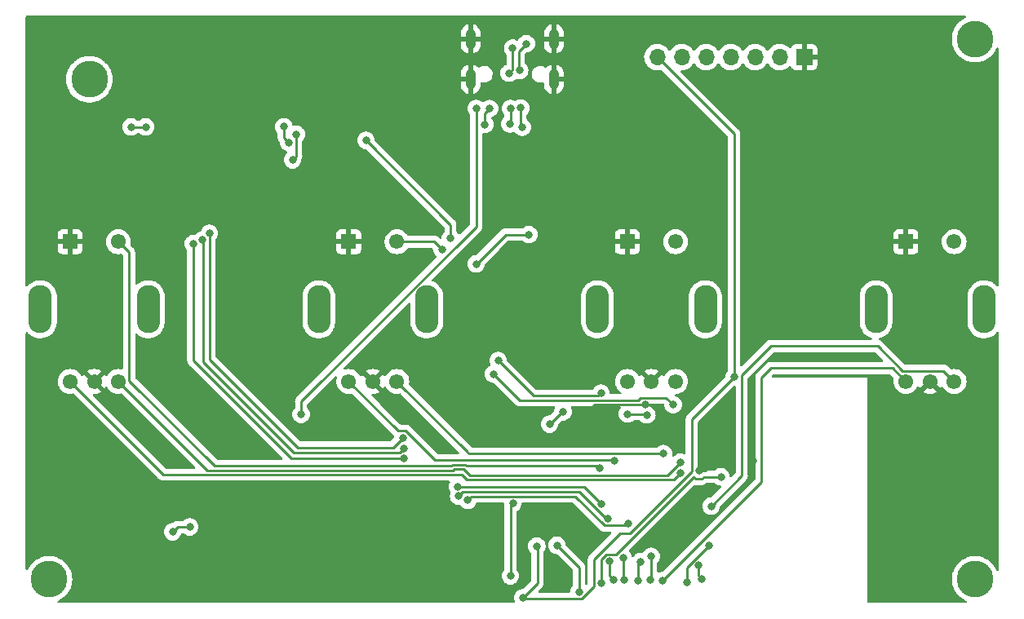
<source format=gbl>
%TF.GenerationSoftware,KiCad,Pcbnew,(6.0.1)*%
%TF.CreationDate,2022-03-17T16:16:29+01:00*%
%TF.ProjectId,Console,436f6e73-6f6c-4652-9e6b-696361645f70,v01*%
%TF.SameCoordinates,Original*%
%TF.FileFunction,Copper,L2,Bot*%
%TF.FilePolarity,Positive*%
%FSLAX46Y46*%
G04 Gerber Fmt 4.6, Leading zero omitted, Abs format (unit mm)*
G04 Created by KiCad (PCBNEW (6.0.1)) date 2022-03-17 16:16:29*
%MOMM*%
%LPD*%
G01*
G04 APERTURE LIST*
G04 Aperture macros list*
%AMRoundRect*
0 Rectangle with rounded corners*
0 $1 Rounding radius*
0 $2 $3 $4 $5 $6 $7 $8 $9 X,Y pos of 4 corners*
0 Add a 4 corners polygon primitive as box body*
4,1,4,$2,$3,$4,$5,$6,$7,$8,$9,$2,$3,0*
0 Add four circle primitives for the rounded corners*
1,1,$1+$1,$2,$3*
1,1,$1+$1,$4,$5*
1,1,$1+$1,$6,$7*
1,1,$1+$1,$8,$9*
0 Add four rect primitives between the rounded corners*
20,1,$1+$1,$2,$3,$4,$5,0*
20,1,$1+$1,$4,$5,$6,$7,0*
20,1,$1+$1,$6,$7,$8,$9,0*
20,1,$1+$1,$8,$9,$2,$3,0*%
G04 Aperture macros list end*
%TA.AperFunction,ComponentPad*%
%ADD10C,3.800000*%
%TD*%
%TA.AperFunction,ComponentPad*%
%ADD11RoundRect,1.200000X0.000000X-1.300000X0.000000X-1.300000X0.000000X1.300000X0.000000X1.300000X0*%
%TD*%
%TA.AperFunction,ComponentPad*%
%ADD12C,1.550000*%
%TD*%
%TA.AperFunction,ComponentPad*%
%ADD13R,1.550000X1.550000*%
%TD*%
%TA.AperFunction,ComponentPad*%
%ADD14R,1.700000X1.700000*%
%TD*%
%TA.AperFunction,ComponentPad*%
%ADD15O,1.700000X1.700000*%
%TD*%
%TA.AperFunction,ComponentPad*%
%ADD16O,1.050000X2.100000*%
%TD*%
%TA.AperFunction,ViaPad*%
%ADD17C,0.800000*%
%TD*%
%TA.AperFunction,Conductor*%
%ADD18C,0.250000*%
%TD*%
G04 APERTURE END LIST*
D10*
%TO.P,REF\u002A\u002A,1*%
%TO.N,N/C*%
X194272000Y-123812000D03*
%TD*%
D11*
%TO.P,SW4,3*%
%TO.N,N/C*%
X126179000Y-95758000D03*
%TO.P,SW4,4*%
X137379000Y-95758000D03*
D12*
%TO.P,SW4,A,A*%
%TO.N,ENC4A*%
X129279000Y-103258000D03*
%TO.P,SW4,B,B*%
%TO.N,ENC4B*%
X134279000Y-103258000D03*
%TO.P,SW4,C,C*%
%TO.N,GND*%
X131779000Y-103258000D03*
D13*
%TO.P,SW4,S1,S1*%
X129279000Y-88758000D03*
D12*
%TO.P,SW4,S2,S2*%
%TO.N,BTN4*%
X134279000Y-88758000D03*
%TD*%
D11*
%TO.P,SW1,3*%
%TO.N,N/C*%
X183997000Y-95758000D03*
%TO.P,SW1,4*%
X195197000Y-95758000D03*
D12*
%TO.P,SW1,A,A*%
%TO.N,ENC1A*%
X187097000Y-103258000D03*
%TO.P,SW1,B,B*%
%TO.N,ENC1B*%
X192097000Y-103258000D03*
%TO.P,SW1,C,C*%
%TO.N,GND*%
X189597000Y-103258000D03*
D13*
%TO.P,SW1,S1,S1*%
X187097000Y-88758000D03*
D12*
%TO.P,SW1,S2,S2*%
%TO.N,BTN1*%
X192097000Y-88758000D03*
%TD*%
D14*
%TO.P,J2,1,Pin_1*%
%TO.N,GND*%
X176535000Y-69596000D03*
D15*
%TO.P,J2,2,Pin_2*%
%TO.N,RX*%
X173995000Y-69596000D03*
%TO.P,J2,3,Pin_3*%
%TO.N,TX*%
X171455000Y-69596000D03*
%TO.P,J2,4,Pin_4*%
%TO.N,EN*%
X168915000Y-69596000D03*
%TO.P,J2,5,Pin_5*%
%TO.N,BOOT*%
X166375000Y-69596000D03*
%TO.P,J2,6,Pin_6*%
%TO.N,VCC*%
X163835000Y-69596000D03*
%TO.P,J2,7,Pin_7*%
%TO.N,VDD*%
X161295000Y-69596000D03*
%TD*%
D16*
%TO.P,J1,S1,SHIELD*%
%TO.N,GND*%
X150560000Y-71892000D03*
%TO.P,J1,S2,SHIELD*%
X141920000Y-71892000D03*
%TO.P,J1,S3,SHIELD*%
X150560000Y-67712000D03*
%TO.P,J1,S4,SHIELD*%
X141920000Y-67712000D03*
%TD*%
D11*
%TO.P,SW3,3*%
%TO.N,N/C*%
X155088000Y-95758000D03*
%TO.P,SW3,4*%
X166288000Y-95758000D03*
D12*
%TO.P,SW3,A,A*%
%TO.N,ENC3A*%
X158188000Y-103258000D03*
%TO.P,SW3,B,B*%
%TO.N,ENC3B*%
X163188000Y-103258000D03*
%TO.P,SW3,C,C*%
%TO.N,GND*%
X160688000Y-103258000D03*
D13*
%TO.P,SW3,S1,S1*%
X158188000Y-88758000D03*
D12*
%TO.P,SW3,S2,S2*%
%TO.N,BTN3*%
X163188000Y-88758000D03*
%TD*%
D10*
%TO.P,REF\u002A\u002A,1*%
%TO.N,N/C*%
X102362000Y-71882000D03*
%TD*%
%TO.P,REF\u002A\u002A,1*%
%TO.N,N/C*%
X98172000Y-123812000D03*
%TD*%
%TO.P,REF\u002A\u002A,1*%
%TO.N,N/C*%
X194272000Y-67712000D03*
%TD*%
D11*
%TO.P,SW2,3*%
%TO.N,N/C*%
X97270000Y-95758000D03*
%TO.P,SW2,4*%
X108470000Y-95758000D03*
D12*
%TO.P,SW2,A,A*%
%TO.N,ENC2A*%
X100370000Y-103258000D03*
%TO.P,SW2,B,B*%
%TO.N,ENC2B*%
X105370000Y-103258000D03*
%TO.P,SW2,C,C*%
%TO.N,GND*%
X102870000Y-103258000D03*
D13*
%TO.P,SW2,S1,S1*%
X100370000Y-88758000D03*
D12*
%TO.P,SW2,S2,S2*%
%TO.N,BTN2*%
X105370000Y-88758000D03*
%TD*%
D17*
%TO.N,VDD*%
X147320000Y-125730000D03*
X169265687Y-102792911D03*
X148793078Y-120353676D03*
%TO.N,Net-(D1-Pad3)*%
X106680000Y-76835000D03*
X108204000Y-76835000D03*
%TO.N,GND*%
X165608000Y-112522000D03*
X151130000Y-109347000D03*
X167513000Y-111252000D03*
X171196000Y-111506000D03*
X98044000Y-69723000D03*
X160020000Y-105664000D03*
%TO.N,VCC*%
X142494000Y-74930000D03*
X124333000Y-106680000D03*
%TO.N,RTS*%
X143891000Y-74930000D03*
X143383000Y-76581000D03*
%TO.N,EN*%
X110998000Y-118872000D03*
X144309500Y-102489000D03*
X162941000Y-105664000D03*
X112776000Y-118364000D03*
%TO.N,BOOT*%
X153162000Y-125095000D03*
X142494000Y-91059000D03*
X131064000Y-78232000D03*
X147955000Y-88011000D03*
X123825000Y-77597000D03*
X123444000Y-80264000D03*
X150876000Y-120269000D03*
X139827000Y-88392000D03*
%TO.N,Net-(Q1-Pad1)*%
X122547587Y-76828723D03*
X123063000Y-78486000D03*
%TO.N,LEDR*%
X156337000Y-121920000D03*
X140589000Y-114173000D03*
X155448000Y-115951000D03*
X114808000Y-87884000D03*
X156718000Y-123825000D03*
X134874000Y-109093000D03*
%TO.N,LEDG*%
X140690363Y-115167350D03*
X134967132Y-110210730D03*
X156172500Y-117498204D03*
X114083500Y-88590755D03*
X157861000Y-123825000D03*
X157734000Y-121539000D03*
%TO.N,LEDB*%
X158246796Y-117978492D03*
X160528000Y-123825000D03*
X135001000Y-111252000D03*
X141640076Y-115601010D03*
X160655000Y-121412000D03*
X113151528Y-88951911D03*
%TO.N,BTN4*%
X155448000Y-104489990D03*
X138938000Y-89535000D03*
X144780000Y-101092000D03*
%TO.N,BTN3*%
X151511000Y-106426000D03*
X150114000Y-107696000D03*
%TO.N,BTN2*%
X159585381Y-121957500D03*
X159261448Y-123983011D03*
X155321000Y-112268000D03*
%TO.N,BTN1*%
X155448000Y-124168500D03*
X167894000Y-113157000D03*
%TO.N,ENC4B*%
X161925000Y-110744000D03*
%TO.N,ENC4A*%
X156868204Y-111468500D03*
%TO.N,ENC3B*%
X160209070Y-106739211D03*
X158198990Y-106642500D03*
%TO.N,ENC2B*%
X163703000Y-111633000D03*
%TO.N,ENC2A*%
X163703000Y-112740498D03*
%TO.N,ENC1B*%
X166878000Y-116205000D03*
X164338000Y-124079000D03*
X166624000Y-120269000D03*
%TO.N,ENC1A*%
X161798000Y-123952000D03*
%TO.N,TX*%
X145923000Y-71247000D03*
X145984929Y-76525231D03*
X146050000Y-74930000D03*
X146281101Y-68657569D03*
X146050000Y-123444000D03*
X146312221Y-115923521D03*
%TO.N,RX*%
X147275645Y-76866011D03*
X147103500Y-74876418D03*
X165888802Y-123796046D03*
X165570320Y-122347278D03*
X147701000Y-68199000D03*
X147010845Y-70971716D03*
%TD*%
D18*
%TO.N,VDD*%
X157412911Y-119057489D02*
X158436807Y-119057489D01*
X148844000Y-120404598D02*
X148793078Y-120353676D01*
X158436807Y-119057489D02*
X164883499Y-112610797D01*
X147409501Y-125819501D02*
X153462099Y-125819501D01*
X164883499Y-107175099D02*
X169265687Y-102792911D01*
X148844000Y-124206000D02*
X148844000Y-120404598D01*
X164883499Y-112610797D02*
X164883499Y-107175099D01*
X169265687Y-77566687D02*
X169265687Y-102792911D01*
X154723499Y-121746901D02*
X157412911Y-119057489D01*
X161295000Y-69596000D02*
X169265687Y-77566687D01*
X147320000Y-125730000D02*
X147409501Y-125819501D01*
X147320000Y-125730000D02*
X148844000Y-124206000D01*
X153462099Y-125819501D02*
X154723499Y-124558101D01*
X154723499Y-124558101D02*
X154723499Y-121746901D01*
%TO.N,Net-(D1-Pad3)*%
X106680000Y-76835000D02*
X108204000Y-76835000D01*
%TO.N,GND*%
X165608000Y-112522000D02*
X166243000Y-112522000D01*
X151130000Y-109347000D02*
X154813000Y-105664000D01*
X154813000Y-105664000D02*
X160020000Y-105664000D01*
X166243000Y-112522000D02*
X167513000Y-111252000D01*
%TO.N,VCC*%
X142494000Y-87187004D02*
X124333000Y-105348004D01*
X142494000Y-74930000D02*
X142494000Y-87187004D01*
X124333000Y-105348004D02*
X124333000Y-106680000D01*
%TO.N,RTS*%
X143383000Y-76581000D02*
X143383000Y-75438000D01*
X143383000Y-75438000D02*
X143891000Y-74930000D01*
%TO.N,EN*%
X162216499Y-104939499D02*
X159592901Y-104939499D01*
X112776000Y-118364000D02*
X111506000Y-118364000D01*
X162941000Y-105664000D02*
X162216499Y-104939499D01*
X159592901Y-104939499D02*
X159317910Y-105214490D01*
X111506000Y-118364000D02*
X110998000Y-118872000D01*
X159317910Y-105214490D02*
X147034990Y-105214490D01*
X147034990Y-105214490D02*
X144309500Y-102489000D01*
%TO.N,BOOT*%
X123825000Y-79883000D02*
X123825000Y-77597000D01*
X147955000Y-88011000D02*
X145542000Y-88011000D01*
X145542000Y-88011000D02*
X142494000Y-91059000D01*
X139827000Y-86995000D02*
X139827000Y-88392000D01*
X153162000Y-122555000D02*
X153162000Y-125095000D01*
X131064000Y-78232000D02*
X139827000Y-86995000D01*
X150876000Y-120269000D02*
X153162000Y-122555000D01*
X123444000Y-80264000D02*
X123825000Y-79883000D01*
%TO.N,Net-(Q1-Pad1)*%
X122547587Y-77970587D02*
X122547587Y-76828723D01*
X123063000Y-78486000D02*
X122547587Y-77970587D01*
%TO.N,LEDR*%
X153670000Y-114173000D02*
X155448000Y-115951000D01*
X133858000Y-110109000D02*
X134874000Y-109093000D01*
X156337000Y-123444000D02*
X156718000Y-123825000D01*
X140589000Y-114173000D02*
X153670000Y-114173000D01*
X156337000Y-121920000D02*
X156337000Y-123444000D01*
X133731000Y-110109000D02*
X133858000Y-110109000D01*
X114808000Y-100965000D02*
X115062000Y-101219000D01*
X114808000Y-87884000D02*
X114808000Y-100965000D01*
X115062000Y-101219000D02*
X123952000Y-110109000D01*
X123952000Y-110109000D02*
X133731000Y-110109000D01*
%TO.N,LEDG*%
X157734000Y-121539000D02*
X157734000Y-123698000D01*
X114083500Y-88590755D02*
X114173000Y-88680255D01*
X157734000Y-123698000D02*
X157861000Y-123825000D01*
X134560862Y-110617000D02*
X134967132Y-110210730D01*
X141108203Y-114749510D02*
X153221910Y-114749510D01*
X153221910Y-114749510D02*
X155970604Y-117498204D01*
X114173000Y-101219000D02*
X123571000Y-110617000D01*
X140690363Y-115167350D02*
X141108203Y-114749510D01*
X123571000Y-110617000D02*
X134560862Y-110617000D01*
X155970604Y-117498204D02*
X156172500Y-117498204D01*
X114173000Y-88680255D02*
X114173000Y-101219000D01*
%TO.N,LEDB*%
X158002583Y-118222705D02*
X155806105Y-118222705D01*
X160655000Y-121412000D02*
X160655000Y-123698000D01*
X152782421Y-115199021D02*
X142042065Y-115199021D01*
X158246796Y-117978492D02*
X158002583Y-118222705D01*
X135001000Y-111252000D02*
X123317000Y-111252000D01*
X123317000Y-111252000D02*
X113151528Y-101086528D01*
X142042065Y-115199021D02*
X141640076Y-115601010D01*
X113151528Y-101086528D02*
X113151528Y-88951911D01*
X160655000Y-123698000D02*
X160528000Y-123825000D01*
X155806105Y-118222705D02*
X152782421Y-115199021D01*
%TO.N,BTN4*%
X155173011Y-104764979D02*
X155448000Y-104489990D01*
X144780000Y-101092000D02*
X148452979Y-104764979D01*
X134279000Y-88758000D02*
X138161000Y-88758000D01*
X148452979Y-104764979D02*
X155173011Y-104764979D01*
X138161000Y-88758000D02*
X138938000Y-89535000D01*
%TO.N,BTN3*%
X151384000Y-106426000D02*
X150114000Y-107696000D01*
X151511000Y-106426000D02*
X151384000Y-106426000D01*
%TO.N,BTN2*%
X115343477Y-112041477D02*
X139916514Y-112041478D01*
X141515486Y-112041478D02*
X155094479Y-112041479D01*
X140043516Y-111914477D02*
X141388487Y-111914479D01*
X106469511Y-89857511D02*
X106469511Y-103167511D01*
X105370000Y-88758000D02*
X106469511Y-89857511D01*
X141388487Y-111914479D02*
X141515486Y-112041478D01*
X159261448Y-123983011D02*
X159261448Y-122281433D01*
X139916514Y-112041478D02*
X140043516Y-111914477D01*
X106469511Y-103167511D02*
X115343477Y-112041477D01*
X159261448Y-122281433D02*
X159585381Y-121957500D01*
X155094479Y-112041479D02*
X155321000Y-112268000D01*
%TO.N,BTN1*%
X165091400Y-113157000D02*
X165056598Y-113157000D01*
X165908099Y-113373501D02*
X165307901Y-113373501D01*
X166124600Y-113157000D02*
X165908099Y-113373501D01*
X155448000Y-121784400D02*
X155448000Y-124168500D01*
X157018099Y-121195499D02*
X156036901Y-121195499D01*
X156036901Y-121195499D02*
X155448000Y-121784400D01*
X165307901Y-113373501D02*
X165091400Y-113157000D01*
X167894000Y-113157000D02*
X166124600Y-113157000D01*
X165056598Y-113157000D02*
X157018099Y-121195499D01*
%TO.N,ENC4B*%
X141605000Y-110617000D02*
X141732000Y-110744000D01*
X141732000Y-110744000D02*
X161925000Y-110744000D01*
X141605000Y-110584000D02*
X141605000Y-110617000D01*
X134279000Y-103258000D02*
X141605000Y-110584000D01*
%TO.N,ENC4A*%
X156837193Y-111437489D02*
X156868204Y-111468500D01*
X129279000Y-103258000D02*
X134389499Y-108368499D01*
X134389499Y-108368499D02*
X135174099Y-108368499D01*
X135174099Y-108368499D02*
X138243089Y-111437489D01*
X138243089Y-111437489D02*
X156837193Y-111437489D01*
%TO.N,ENC3B*%
X158198990Y-106642500D02*
X160112359Y-106642500D01*
X160112359Y-106642500D02*
X160209070Y-106739211D01*
%TO.N,ENC2B*%
X141202293Y-112363989D02*
X141830804Y-112992500D01*
X105370000Y-103258000D02*
X114602988Y-112490988D01*
X114602988Y-112490988D02*
X140102707Y-112490989D01*
X140102707Y-112490989D02*
X140229708Y-112363988D01*
X140602095Y-112363989D02*
X141202293Y-112363989D01*
X140229708Y-112363988D02*
X140602095Y-112363989D01*
X141830804Y-112992500D02*
X162343500Y-112992500D01*
X162343500Y-112992500D02*
X163703000Y-111633000D01*
%TO.N,ENC2A*%
X100370000Y-103258000D02*
X110052499Y-112940499D01*
X110052499Y-112940499D02*
X141016099Y-112940499D01*
X163001487Y-113442011D02*
X163703000Y-112740498D01*
X141016099Y-112940499D02*
X141517611Y-113442011D01*
X141517611Y-113442011D02*
X163001487Y-113442011D01*
%TO.N,ENC1B*%
X170053000Y-113030000D02*
X170053000Y-102616000D01*
X170053000Y-102616000D02*
X173101000Y-99568000D01*
X184150000Y-99568000D02*
X186740489Y-102158489D01*
X173101000Y-99568000D02*
X184150000Y-99568000D01*
X164338000Y-122555000D02*
X166624000Y-120269000D01*
X164338000Y-124079000D02*
X164338000Y-122555000D01*
X186740489Y-102158489D02*
X190997489Y-102158489D01*
X166878000Y-116205000D02*
X170053000Y-113030000D01*
X190997489Y-102158489D02*
X192097000Y-103258000D01*
%TO.N,ENC1A*%
X172085000Y-102870000D02*
X173101000Y-101854000D01*
X185693000Y-101854000D02*
X187097000Y-103258000D01*
X172085000Y-113665000D02*
X172085000Y-102870000D01*
X173101000Y-101854000D02*
X185693000Y-101854000D01*
X161798000Y-123952000D02*
X172085000Y-113665000D01*
%TO.N,TX*%
X146050000Y-76460160D02*
X145984929Y-76525231D01*
X145923000Y-71247000D02*
X146281101Y-70888899D01*
X146281101Y-70888899D02*
X146281101Y-68657569D01*
X146050000Y-123444000D02*
X146050000Y-116185742D01*
X146050000Y-74930000D02*
X146050000Y-76460160D01*
X146050000Y-116185742D02*
X146312221Y-115923521D01*
%TO.N,RX*%
X147103500Y-76693866D02*
X147103500Y-74876418D01*
X147275645Y-76866011D02*
X147103500Y-76693866D01*
X146939000Y-68961000D02*
X146939000Y-70899871D01*
X165570320Y-123477564D02*
X165888802Y-123796046D01*
X147701000Y-68199000D02*
X146939000Y-68961000D01*
X146939000Y-70899871D02*
X147010845Y-70971716D01*
X165570320Y-122347278D02*
X165570320Y-123477564D01*
%TD*%
%TA.AperFunction,Conductor*%
%TO.N,GND*%
G36*
X193284564Y-65298002D02*
G01*
X193331057Y-65351658D01*
X193341161Y-65421932D01*
X193311667Y-65486512D01*
X193262827Y-65521152D01*
X193244483Y-65528415D01*
X192978910Y-65674416D01*
X192733729Y-65852550D01*
X192512808Y-66060008D01*
X192319630Y-66293520D01*
X192157242Y-66549402D01*
X192155555Y-66552988D01*
X192029944Y-66819926D01*
X192028206Y-66823619D01*
X191934555Y-67111846D01*
X191877767Y-67409538D01*
X191858738Y-67712000D01*
X191877767Y-68014462D01*
X191934555Y-68312154D01*
X191961540Y-68395206D01*
X192019482Y-68573530D01*
X192028206Y-68600381D01*
X192029893Y-68603967D01*
X192029895Y-68603971D01*
X192074982Y-68699786D01*
X192157242Y-68874598D01*
X192159366Y-68877944D01*
X192159366Y-68877945D01*
X192170582Y-68895618D01*
X192319630Y-69130480D01*
X192322149Y-69133525D01*
X192322152Y-69133529D01*
X192341323Y-69156702D01*
X192512808Y-69363992D01*
X192515695Y-69366703D01*
X192669872Y-69511484D01*
X192733729Y-69571450D01*
X192736931Y-69573777D01*
X192736933Y-69573778D01*
X192767519Y-69596000D01*
X192978910Y-69749584D01*
X192982379Y-69751491D01*
X192982382Y-69751493D01*
X193241014Y-69893678D01*
X193244483Y-69895585D01*
X193248152Y-69897038D01*
X193248157Y-69897040D01*
X193517396Y-70003639D01*
X193526261Y-70007149D01*
X193819800Y-70082516D01*
X194120470Y-70120500D01*
X194423530Y-70120500D01*
X194724200Y-70082516D01*
X195017739Y-70007149D01*
X195026604Y-70003639D01*
X195295843Y-69897040D01*
X195295848Y-69897038D01*
X195299517Y-69895585D01*
X195302986Y-69893678D01*
X195561618Y-69751493D01*
X195561621Y-69751491D01*
X195565090Y-69749584D01*
X195776481Y-69596000D01*
X195807067Y-69573778D01*
X195807069Y-69573777D01*
X195810271Y-69571450D01*
X195874129Y-69511484D01*
X196028305Y-69366703D01*
X196031192Y-69363992D01*
X196202677Y-69156702D01*
X196221848Y-69133529D01*
X196221851Y-69133525D01*
X196224370Y-69130480D01*
X196373418Y-68895618D01*
X196384634Y-68877945D01*
X196384634Y-68877944D01*
X196386758Y-68874598D01*
X196494492Y-68645650D01*
X196541594Y-68592529D01*
X196609939Y-68573306D01*
X196677827Y-68594085D01*
X196723704Y-68648268D01*
X196734500Y-68699298D01*
X196734500Y-93280787D01*
X196714498Y-93348908D01*
X196660842Y-93395401D01*
X196590568Y-93405505D01*
X196525988Y-93376011D01*
X196507020Y-93355471D01*
X196496084Y-93340611D01*
X196377746Y-93222479D01*
X196315509Y-93160350D01*
X196315508Y-93160349D01*
X196312120Y-93156967D01*
X196252816Y-93113483D01*
X196106355Y-93006094D01*
X196102494Y-93003263D01*
X196098259Y-93001054D01*
X196098253Y-93001050D01*
X195876273Y-92885249D01*
X195876268Y-92885247D01*
X195872030Y-92883036D01*
X195746495Y-92840178D01*
X195630563Y-92800598D01*
X195630556Y-92800596D01*
X195626033Y-92799052D01*
X195370163Y-92753244D01*
X195352571Y-92752353D01*
X195297843Y-92749580D01*
X195297826Y-92749580D01*
X195296255Y-92749500D01*
X195199217Y-92749500D01*
X195097746Y-92749501D01*
X195058315Y-92751577D01*
X195024825Y-92753340D01*
X195024820Y-92753341D01*
X195020862Y-92753549D01*
X194905693Y-92774375D01*
X194769787Y-92798950D01*
X194769782Y-92798951D01*
X194765072Y-92799803D01*
X194519222Y-92884216D01*
X194288969Y-93004846D01*
X194285119Y-93007679D01*
X194285113Y-93007683D01*
X194083471Y-93156075D01*
X194079611Y-93158916D01*
X193895967Y-93342880D01*
X193742263Y-93552506D01*
X193740054Y-93556741D01*
X193740050Y-93556747D01*
X193624249Y-93778727D01*
X193622036Y-93782970D01*
X193579178Y-93908505D01*
X193539598Y-94024437D01*
X193539596Y-94024444D01*
X193538052Y-94028967D01*
X193492244Y-94284837D01*
X193488500Y-94358745D01*
X193488501Y-97157254D01*
X193492549Y-97234138D01*
X193493256Y-97238046D01*
X193537428Y-97482323D01*
X193538803Y-97489928D01*
X193623216Y-97735778D01*
X193743846Y-97966031D01*
X193746679Y-97969881D01*
X193746683Y-97969887D01*
X193895075Y-98171529D01*
X193897916Y-98175389D01*
X193901307Y-98178774D01*
X194066118Y-98343298D01*
X194081880Y-98359033D01*
X194085740Y-98361863D01*
X194085742Y-98361865D01*
X194285478Y-98508317D01*
X194291506Y-98512737D01*
X194295741Y-98514946D01*
X194295747Y-98514950D01*
X194517727Y-98630751D01*
X194517732Y-98630753D01*
X194521970Y-98632964D01*
X194647505Y-98675822D01*
X194763437Y-98715402D01*
X194763444Y-98715404D01*
X194767967Y-98716948D01*
X195023837Y-98762756D01*
X195041429Y-98763647D01*
X195096157Y-98766420D01*
X195096174Y-98766420D01*
X195097745Y-98766500D01*
X195194783Y-98766500D01*
X195296254Y-98766499D01*
X195335685Y-98764423D01*
X195369175Y-98762660D01*
X195369180Y-98762659D01*
X195373138Y-98762451D01*
X195488307Y-98741625D01*
X195624213Y-98717050D01*
X195624218Y-98717049D01*
X195628928Y-98716197D01*
X195874778Y-98631784D01*
X196105031Y-98511154D01*
X196108881Y-98508321D01*
X196108887Y-98508317D01*
X196310529Y-98359925D01*
X196310532Y-98359922D01*
X196314389Y-98357084D01*
X196498033Y-98173120D01*
X196506888Y-98161043D01*
X196563298Y-98117935D01*
X196634060Y-98112168D01*
X196696706Y-98145572D01*
X196731349Y-98207544D01*
X196734500Y-98235548D01*
X196734500Y-122824702D01*
X196714498Y-122892823D01*
X196660842Y-122939316D01*
X196590568Y-122949420D01*
X196525988Y-122919926D01*
X196494492Y-122878350D01*
X196490372Y-122869594D01*
X196386758Y-122649402D01*
X196224370Y-122393520D01*
X196188012Y-122349570D01*
X196142519Y-122294579D01*
X196031192Y-122160008D01*
X195810271Y-121952550D01*
X195565090Y-121774416D01*
X195558626Y-121770862D01*
X195302986Y-121630322D01*
X195302985Y-121630321D01*
X195299517Y-121628415D01*
X195295848Y-121626962D01*
X195295843Y-121626960D01*
X195021409Y-121518304D01*
X195021408Y-121518304D01*
X195017739Y-121516851D01*
X194724200Y-121441484D01*
X194423530Y-121403500D01*
X194120470Y-121403500D01*
X193819800Y-121441484D01*
X193526261Y-121516851D01*
X193522592Y-121518304D01*
X193522591Y-121518304D01*
X193248157Y-121626960D01*
X193248152Y-121626962D01*
X193244483Y-121628415D01*
X193241015Y-121630321D01*
X193241014Y-121630322D01*
X192985375Y-121770862D01*
X192978910Y-121774416D01*
X192733729Y-121952550D01*
X192512808Y-122160008D01*
X192401481Y-122294579D01*
X192355989Y-122349570D01*
X192319630Y-122393520D01*
X192157242Y-122649402D01*
X192124570Y-122718834D01*
X192029944Y-122919926D01*
X192028206Y-122923619D01*
X191934555Y-123211846D01*
X191877767Y-123509538D01*
X191858738Y-123812000D01*
X191877767Y-124114462D01*
X191934555Y-124412154D01*
X191961100Y-124493852D01*
X192026512Y-124695166D01*
X192028206Y-124700381D01*
X192029893Y-124703967D01*
X192029895Y-124703971D01*
X192079698Y-124809807D01*
X192157242Y-124974598D01*
X192319630Y-125230480D01*
X192512808Y-125463992D01*
X192733729Y-125671450D01*
X192978910Y-125849584D01*
X193244483Y-125995585D01*
X193248152Y-125997038D01*
X193248157Y-125997040D01*
X193322181Y-126026348D01*
X193378155Y-126070023D01*
X193401631Y-126137026D01*
X193385155Y-126206084D01*
X193333959Y-126255273D01*
X193275797Y-126269500D01*
X183258000Y-126269500D01*
X183189879Y-126249498D01*
X183143386Y-126195842D01*
X183132000Y-126143500D01*
X183132000Y-102852000D01*
X183118486Y-102851987D01*
X183118484Y-102851987D01*
X173312097Y-102842882D01*
X173243995Y-102822817D01*
X173197552Y-102769118D01*
X173187513Y-102698835D01*
X173217066Y-102634281D01*
X173223119Y-102627787D01*
X173326501Y-102524405D01*
X173388813Y-102490379D01*
X173415596Y-102487500D01*
X185378406Y-102487500D01*
X185446527Y-102507502D01*
X185467501Y-102524405D01*
X185808260Y-102865164D01*
X185842286Y-102927476D01*
X185840872Y-102986870D01*
X185828171Y-103034271D01*
X185808597Y-103258000D01*
X185828171Y-103481729D01*
X185829595Y-103487042D01*
X185829595Y-103487044D01*
X185867906Y-103630022D01*
X185886297Y-103698660D01*
X185888619Y-103703641D01*
X185888620Y-103703642D01*
X185978884Y-103897214D01*
X185978887Y-103897219D01*
X185981210Y-103902201D01*
X185984366Y-103906708D01*
X185984367Y-103906710D01*
X186022772Y-103961557D01*
X186110026Y-104086169D01*
X186268831Y-104244974D01*
X186452798Y-104373790D01*
X186457780Y-104376113D01*
X186457785Y-104376116D01*
X186631766Y-104457244D01*
X186656340Y-104468703D01*
X186661648Y-104470125D01*
X186661650Y-104470126D01*
X186867956Y-104525405D01*
X186867958Y-104525405D01*
X186873271Y-104526829D01*
X187097000Y-104546403D01*
X187320729Y-104526829D01*
X187326042Y-104525405D01*
X187326044Y-104525405D01*
X187532350Y-104470126D01*
X187532352Y-104470125D01*
X187537660Y-104468703D01*
X187562234Y-104457244D01*
X187736215Y-104376116D01*
X187736220Y-104376113D01*
X187741202Y-104373790D01*
X187809293Y-104326112D01*
X188893443Y-104326112D01*
X188902739Y-104338127D01*
X188948541Y-104370198D01*
X188958036Y-104375681D01*
X189151530Y-104465908D01*
X189161822Y-104469654D01*
X189368043Y-104524911D01*
X189378838Y-104526814D01*
X189591525Y-104545422D01*
X189602475Y-104545422D01*
X189815162Y-104526814D01*
X189825957Y-104524911D01*
X190032178Y-104469654D01*
X190042470Y-104465908D01*
X190235964Y-104375681D01*
X190245459Y-104370198D01*
X190292099Y-104337540D01*
X190300474Y-104327063D01*
X190293406Y-104313616D01*
X189609812Y-103630022D01*
X189595868Y-103622408D01*
X189594035Y-103622539D01*
X189587420Y-103626790D01*
X188899873Y-104314337D01*
X188893443Y-104326112D01*
X187809293Y-104326112D01*
X187925169Y-104244974D01*
X188083974Y-104086169D01*
X188171229Y-103961557D01*
X188209633Y-103906710D01*
X188209634Y-103906708D01*
X188212790Y-103902201D01*
X188215113Y-103897219D01*
X188215116Y-103897214D01*
X188233081Y-103858687D01*
X188279998Y-103805402D01*
X188348276Y-103785941D01*
X188416236Y-103806483D01*
X188461471Y-103858687D01*
X188479319Y-103896963D01*
X188484802Y-103906459D01*
X188517460Y-103953099D01*
X188527937Y-103961474D01*
X188541385Y-103954405D01*
X189507905Y-102987885D01*
X189570217Y-102953859D01*
X189641032Y-102958924D01*
X189686095Y-102987885D01*
X190653337Y-103955127D01*
X190665112Y-103961557D01*
X190677127Y-103952261D01*
X190709198Y-103906459D01*
X190714681Y-103896963D01*
X190732529Y-103858687D01*
X190779447Y-103805402D01*
X190847724Y-103785941D01*
X190915684Y-103806483D01*
X190960919Y-103858687D01*
X190978884Y-103897214D01*
X190978887Y-103897219D01*
X190981210Y-103902201D01*
X190984366Y-103906708D01*
X190984367Y-103906710D01*
X191022772Y-103961557D01*
X191110026Y-104086169D01*
X191268831Y-104244974D01*
X191452798Y-104373790D01*
X191457780Y-104376113D01*
X191457785Y-104376116D01*
X191631766Y-104457244D01*
X191656340Y-104468703D01*
X191661648Y-104470125D01*
X191661650Y-104470126D01*
X191867956Y-104525405D01*
X191867958Y-104525405D01*
X191873271Y-104526829D01*
X192097000Y-104546403D01*
X192320729Y-104526829D01*
X192326042Y-104525405D01*
X192326044Y-104525405D01*
X192532350Y-104470126D01*
X192532352Y-104470125D01*
X192537660Y-104468703D01*
X192562234Y-104457244D01*
X192736215Y-104376116D01*
X192736220Y-104376113D01*
X192741202Y-104373790D01*
X192925169Y-104244974D01*
X193083974Y-104086169D01*
X193171229Y-103961557D01*
X193209633Y-103906710D01*
X193209634Y-103906708D01*
X193212790Y-103902201D01*
X193215113Y-103897219D01*
X193215116Y-103897214D01*
X193305380Y-103703642D01*
X193305381Y-103703641D01*
X193307703Y-103698660D01*
X193326095Y-103630022D01*
X193364405Y-103487044D01*
X193364405Y-103487042D01*
X193365829Y-103481729D01*
X193385403Y-103258000D01*
X193365829Y-103034271D01*
X193337214Y-102927476D01*
X193309126Y-102822650D01*
X193309125Y-102822648D01*
X193307703Y-102817340D01*
X193303452Y-102808223D01*
X193215116Y-102618786D01*
X193215113Y-102618781D01*
X193212790Y-102613799D01*
X193177151Y-102562901D01*
X193087133Y-102434342D01*
X193087131Y-102434339D01*
X193083974Y-102429831D01*
X192925169Y-102271026D01*
X192741202Y-102142210D01*
X192736220Y-102139887D01*
X192736215Y-102139884D01*
X192542642Y-102049620D01*
X192542641Y-102049620D01*
X192537660Y-102047297D01*
X192532352Y-102045875D01*
X192532350Y-102045874D01*
X192326044Y-101990595D01*
X192326042Y-101990595D01*
X192320729Y-101989171D01*
X192097000Y-101969597D01*
X192091525Y-101970076D01*
X191878742Y-101988692D01*
X191878738Y-101988693D01*
X191873271Y-101989171D01*
X191825869Y-102001872D01*
X191754895Y-102000182D01*
X191704165Y-101969260D01*
X191501141Y-101766236D01*
X191493601Y-101757950D01*
X191489489Y-101751471D01*
X191439837Y-101704845D01*
X191436996Y-101702091D01*
X191417259Y-101682354D01*
X191414062Y-101679874D01*
X191405040Y-101672169D01*
X191378589Y-101647330D01*
X191372810Y-101641903D01*
X191365864Y-101638084D01*
X191365861Y-101638082D01*
X191355055Y-101632141D01*
X191338536Y-101621290D01*
X191335014Y-101618558D01*
X191322530Y-101608875D01*
X191315261Y-101605730D01*
X191315257Y-101605727D01*
X191281952Y-101591315D01*
X191271302Y-101586098D01*
X191232549Y-101564794D01*
X191212926Y-101559756D01*
X191194223Y-101553352D01*
X191182909Y-101548456D01*
X191182908Y-101548456D01*
X191175634Y-101545308D01*
X191167811Y-101544069D01*
X191167801Y-101544066D01*
X191131965Y-101538390D01*
X191120345Y-101535984D01*
X191085200Y-101526961D01*
X191085199Y-101526961D01*
X191077519Y-101524989D01*
X191057265Y-101524989D01*
X191037554Y-101523438D01*
X191025375Y-101521509D01*
X191017546Y-101520269D01*
X191009654Y-101521015D01*
X190973528Y-101524430D01*
X190961670Y-101524989D01*
X187055083Y-101524989D01*
X186986962Y-101504987D01*
X186965988Y-101488084D01*
X184653652Y-99175747D01*
X184646112Y-99167461D01*
X184642000Y-99160982D01*
X184592348Y-99114356D01*
X184589507Y-99111602D01*
X184569770Y-99091865D01*
X184566573Y-99089385D01*
X184557551Y-99081680D01*
X184544122Y-99069069D01*
X184525321Y-99051414D01*
X184518375Y-99047595D01*
X184518372Y-99047593D01*
X184507566Y-99041652D01*
X184491047Y-99030801D01*
X184490583Y-99030441D01*
X184475041Y-99018386D01*
X184467772Y-99015241D01*
X184467768Y-99015238D01*
X184434463Y-99000826D01*
X184423813Y-98995609D01*
X184385060Y-98974305D01*
X184371901Y-98970926D01*
X184310898Y-98934614D01*
X184279208Y-98871082D01*
X184286898Y-98800503D01*
X184331524Y-98745285D01*
X184380817Y-98724897D01*
X184424212Y-98717050D01*
X184424215Y-98717049D01*
X184428928Y-98716197D01*
X184674778Y-98631784D01*
X184905031Y-98511154D01*
X184908881Y-98508321D01*
X184908887Y-98508317D01*
X185110529Y-98359925D01*
X185110532Y-98359922D01*
X185114389Y-98357084D01*
X185298033Y-98173120D01*
X185306888Y-98161044D01*
X185448906Y-97967355D01*
X185451737Y-97963494D01*
X185453946Y-97959259D01*
X185453950Y-97959253D01*
X185569751Y-97737273D01*
X185569753Y-97737268D01*
X185571964Y-97733030D01*
X185614822Y-97607495D01*
X185654402Y-97491563D01*
X185654404Y-97491556D01*
X185655948Y-97487033D01*
X185701756Y-97231163D01*
X185705500Y-97157255D01*
X185705499Y-94358746D01*
X185701451Y-94281862D01*
X185680625Y-94166693D01*
X185656050Y-94030787D01*
X185656049Y-94030782D01*
X185655197Y-94026072D01*
X185570784Y-93780222D01*
X185450154Y-93549969D01*
X185447321Y-93546119D01*
X185447317Y-93546113D01*
X185298925Y-93344471D01*
X185298922Y-93344468D01*
X185296084Y-93340611D01*
X185177746Y-93222479D01*
X185115509Y-93160350D01*
X185115508Y-93160349D01*
X185112120Y-93156967D01*
X185052816Y-93113483D01*
X184906355Y-93006094D01*
X184902494Y-93003263D01*
X184898259Y-93001054D01*
X184898253Y-93001050D01*
X184676273Y-92885249D01*
X184676268Y-92885247D01*
X184672030Y-92883036D01*
X184546495Y-92840178D01*
X184430563Y-92800598D01*
X184430556Y-92800596D01*
X184426033Y-92799052D01*
X184170163Y-92753244D01*
X184152571Y-92752353D01*
X184097843Y-92749580D01*
X184097826Y-92749580D01*
X184096255Y-92749500D01*
X183999217Y-92749500D01*
X183897746Y-92749501D01*
X183858315Y-92751577D01*
X183824825Y-92753340D01*
X183824820Y-92753341D01*
X183820862Y-92753549D01*
X183705693Y-92774375D01*
X183569787Y-92798950D01*
X183569782Y-92798951D01*
X183565072Y-92799803D01*
X183319222Y-92884216D01*
X183088969Y-93004846D01*
X183085119Y-93007679D01*
X183085113Y-93007683D01*
X182883471Y-93156075D01*
X182879611Y-93158916D01*
X182695967Y-93342880D01*
X182542263Y-93552506D01*
X182540054Y-93556741D01*
X182540050Y-93556747D01*
X182424249Y-93778727D01*
X182422036Y-93782970D01*
X182379178Y-93908505D01*
X182339598Y-94024437D01*
X182339596Y-94024444D01*
X182338052Y-94028967D01*
X182292244Y-94284837D01*
X182288500Y-94358745D01*
X182288501Y-97157254D01*
X182292549Y-97234138D01*
X182293256Y-97238046D01*
X182337428Y-97482323D01*
X182338803Y-97489928D01*
X182423216Y-97735778D01*
X182543846Y-97966031D01*
X182546679Y-97969881D01*
X182546683Y-97969887D01*
X182695075Y-98171529D01*
X182697916Y-98175389D01*
X182701307Y-98178774D01*
X182866118Y-98343298D01*
X182881880Y-98359033D01*
X182885740Y-98361863D01*
X182885742Y-98361865D01*
X183085478Y-98508317D01*
X183091506Y-98512737D01*
X183095741Y-98514946D01*
X183095747Y-98514950D01*
X183317727Y-98630751D01*
X183317732Y-98630753D01*
X183321970Y-98632964D01*
X183456375Y-98678850D01*
X183486860Y-98689258D01*
X183544864Y-98730196D01*
X183571528Y-98795996D01*
X183558385Y-98865765D01*
X183509608Y-98917353D01*
X183446150Y-98934500D01*
X173179767Y-98934500D01*
X173168584Y-98933973D01*
X173161091Y-98932298D01*
X173153165Y-98932547D01*
X173153164Y-98932547D01*
X173093001Y-98934438D01*
X173089043Y-98934500D01*
X173061144Y-98934500D01*
X173057154Y-98935004D01*
X173045320Y-98935936D01*
X173001111Y-98937326D01*
X172993497Y-98939538D01*
X172993492Y-98939539D01*
X172981659Y-98942977D01*
X172962296Y-98946988D01*
X172942203Y-98949526D01*
X172934836Y-98952443D01*
X172934831Y-98952444D01*
X172901092Y-98965802D01*
X172889865Y-98969646D01*
X172847407Y-98981982D01*
X172840581Y-98986019D01*
X172829972Y-98992293D01*
X172812224Y-99000988D01*
X172793383Y-99008448D01*
X172786967Y-99013110D01*
X172786966Y-99013110D01*
X172757613Y-99034436D01*
X172747693Y-99040952D01*
X172716465Y-99059420D01*
X172716462Y-99059422D01*
X172709638Y-99063458D01*
X172695317Y-99077779D01*
X172680284Y-99090619D01*
X172663893Y-99102528D01*
X172655217Y-99113016D01*
X172635702Y-99136605D01*
X172627712Y-99145384D01*
X170114282Y-101658813D01*
X170051970Y-101692839D01*
X169981154Y-101687774D01*
X169924319Y-101645227D01*
X169899508Y-101578707D01*
X169899187Y-101569718D01*
X169899187Y-89577669D01*
X185814001Y-89577669D01*
X185814371Y-89584490D01*
X185819895Y-89635352D01*
X185823521Y-89650604D01*
X185868676Y-89771054D01*
X185877214Y-89786649D01*
X185953715Y-89888724D01*
X185966276Y-89901285D01*
X186068351Y-89977786D01*
X186083946Y-89986324D01*
X186204394Y-90031478D01*
X186219649Y-90035105D01*
X186270514Y-90040631D01*
X186277328Y-90041000D01*
X186824885Y-90041000D01*
X186840124Y-90036525D01*
X186841329Y-90035135D01*
X186843000Y-90027452D01*
X186843000Y-90022884D01*
X187351000Y-90022884D01*
X187355475Y-90038123D01*
X187356865Y-90039328D01*
X187364548Y-90040999D01*
X187916669Y-90040999D01*
X187923490Y-90040629D01*
X187974352Y-90035105D01*
X187989604Y-90031479D01*
X188110054Y-89986324D01*
X188125649Y-89977786D01*
X188227724Y-89901285D01*
X188240285Y-89888724D01*
X188316786Y-89786649D01*
X188325324Y-89771054D01*
X188370478Y-89650606D01*
X188374105Y-89635351D01*
X188379631Y-89584486D01*
X188380000Y-89577672D01*
X188380000Y-89030115D01*
X188375525Y-89014876D01*
X188374135Y-89013671D01*
X188366452Y-89012000D01*
X187369115Y-89012000D01*
X187353876Y-89016475D01*
X187352671Y-89017865D01*
X187351000Y-89025548D01*
X187351000Y-90022884D01*
X186843000Y-90022884D01*
X186843000Y-89030115D01*
X186838525Y-89014876D01*
X186837135Y-89013671D01*
X186829452Y-89012000D01*
X185832116Y-89012000D01*
X185816877Y-89016475D01*
X185815672Y-89017865D01*
X185814001Y-89025548D01*
X185814001Y-89577669D01*
X169899187Y-89577669D01*
X169899187Y-88758000D01*
X190808597Y-88758000D01*
X190828171Y-88981729D01*
X190829595Y-88987042D01*
X190829595Y-88987044D01*
X190859700Y-89099396D01*
X190886297Y-89198660D01*
X190888619Y-89203641D01*
X190888620Y-89203642D01*
X190978884Y-89397214D01*
X190978887Y-89397219D01*
X190981210Y-89402201D01*
X190984366Y-89406708D01*
X190984367Y-89406710D01*
X191080133Y-89543477D01*
X191110026Y-89586169D01*
X191268831Y-89744974D01*
X191273340Y-89748131D01*
X191273342Y-89748133D01*
X191306077Y-89771054D01*
X191452798Y-89873790D01*
X191457780Y-89876113D01*
X191457785Y-89876116D01*
X191651358Y-89966380D01*
X191656340Y-89968703D01*
X191661648Y-89970125D01*
X191661650Y-89970126D01*
X191867956Y-90025405D01*
X191867958Y-90025405D01*
X191873271Y-90026829D01*
X192097000Y-90046403D01*
X192320729Y-90026829D01*
X192326042Y-90025405D01*
X192326044Y-90025405D01*
X192532350Y-89970126D01*
X192532352Y-89970125D01*
X192537660Y-89968703D01*
X192542642Y-89966380D01*
X192736215Y-89876116D01*
X192736220Y-89876113D01*
X192741202Y-89873790D01*
X192887923Y-89771054D01*
X192920658Y-89748133D01*
X192920660Y-89748131D01*
X192925169Y-89744974D01*
X193083974Y-89586169D01*
X193113868Y-89543477D01*
X193209633Y-89406710D01*
X193209634Y-89406708D01*
X193212790Y-89402201D01*
X193215113Y-89397219D01*
X193215116Y-89397214D01*
X193305380Y-89203642D01*
X193305381Y-89203641D01*
X193307703Y-89198660D01*
X193334301Y-89099396D01*
X193364405Y-88987044D01*
X193364405Y-88987042D01*
X193365829Y-88981729D01*
X193385403Y-88758000D01*
X193365829Y-88534271D01*
X193357239Y-88502213D01*
X193309126Y-88322650D01*
X193309125Y-88322648D01*
X193307703Y-88317340D01*
X193291161Y-88281865D01*
X193215116Y-88118786D01*
X193215113Y-88118781D01*
X193212790Y-88113799D01*
X193209633Y-88109290D01*
X193087133Y-87934342D01*
X193087131Y-87934339D01*
X193083974Y-87929831D01*
X192925169Y-87771026D01*
X192741202Y-87642210D01*
X192736220Y-87639887D01*
X192736215Y-87639884D01*
X192542642Y-87549620D01*
X192542641Y-87549620D01*
X192537660Y-87547297D01*
X192532352Y-87545875D01*
X192532350Y-87545874D01*
X192326044Y-87490595D01*
X192326042Y-87490595D01*
X192320729Y-87489171D01*
X192097000Y-87469597D01*
X191873271Y-87489171D01*
X191867958Y-87490595D01*
X191867956Y-87490595D01*
X191661650Y-87545874D01*
X191661648Y-87545875D01*
X191656340Y-87547297D01*
X191651359Y-87549619D01*
X191651358Y-87549620D01*
X191457786Y-87639884D01*
X191457781Y-87639887D01*
X191452799Y-87642210D01*
X191448292Y-87645366D01*
X191448290Y-87645367D01*
X191273342Y-87767867D01*
X191273339Y-87767869D01*
X191268831Y-87771026D01*
X191110026Y-87929831D01*
X191106869Y-87934339D01*
X191106867Y-87934342D01*
X190984367Y-88109290D01*
X190981210Y-88113799D01*
X190978887Y-88118781D01*
X190978884Y-88118786D01*
X190902839Y-88281865D01*
X190886297Y-88317340D01*
X190884875Y-88322648D01*
X190884874Y-88322650D01*
X190836761Y-88502213D01*
X190828171Y-88534271D01*
X190808597Y-88758000D01*
X169899187Y-88758000D01*
X169899187Y-88485885D01*
X185814000Y-88485885D01*
X185818475Y-88501124D01*
X185819865Y-88502329D01*
X185827548Y-88504000D01*
X186824885Y-88504000D01*
X186840124Y-88499525D01*
X186841329Y-88498135D01*
X186843000Y-88490452D01*
X186843000Y-88485885D01*
X187351000Y-88485885D01*
X187355475Y-88501124D01*
X187356865Y-88502329D01*
X187364548Y-88504000D01*
X188361884Y-88504000D01*
X188377123Y-88499525D01*
X188378328Y-88498135D01*
X188379999Y-88490452D01*
X188379999Y-87938331D01*
X188379629Y-87931510D01*
X188374105Y-87880648D01*
X188370479Y-87865396D01*
X188325324Y-87744946D01*
X188316786Y-87729351D01*
X188240285Y-87627276D01*
X188227724Y-87614715D01*
X188125649Y-87538214D01*
X188110054Y-87529676D01*
X187989606Y-87484522D01*
X187974351Y-87480895D01*
X187923486Y-87475369D01*
X187916672Y-87475000D01*
X187369115Y-87475000D01*
X187353876Y-87479475D01*
X187352671Y-87480865D01*
X187351000Y-87488548D01*
X187351000Y-88485885D01*
X186843000Y-88485885D01*
X186843000Y-87493116D01*
X186838525Y-87477877D01*
X186837135Y-87476672D01*
X186829452Y-87475001D01*
X186277331Y-87475001D01*
X186270510Y-87475371D01*
X186219648Y-87480895D01*
X186204396Y-87484521D01*
X186083946Y-87529676D01*
X186068351Y-87538214D01*
X185966276Y-87614715D01*
X185953715Y-87627276D01*
X185877214Y-87729351D01*
X185868676Y-87744946D01*
X185823522Y-87865394D01*
X185819895Y-87880649D01*
X185814369Y-87931514D01*
X185814000Y-87938328D01*
X185814000Y-88485885D01*
X169899187Y-88485885D01*
X169899187Y-77645455D01*
X169899714Y-77634272D01*
X169901389Y-77626779D01*
X169900660Y-77603565D01*
X169899249Y-77558689D01*
X169899187Y-77554731D01*
X169899187Y-77526831D01*
X169898683Y-77522840D01*
X169897750Y-77510998D01*
X169897749Y-77510944D01*
X169896361Y-77466798D01*
X169893075Y-77455488D01*
X169890708Y-77447339D01*
X169886699Y-77427980D01*
X169886533Y-77426670D01*
X169884161Y-77407890D01*
X169881245Y-77400524D01*
X169881243Y-77400518D01*
X169867887Y-77366785D01*
X169864042Y-77355555D01*
X169853917Y-77320704D01*
X169853917Y-77320703D01*
X169851706Y-77313094D01*
X169841392Y-77295653D01*
X169832695Y-77277900D01*
X169828159Y-77266445D01*
X169825239Y-77259070D01*
X169799250Y-77223299D01*
X169792734Y-77213379D01*
X169770229Y-77175325D01*
X169755908Y-77161004D01*
X169743067Y-77145970D01*
X169735818Y-77135993D01*
X169731159Y-77129580D01*
X169697082Y-77101389D01*
X169688303Y-77093399D01*
X163766318Y-71171413D01*
X163732292Y-71109101D01*
X163737357Y-71038286D01*
X163779904Y-70981450D01*
X163846424Y-70956639D01*
X163860024Y-70956403D01*
X163876698Y-70957015D01*
X163891674Y-70957564D01*
X163891678Y-70957564D01*
X163896837Y-70957753D01*
X163901957Y-70957097D01*
X163901959Y-70957097D01*
X164113288Y-70930025D01*
X164113289Y-70930025D01*
X164118416Y-70929368D01*
X164123369Y-70927882D01*
X164327429Y-70866661D01*
X164327434Y-70866659D01*
X164332384Y-70865174D01*
X164532994Y-70766896D01*
X164714860Y-70637173D01*
X164720391Y-70631662D01*
X164823479Y-70528933D01*
X164873096Y-70479489D01*
X164887271Y-70459763D01*
X165003453Y-70298077D01*
X165004776Y-70299028D01*
X165051645Y-70255857D01*
X165121580Y-70243625D01*
X165187026Y-70271144D01*
X165214875Y-70302994D01*
X165274987Y-70401088D01*
X165421250Y-70569938D01*
X165593126Y-70712632D01*
X165786000Y-70825338D01*
X165994692Y-70905030D01*
X165999760Y-70906061D01*
X165999763Y-70906062D01*
X166107012Y-70927882D01*
X166213597Y-70949567D01*
X166218772Y-70949757D01*
X166218774Y-70949757D01*
X166431673Y-70957564D01*
X166431677Y-70957564D01*
X166436837Y-70957753D01*
X166441957Y-70957097D01*
X166441959Y-70957097D01*
X166653288Y-70930025D01*
X166653289Y-70930025D01*
X166658416Y-70929368D01*
X166663369Y-70927882D01*
X166867429Y-70866661D01*
X166867434Y-70866659D01*
X166872384Y-70865174D01*
X167072994Y-70766896D01*
X167254860Y-70637173D01*
X167260391Y-70631662D01*
X167363479Y-70528933D01*
X167413096Y-70479489D01*
X167427271Y-70459763D01*
X167543453Y-70298077D01*
X167544776Y-70299028D01*
X167591645Y-70255857D01*
X167661580Y-70243625D01*
X167727026Y-70271144D01*
X167754875Y-70302994D01*
X167814987Y-70401088D01*
X167961250Y-70569938D01*
X168133126Y-70712632D01*
X168326000Y-70825338D01*
X168534692Y-70905030D01*
X168539760Y-70906061D01*
X168539763Y-70906062D01*
X168647012Y-70927882D01*
X168753597Y-70949567D01*
X168758772Y-70949757D01*
X168758774Y-70949757D01*
X168971673Y-70957564D01*
X168971677Y-70957564D01*
X168976837Y-70957753D01*
X168981957Y-70957097D01*
X168981959Y-70957097D01*
X169193288Y-70930025D01*
X169193289Y-70930025D01*
X169198416Y-70929368D01*
X169203369Y-70927882D01*
X169407429Y-70866661D01*
X169407434Y-70866659D01*
X169412384Y-70865174D01*
X169612994Y-70766896D01*
X169794860Y-70637173D01*
X169800391Y-70631662D01*
X169903479Y-70528933D01*
X169953096Y-70479489D01*
X169967271Y-70459763D01*
X170083453Y-70298077D01*
X170084776Y-70299028D01*
X170131645Y-70255857D01*
X170201580Y-70243625D01*
X170267026Y-70271144D01*
X170294875Y-70302994D01*
X170354987Y-70401088D01*
X170501250Y-70569938D01*
X170673126Y-70712632D01*
X170866000Y-70825338D01*
X171074692Y-70905030D01*
X171079760Y-70906061D01*
X171079763Y-70906062D01*
X171187012Y-70927882D01*
X171293597Y-70949567D01*
X171298772Y-70949757D01*
X171298774Y-70949757D01*
X171511673Y-70957564D01*
X171511677Y-70957564D01*
X171516837Y-70957753D01*
X171521957Y-70957097D01*
X171521959Y-70957097D01*
X171733288Y-70930025D01*
X171733289Y-70930025D01*
X171738416Y-70929368D01*
X171743369Y-70927882D01*
X171947429Y-70866661D01*
X171947434Y-70866659D01*
X171952384Y-70865174D01*
X172152994Y-70766896D01*
X172334860Y-70637173D01*
X172340391Y-70631662D01*
X172443479Y-70528933D01*
X172493096Y-70479489D01*
X172507271Y-70459763D01*
X172623453Y-70298077D01*
X172624776Y-70299028D01*
X172671645Y-70255857D01*
X172741580Y-70243625D01*
X172807026Y-70271144D01*
X172834875Y-70302994D01*
X172894987Y-70401088D01*
X173041250Y-70569938D01*
X173213126Y-70712632D01*
X173406000Y-70825338D01*
X173614692Y-70905030D01*
X173619760Y-70906061D01*
X173619763Y-70906062D01*
X173727012Y-70927882D01*
X173833597Y-70949567D01*
X173838772Y-70949757D01*
X173838774Y-70949757D01*
X174051673Y-70957564D01*
X174051677Y-70957564D01*
X174056837Y-70957753D01*
X174061957Y-70957097D01*
X174061959Y-70957097D01*
X174273288Y-70930025D01*
X174273289Y-70930025D01*
X174278416Y-70929368D01*
X174283369Y-70927882D01*
X174487429Y-70866661D01*
X174487434Y-70866659D01*
X174492384Y-70865174D01*
X174692994Y-70766896D01*
X174874860Y-70637173D01*
X174880391Y-70631662D01*
X174983479Y-70528933D01*
X175045851Y-70495017D01*
X175116658Y-70500205D01*
X175173419Y-70542851D01*
X175190401Y-70573954D01*
X175231676Y-70684054D01*
X175240214Y-70699649D01*
X175316715Y-70801724D01*
X175329276Y-70814285D01*
X175431351Y-70890786D01*
X175446946Y-70899324D01*
X175567394Y-70944478D01*
X175582649Y-70948105D01*
X175633514Y-70953631D01*
X175640328Y-70954000D01*
X176262885Y-70954000D01*
X176278124Y-70949525D01*
X176279329Y-70948135D01*
X176281000Y-70940452D01*
X176281000Y-70935884D01*
X176789000Y-70935884D01*
X176793475Y-70951123D01*
X176794865Y-70952328D01*
X176802548Y-70953999D01*
X177429669Y-70953999D01*
X177436490Y-70953629D01*
X177487352Y-70948105D01*
X177502604Y-70944479D01*
X177623054Y-70899324D01*
X177638649Y-70890786D01*
X177740724Y-70814285D01*
X177753285Y-70801724D01*
X177829786Y-70699649D01*
X177838324Y-70684054D01*
X177883478Y-70563606D01*
X177887105Y-70548351D01*
X177892631Y-70497486D01*
X177893000Y-70490672D01*
X177893000Y-69868115D01*
X177888525Y-69852876D01*
X177887135Y-69851671D01*
X177879452Y-69850000D01*
X176807115Y-69850000D01*
X176791876Y-69854475D01*
X176790671Y-69855865D01*
X176789000Y-69863548D01*
X176789000Y-70935884D01*
X176281000Y-70935884D01*
X176281000Y-69323885D01*
X176789000Y-69323885D01*
X176793475Y-69339124D01*
X176794865Y-69340329D01*
X176802548Y-69342000D01*
X177874884Y-69342000D01*
X177890123Y-69337525D01*
X177891328Y-69336135D01*
X177892999Y-69328452D01*
X177892999Y-68701331D01*
X177892629Y-68694510D01*
X177887105Y-68643648D01*
X177883479Y-68628396D01*
X177838324Y-68507946D01*
X177829786Y-68492351D01*
X177753285Y-68390276D01*
X177740724Y-68377715D01*
X177638649Y-68301214D01*
X177623054Y-68292676D01*
X177502606Y-68247522D01*
X177487351Y-68243895D01*
X177436486Y-68238369D01*
X177429672Y-68238000D01*
X176807115Y-68238000D01*
X176791876Y-68242475D01*
X176790671Y-68243865D01*
X176789000Y-68251548D01*
X176789000Y-69323885D01*
X176281000Y-69323885D01*
X176281000Y-68256116D01*
X176276525Y-68240877D01*
X176275135Y-68239672D01*
X176267452Y-68238001D01*
X175640331Y-68238001D01*
X175633510Y-68238371D01*
X175582648Y-68243895D01*
X175567396Y-68247521D01*
X175446946Y-68292676D01*
X175431351Y-68301214D01*
X175329276Y-68377715D01*
X175316715Y-68390276D01*
X175240214Y-68492351D01*
X175231676Y-68507946D01*
X175190297Y-68618322D01*
X175147655Y-68675087D01*
X175081093Y-68699786D01*
X175011744Y-68684578D01*
X174979121Y-68658891D01*
X174928151Y-68602876D01*
X174928145Y-68602870D01*
X174924670Y-68599051D01*
X174920619Y-68595852D01*
X174920615Y-68595848D01*
X174753414Y-68463800D01*
X174753410Y-68463798D01*
X174749359Y-68460598D01*
X174724167Y-68446691D01*
X174619528Y-68388928D01*
X174553789Y-68352638D01*
X174548920Y-68350914D01*
X174548916Y-68350912D01*
X174348087Y-68279795D01*
X174348083Y-68279794D01*
X174343212Y-68278069D01*
X174338119Y-68277162D01*
X174338116Y-68277161D01*
X174128373Y-68239800D01*
X174128367Y-68239799D01*
X174123284Y-68238894D01*
X174049452Y-68237992D01*
X173905081Y-68236228D01*
X173905079Y-68236228D01*
X173899911Y-68236165D01*
X173679091Y-68269955D01*
X173466756Y-68339357D01*
X173268607Y-68442507D01*
X173264474Y-68445610D01*
X173264471Y-68445612D01*
X173094100Y-68573530D01*
X173089965Y-68576635D01*
X172935629Y-68738138D01*
X172828201Y-68895621D01*
X172773293Y-68940621D01*
X172702768Y-68948792D01*
X172639021Y-68917538D01*
X172618324Y-68893054D01*
X172537822Y-68768617D01*
X172537820Y-68768614D01*
X172535014Y-68764277D01*
X172384670Y-68599051D01*
X172380619Y-68595852D01*
X172380615Y-68595848D01*
X172213414Y-68463800D01*
X172213410Y-68463798D01*
X172209359Y-68460598D01*
X172184167Y-68446691D01*
X172079528Y-68388928D01*
X172013789Y-68352638D01*
X172008920Y-68350914D01*
X172008916Y-68350912D01*
X171808087Y-68279795D01*
X171808083Y-68279794D01*
X171803212Y-68278069D01*
X171798119Y-68277162D01*
X171798116Y-68277161D01*
X171588373Y-68239800D01*
X171588367Y-68239799D01*
X171583284Y-68238894D01*
X171509452Y-68237992D01*
X171365081Y-68236228D01*
X171365079Y-68236228D01*
X171359911Y-68236165D01*
X171139091Y-68269955D01*
X170926756Y-68339357D01*
X170728607Y-68442507D01*
X170724474Y-68445610D01*
X170724471Y-68445612D01*
X170554100Y-68573530D01*
X170549965Y-68576635D01*
X170395629Y-68738138D01*
X170288201Y-68895621D01*
X170233293Y-68940621D01*
X170162768Y-68948792D01*
X170099021Y-68917538D01*
X170078324Y-68893054D01*
X169997822Y-68768617D01*
X169997820Y-68768614D01*
X169995014Y-68764277D01*
X169844670Y-68599051D01*
X169840619Y-68595852D01*
X169840615Y-68595848D01*
X169673414Y-68463800D01*
X169673410Y-68463798D01*
X169669359Y-68460598D01*
X169644167Y-68446691D01*
X169539528Y-68388928D01*
X169473789Y-68352638D01*
X169468920Y-68350914D01*
X169468916Y-68350912D01*
X169268087Y-68279795D01*
X169268083Y-68279794D01*
X169263212Y-68278069D01*
X169258119Y-68277162D01*
X169258116Y-68277161D01*
X169048373Y-68239800D01*
X169048367Y-68239799D01*
X169043284Y-68238894D01*
X168969452Y-68237992D01*
X168825081Y-68236228D01*
X168825079Y-68236228D01*
X168819911Y-68236165D01*
X168599091Y-68269955D01*
X168386756Y-68339357D01*
X168188607Y-68442507D01*
X168184474Y-68445610D01*
X168184471Y-68445612D01*
X168014100Y-68573530D01*
X168009965Y-68576635D01*
X167855629Y-68738138D01*
X167748201Y-68895621D01*
X167693293Y-68940621D01*
X167622768Y-68948792D01*
X167559021Y-68917538D01*
X167538324Y-68893054D01*
X167457822Y-68768617D01*
X167457820Y-68768614D01*
X167455014Y-68764277D01*
X167304670Y-68599051D01*
X167300619Y-68595852D01*
X167300615Y-68595848D01*
X167133414Y-68463800D01*
X167133410Y-68463798D01*
X167129359Y-68460598D01*
X167104167Y-68446691D01*
X166999528Y-68388928D01*
X166933789Y-68352638D01*
X166928920Y-68350914D01*
X166928916Y-68350912D01*
X166728087Y-68279795D01*
X166728083Y-68279794D01*
X166723212Y-68278069D01*
X166718119Y-68277162D01*
X166718116Y-68277161D01*
X166508373Y-68239800D01*
X166508367Y-68239799D01*
X166503284Y-68238894D01*
X166429452Y-68237992D01*
X166285081Y-68236228D01*
X166285079Y-68236228D01*
X166279911Y-68236165D01*
X166059091Y-68269955D01*
X165846756Y-68339357D01*
X165648607Y-68442507D01*
X165644474Y-68445610D01*
X165644471Y-68445612D01*
X165474100Y-68573530D01*
X165469965Y-68576635D01*
X165315629Y-68738138D01*
X165208201Y-68895621D01*
X165153293Y-68940621D01*
X165082768Y-68948792D01*
X165019021Y-68917538D01*
X164998324Y-68893054D01*
X164917822Y-68768617D01*
X164917820Y-68768614D01*
X164915014Y-68764277D01*
X164764670Y-68599051D01*
X164760619Y-68595852D01*
X164760615Y-68595848D01*
X164593414Y-68463800D01*
X164593410Y-68463798D01*
X164589359Y-68460598D01*
X164564167Y-68446691D01*
X164459528Y-68388928D01*
X164393789Y-68352638D01*
X164388920Y-68350914D01*
X164388916Y-68350912D01*
X164188087Y-68279795D01*
X164188083Y-68279794D01*
X164183212Y-68278069D01*
X164178119Y-68277162D01*
X164178116Y-68277161D01*
X163968373Y-68239800D01*
X163968367Y-68239799D01*
X163963284Y-68238894D01*
X163889452Y-68237992D01*
X163745081Y-68236228D01*
X163745079Y-68236228D01*
X163739911Y-68236165D01*
X163519091Y-68269955D01*
X163306756Y-68339357D01*
X163108607Y-68442507D01*
X163104474Y-68445610D01*
X163104471Y-68445612D01*
X162934100Y-68573530D01*
X162929965Y-68576635D01*
X162775629Y-68738138D01*
X162668201Y-68895621D01*
X162613293Y-68940621D01*
X162542768Y-68948792D01*
X162479021Y-68917538D01*
X162458324Y-68893054D01*
X162377822Y-68768617D01*
X162377820Y-68768614D01*
X162375014Y-68764277D01*
X162224670Y-68599051D01*
X162220619Y-68595852D01*
X162220615Y-68595848D01*
X162053414Y-68463800D01*
X162053410Y-68463798D01*
X162049359Y-68460598D01*
X162024167Y-68446691D01*
X161919528Y-68388928D01*
X161853789Y-68352638D01*
X161848920Y-68350914D01*
X161848916Y-68350912D01*
X161648087Y-68279795D01*
X161648083Y-68279794D01*
X161643212Y-68278069D01*
X161638119Y-68277162D01*
X161638116Y-68277161D01*
X161428373Y-68239800D01*
X161428367Y-68239799D01*
X161423284Y-68238894D01*
X161349452Y-68237992D01*
X161205081Y-68236228D01*
X161205079Y-68236228D01*
X161199911Y-68236165D01*
X160979091Y-68269955D01*
X160766756Y-68339357D01*
X160568607Y-68442507D01*
X160564474Y-68445610D01*
X160564471Y-68445612D01*
X160394100Y-68573530D01*
X160389965Y-68576635D01*
X160235629Y-68738138D01*
X160109743Y-68922680D01*
X160077193Y-68992803D01*
X160023529Y-69108414D01*
X160015688Y-69125305D01*
X159955989Y-69340570D01*
X159932251Y-69562695D01*
X159932548Y-69567848D01*
X159932548Y-69567851D01*
X159940076Y-69698415D01*
X159945110Y-69785715D01*
X159946247Y-69790761D01*
X159946248Y-69790767D01*
X159960606Y-69854475D01*
X159994222Y-70003639D01*
X160078266Y-70210616D01*
X160124864Y-70286657D01*
X160192291Y-70396688D01*
X160194987Y-70401088D01*
X160341250Y-70569938D01*
X160513126Y-70712632D01*
X160706000Y-70825338D01*
X160914692Y-70905030D01*
X160919760Y-70906061D01*
X160919763Y-70906062D01*
X161027012Y-70927882D01*
X161133597Y-70949567D01*
X161138772Y-70949757D01*
X161138774Y-70949757D01*
X161351673Y-70957564D01*
X161351677Y-70957564D01*
X161356837Y-70957753D01*
X161361957Y-70957097D01*
X161361959Y-70957097D01*
X161573288Y-70930025D01*
X161573289Y-70930025D01*
X161578416Y-70929368D01*
X161583367Y-70927883D01*
X161583370Y-70927882D01*
X161624829Y-70915444D01*
X161695825Y-70915028D01*
X161750131Y-70947035D01*
X168595282Y-77792186D01*
X168629308Y-77854498D01*
X168632187Y-77881281D01*
X168632187Y-102090387D01*
X168612185Y-102158508D01*
X168599829Y-102174690D01*
X168526647Y-102255967D01*
X168431160Y-102421355D01*
X168372145Y-102602983D01*
X168371456Y-102609541D01*
X168371455Y-102609546D01*
X168354780Y-102768204D01*
X168327767Y-102833861D01*
X168318565Y-102844129D01*
X166404371Y-104758322D01*
X164491246Y-106671447D01*
X164482960Y-106678987D01*
X164476481Y-106683099D01*
X164471056Y-106688876D01*
X164429856Y-106732750D01*
X164427101Y-106735592D01*
X164407364Y-106755329D01*
X164404884Y-106758526D01*
X164397181Y-106767546D01*
X164366913Y-106799778D01*
X164363094Y-106806724D01*
X164363092Y-106806727D01*
X164357151Y-106817533D01*
X164346300Y-106834052D01*
X164333885Y-106850058D01*
X164330740Y-106857327D01*
X164330737Y-106857331D01*
X164316325Y-106890636D01*
X164311108Y-106901286D01*
X164289804Y-106940039D01*
X164287833Y-106947714D01*
X164287833Y-106947715D01*
X164284766Y-106959661D01*
X164278362Y-106978365D01*
X164270318Y-106996954D01*
X164269079Y-107004777D01*
X164269076Y-107004787D01*
X164263400Y-107040623D01*
X164260994Y-107052243D01*
X164249999Y-107095069D01*
X164249999Y-107115323D01*
X164248448Y-107135033D01*
X164245279Y-107155042D01*
X164246025Y-107162934D01*
X164249440Y-107199060D01*
X164249999Y-107210918D01*
X164249999Y-110688039D01*
X164229997Y-110756160D01*
X164176341Y-110802653D01*
X164106067Y-110812757D01*
X164072751Y-110803146D01*
X163991323Y-110766892D01*
X163991315Y-110766889D01*
X163985288Y-110764206D01*
X163890227Y-110744000D01*
X163804944Y-110725872D01*
X163804939Y-110725872D01*
X163798487Y-110724500D01*
X163607513Y-110724500D01*
X163601061Y-110725872D01*
X163601056Y-110725872D01*
X163515773Y-110744000D01*
X163420712Y-110764206D01*
X163414682Y-110766891D01*
X163414681Y-110766891D01*
X163252278Y-110839197D01*
X163252276Y-110839198D01*
X163246248Y-110841882D01*
X163091747Y-110954134D01*
X163042778Y-111008520D01*
X163039512Y-111012147D01*
X162979065Y-111049386D01*
X162908082Y-111048034D01*
X162849097Y-111008520D01*
X162820840Y-110943389D01*
X162820566Y-110914670D01*
X162838504Y-110744000D01*
X162836599Y-110725872D01*
X162819232Y-110560635D01*
X162819232Y-110560633D01*
X162818542Y-110554072D01*
X162759527Y-110372444D01*
X162664040Y-110207056D01*
X162649409Y-110190806D01*
X162540675Y-110070045D01*
X162540674Y-110070044D01*
X162536253Y-110065134D01*
X162381752Y-109952882D01*
X162375724Y-109950198D01*
X162375722Y-109950197D01*
X162213319Y-109877891D01*
X162213318Y-109877891D01*
X162207288Y-109875206D01*
X162113887Y-109855353D01*
X162026944Y-109836872D01*
X162026939Y-109836872D01*
X162020487Y-109835500D01*
X161829513Y-109835500D01*
X161823061Y-109836872D01*
X161823056Y-109836872D01*
X161736113Y-109855353D01*
X161642712Y-109875206D01*
X161636682Y-109877891D01*
X161636681Y-109877891D01*
X161474278Y-109950197D01*
X161474276Y-109950198D01*
X161468248Y-109952882D01*
X161462907Y-109956762D01*
X161462906Y-109956763D01*
X161335329Y-110049454D01*
X161313747Y-110065134D01*
X161309332Y-110070037D01*
X161304420Y-110074460D01*
X161303295Y-110073211D01*
X161249986Y-110106051D01*
X161216800Y-110110500D01*
X142079594Y-110110500D01*
X142011473Y-110090498D01*
X141990499Y-110073595D01*
X135567740Y-103650835D01*
X135533714Y-103588523D01*
X135535128Y-103529131D01*
X135547829Y-103481729D01*
X135548309Y-103476249D01*
X135566924Y-103263475D01*
X135567403Y-103258000D01*
X135547829Y-103034271D01*
X135519214Y-102927476D01*
X135491126Y-102822650D01*
X135491125Y-102822648D01*
X135489703Y-102817340D01*
X135485452Y-102808223D01*
X135397116Y-102618786D01*
X135397113Y-102618781D01*
X135394790Y-102613799D01*
X135359151Y-102562901D01*
X135307405Y-102489000D01*
X143395996Y-102489000D01*
X143396686Y-102495565D01*
X143412142Y-102642616D01*
X143415958Y-102678928D01*
X143474973Y-102860556D01*
X143478276Y-102866278D01*
X143478277Y-102866279D01*
X143486025Y-102879699D01*
X143570460Y-103025944D01*
X143574878Y-103030851D01*
X143574879Y-103030852D01*
X143582892Y-103039751D01*
X143698247Y-103167866D01*
X143852748Y-103280118D01*
X143858776Y-103282802D01*
X143858778Y-103282803D01*
X144021181Y-103355109D01*
X144027212Y-103357794D01*
X144120612Y-103377647D01*
X144207556Y-103396128D01*
X144207561Y-103396128D01*
X144214013Y-103397500D01*
X144269906Y-103397500D01*
X144338027Y-103417502D01*
X144359001Y-103434405D01*
X145449506Y-104524911D01*
X146531338Y-105606743D01*
X146538878Y-105615029D01*
X146542990Y-105621508D01*
X146548767Y-105626933D01*
X146592641Y-105668133D01*
X146595483Y-105670888D01*
X146615220Y-105690625D01*
X146618417Y-105693105D01*
X146627437Y-105700808D01*
X146659669Y-105731076D01*
X146666615Y-105734895D01*
X146666618Y-105734897D01*
X146677424Y-105740838D01*
X146693943Y-105751689D01*
X146709949Y-105764104D01*
X146717218Y-105767249D01*
X146717222Y-105767252D01*
X146750527Y-105781664D01*
X146761177Y-105786881D01*
X146799930Y-105808185D01*
X146807605Y-105810156D01*
X146807606Y-105810156D01*
X146819552Y-105813223D01*
X146838257Y-105819627D01*
X146856845Y-105827671D01*
X146864668Y-105828910D01*
X146864678Y-105828913D01*
X146900514Y-105834589D01*
X146912134Y-105836995D01*
X146943949Y-105845163D01*
X146954960Y-105847990D01*
X146975214Y-105847990D01*
X146994924Y-105849541D01*
X147014933Y-105852710D01*
X147022825Y-105851964D01*
X147058951Y-105848549D01*
X147070809Y-105847990D01*
X150577431Y-105847990D01*
X150645552Y-105867992D01*
X150692045Y-105921648D01*
X150702149Y-105991922D01*
X150686550Y-106036990D01*
X150676473Y-106054444D01*
X150617458Y-106236072D01*
X150616768Y-106242633D01*
X150616768Y-106242635D01*
X150615009Y-106259375D01*
X150587997Y-106325032D01*
X150578794Y-106335301D01*
X150163500Y-106750595D01*
X150101188Y-106784621D01*
X150074405Y-106787500D01*
X150018513Y-106787500D01*
X150012061Y-106788872D01*
X150012056Y-106788872D01*
X149944279Y-106803279D01*
X149831712Y-106827206D01*
X149825682Y-106829891D01*
X149825681Y-106829891D01*
X149663278Y-106902197D01*
X149663276Y-106902198D01*
X149657248Y-106904882D01*
X149502747Y-107017134D01*
X149498326Y-107022044D01*
X149498325Y-107022045D01*
X149413287Y-107116490D01*
X149374960Y-107159056D01*
X149279473Y-107324444D01*
X149220458Y-107506072D01*
X149219768Y-107512633D01*
X149219768Y-107512635D01*
X149205571Y-107647711D01*
X149200496Y-107696000D01*
X149201186Y-107702565D01*
X149213412Y-107818885D01*
X149220458Y-107885928D01*
X149279473Y-108067556D01*
X149374960Y-108232944D01*
X149502747Y-108374866D01*
X149657248Y-108487118D01*
X149663276Y-108489802D01*
X149663278Y-108489803D01*
X149825681Y-108562109D01*
X149831712Y-108564794D01*
X149925113Y-108584647D01*
X150012056Y-108603128D01*
X150012061Y-108603128D01*
X150018513Y-108604500D01*
X150209487Y-108604500D01*
X150215939Y-108603128D01*
X150215944Y-108603128D01*
X150302888Y-108584647D01*
X150396288Y-108564794D01*
X150402319Y-108562109D01*
X150564722Y-108489803D01*
X150564724Y-108489802D01*
X150570752Y-108487118D01*
X150725253Y-108374866D01*
X150853040Y-108232944D01*
X150948527Y-108067556D01*
X151007542Y-107885928D01*
X151024907Y-107720706D01*
X151051920Y-107655050D01*
X151061122Y-107644782D01*
X151334499Y-107371405D01*
X151396811Y-107337379D01*
X151423594Y-107334500D01*
X151606487Y-107334500D01*
X151612939Y-107333128D01*
X151612944Y-107333128D01*
X151712152Y-107312040D01*
X151793288Y-107294794D01*
X151799319Y-107292109D01*
X151961722Y-107219803D01*
X151961724Y-107219802D01*
X151967752Y-107217118D01*
X152122253Y-107104866D01*
X152137990Y-107087388D01*
X152245621Y-106967852D01*
X152245622Y-106967851D01*
X152250040Y-106962944D01*
X152345527Y-106797556D01*
X152404542Y-106615928D01*
X152409107Y-106572500D01*
X152423814Y-106432565D01*
X152424504Y-106426000D01*
X152417770Y-106361932D01*
X152405232Y-106242635D01*
X152405232Y-106242633D01*
X152404542Y-106236072D01*
X152345527Y-106054444D01*
X152335450Y-106036990D01*
X152318712Y-105967994D01*
X152341933Y-105900903D01*
X152397740Y-105857015D01*
X152444569Y-105847990D01*
X157408863Y-105847990D01*
X157476984Y-105867992D01*
X157523477Y-105921648D01*
X157533581Y-105991922D01*
X157502501Y-106058299D01*
X157459950Y-106105556D01*
X157364463Y-106270944D01*
X157305448Y-106452572D01*
X157304758Y-106459133D01*
X157304758Y-106459135D01*
X157292987Y-106571128D01*
X157285486Y-106642500D01*
X157286176Y-106649065D01*
X157294972Y-106732750D01*
X157305448Y-106832428D01*
X157364463Y-107014056D01*
X157459950Y-107179444D01*
X157464368Y-107184351D01*
X157464369Y-107184352D01*
X157490377Y-107213237D01*
X157587737Y-107321366D01*
X157742238Y-107433618D01*
X157748266Y-107436302D01*
X157748268Y-107436303D01*
X157832495Y-107473803D01*
X157916702Y-107511294D01*
X157987996Y-107526448D01*
X158097046Y-107549628D01*
X158097051Y-107549628D01*
X158103503Y-107551000D01*
X158294477Y-107551000D01*
X158300929Y-107549628D01*
X158300934Y-107549628D01*
X158409984Y-107526448D01*
X158481278Y-107511294D01*
X158565485Y-107473803D01*
X158649712Y-107436303D01*
X158649714Y-107436302D01*
X158655742Y-107433618D01*
X158677133Y-107418077D01*
X158802808Y-107326768D01*
X158810243Y-107321366D01*
X158814658Y-107316463D01*
X158819570Y-107312040D01*
X158820695Y-107313289D01*
X158874004Y-107280449D01*
X158907190Y-107276000D01*
X159413792Y-107276000D01*
X159481913Y-107296002D01*
X159507425Y-107317687D01*
X159597817Y-107418077D01*
X159752318Y-107530329D01*
X159758346Y-107533013D01*
X159758348Y-107533014D01*
X159920751Y-107605320D01*
X159926782Y-107608005D01*
X160020182Y-107627858D01*
X160107126Y-107646339D01*
X160107131Y-107646339D01*
X160113583Y-107647711D01*
X160304557Y-107647711D01*
X160311009Y-107646339D01*
X160311014Y-107646339D01*
X160397958Y-107627858D01*
X160491358Y-107608005D01*
X160497389Y-107605320D01*
X160659792Y-107533014D01*
X160659794Y-107533013D01*
X160665822Y-107530329D01*
X160820323Y-107418077D01*
X160862347Y-107371405D01*
X160943691Y-107281063D01*
X160943692Y-107281062D01*
X160948110Y-107276155D01*
X161022555Y-107147213D01*
X161040293Y-107116490D01*
X161040294Y-107116489D01*
X161043597Y-107110767D01*
X161102612Y-106929139D01*
X161105162Y-106904882D01*
X161121884Y-106745776D01*
X161122574Y-106739211D01*
X161117041Y-106686565D01*
X161103302Y-106555846D01*
X161103302Y-106555844D01*
X161102612Y-106549283D01*
X161043597Y-106367655D01*
X160948110Y-106202267D01*
X160820323Y-106060345D01*
X160665822Y-105948093D01*
X160659794Y-105945409D01*
X160659792Y-105945408D01*
X160497389Y-105873102D01*
X160497388Y-105873102D01*
X160491358Y-105870417D01*
X160385848Y-105847990D01*
X160311014Y-105832083D01*
X160311009Y-105832083D01*
X160304557Y-105830711D01*
X160113583Y-105830711D01*
X160107131Y-105832083D01*
X160107126Y-105832083D01*
X160032292Y-105847990D01*
X159926782Y-105870417D01*
X159920752Y-105873102D01*
X159920751Y-105873102D01*
X159892283Y-105885777D01*
X159821916Y-105895211D01*
X159757619Y-105865105D01*
X159719805Y-105805016D01*
X159720481Y-105734023D01*
X159753295Y-105681213D01*
X159755017Y-105679962D01*
X159763694Y-105669474D01*
X159783202Y-105645892D01*
X159791192Y-105637112D01*
X159818400Y-105609904D01*
X159880712Y-105575878D01*
X159907495Y-105572999D01*
X161901905Y-105572999D01*
X161970026Y-105593001D01*
X161991000Y-105609904D01*
X161993878Y-105612782D01*
X162027904Y-105675094D01*
X162030092Y-105688703D01*
X162035572Y-105740838D01*
X162046627Y-105846018D01*
X162047458Y-105853928D01*
X162106473Y-106035556D01*
X162109776Y-106041278D01*
X162109777Y-106041279D01*
X162123620Y-106065256D01*
X162201960Y-106200944D01*
X162206378Y-106205851D01*
X162206379Y-106205852D01*
X162233589Y-106236072D01*
X162329747Y-106342866D01*
X162355989Y-106361932D01*
X162453207Y-106432565D01*
X162484248Y-106455118D01*
X162490276Y-106457802D01*
X162490278Y-106457803D01*
X162562756Y-106490072D01*
X162658712Y-106532794D01*
X162752113Y-106552647D01*
X162839056Y-106571128D01*
X162839061Y-106571128D01*
X162845513Y-106572500D01*
X163036487Y-106572500D01*
X163042939Y-106571128D01*
X163042944Y-106571128D01*
X163129888Y-106552647D01*
X163223288Y-106532794D01*
X163319244Y-106490072D01*
X163391722Y-106457803D01*
X163391724Y-106457802D01*
X163397752Y-106455118D01*
X163428794Y-106432565D01*
X163526011Y-106361932D01*
X163552253Y-106342866D01*
X163648411Y-106236072D01*
X163675621Y-106205852D01*
X163675622Y-106205851D01*
X163680040Y-106200944D01*
X163758380Y-106065256D01*
X163772223Y-106041279D01*
X163772224Y-106041278D01*
X163775527Y-106035556D01*
X163834542Y-105853928D01*
X163835374Y-105846018D01*
X163853814Y-105670565D01*
X163854504Y-105664000D01*
X163849409Y-105615522D01*
X163835232Y-105480635D01*
X163835232Y-105480633D01*
X163834542Y-105474072D01*
X163775527Y-105292444D01*
X163680040Y-105127056D01*
X163571903Y-105006957D01*
X163556675Y-104990045D01*
X163556674Y-104990044D01*
X163552253Y-104985134D01*
X163397752Y-104872882D01*
X163391724Y-104870198D01*
X163391722Y-104870197D01*
X163229319Y-104797891D01*
X163229318Y-104797891D01*
X163223288Y-104795206D01*
X163208445Y-104792051D01*
X163145972Y-104758322D01*
X163111650Y-104696173D01*
X163116378Y-104625334D01*
X163158654Y-104568296D01*
X163223660Y-104543283D01*
X163411729Y-104526829D01*
X163417042Y-104525405D01*
X163417044Y-104525405D01*
X163623350Y-104470126D01*
X163623352Y-104470125D01*
X163628660Y-104468703D01*
X163653234Y-104457244D01*
X163827215Y-104376116D01*
X163827220Y-104376113D01*
X163832202Y-104373790D01*
X164016169Y-104244974D01*
X164174974Y-104086169D01*
X164262229Y-103961557D01*
X164300633Y-103906710D01*
X164300634Y-103906708D01*
X164303790Y-103902201D01*
X164306113Y-103897219D01*
X164306116Y-103897214D01*
X164396380Y-103703642D01*
X164396381Y-103703641D01*
X164398703Y-103698660D01*
X164417095Y-103630022D01*
X164455405Y-103487044D01*
X164455405Y-103487042D01*
X164456829Y-103481729D01*
X164476403Y-103258000D01*
X164456829Y-103034271D01*
X164428214Y-102927476D01*
X164400126Y-102822650D01*
X164400125Y-102822648D01*
X164398703Y-102817340D01*
X164394452Y-102808223D01*
X164306116Y-102618786D01*
X164306113Y-102618781D01*
X164303790Y-102613799D01*
X164268151Y-102562901D01*
X164178133Y-102434342D01*
X164178131Y-102434339D01*
X164174974Y-102429831D01*
X164016169Y-102271026D01*
X163832202Y-102142210D01*
X163827220Y-102139887D01*
X163827215Y-102139884D01*
X163633642Y-102049620D01*
X163633641Y-102049620D01*
X163628660Y-102047297D01*
X163623352Y-102045875D01*
X163623350Y-102045874D01*
X163417044Y-101990595D01*
X163417042Y-101990595D01*
X163411729Y-101989171D01*
X163188000Y-101969597D01*
X162964271Y-101989171D01*
X162958958Y-101990595D01*
X162958956Y-101990595D01*
X162752650Y-102045874D01*
X162752648Y-102045875D01*
X162747340Y-102047297D01*
X162742359Y-102049619D01*
X162742358Y-102049620D01*
X162548786Y-102139884D01*
X162548781Y-102139887D01*
X162543799Y-102142210D01*
X162539292Y-102145366D01*
X162539290Y-102145367D01*
X162364342Y-102267867D01*
X162364339Y-102267869D01*
X162359831Y-102271026D01*
X162201026Y-102429831D01*
X162197869Y-102434339D01*
X162197867Y-102434342D01*
X162107849Y-102562901D01*
X162072210Y-102613799D01*
X162069887Y-102618781D01*
X162069884Y-102618786D01*
X162051919Y-102657313D01*
X162005002Y-102710598D01*
X161936724Y-102730059D01*
X161868764Y-102709517D01*
X161823529Y-102657313D01*
X161805681Y-102619037D01*
X161800198Y-102609541D01*
X161767540Y-102562901D01*
X161757063Y-102554526D01*
X161743615Y-102561595D01*
X160777095Y-103528115D01*
X160714783Y-103562141D01*
X160643968Y-103557076D01*
X160598905Y-103528115D01*
X159631663Y-102560873D01*
X159619888Y-102554443D01*
X159607873Y-102563739D01*
X159575802Y-102609541D01*
X159570319Y-102619037D01*
X159552471Y-102657313D01*
X159505553Y-102710598D01*
X159437276Y-102730059D01*
X159369316Y-102709517D01*
X159324081Y-102657313D01*
X159306116Y-102618786D01*
X159306113Y-102618781D01*
X159303790Y-102613799D01*
X159268151Y-102562901D01*
X159178133Y-102434342D01*
X159178131Y-102434339D01*
X159174974Y-102429831D01*
X159016169Y-102271026D01*
X158898935Y-102188937D01*
X159984526Y-102188937D01*
X159991595Y-102202385D01*
X160675188Y-102885978D01*
X160689132Y-102893592D01*
X160690965Y-102893461D01*
X160697580Y-102889210D01*
X161385127Y-102201663D01*
X161391557Y-102189888D01*
X161382261Y-102177873D01*
X161336459Y-102145802D01*
X161326964Y-102140319D01*
X161133470Y-102050092D01*
X161123178Y-102046346D01*
X160916957Y-101991089D01*
X160906162Y-101989186D01*
X160693475Y-101970578D01*
X160682525Y-101970578D01*
X160469838Y-101989186D01*
X160459043Y-101991089D01*
X160252822Y-102046346D01*
X160242530Y-102050092D01*
X160049037Y-102140319D01*
X160039541Y-102145802D01*
X159992901Y-102178460D01*
X159984526Y-102188937D01*
X158898935Y-102188937D01*
X158832202Y-102142210D01*
X158827220Y-102139887D01*
X158827215Y-102139884D01*
X158633642Y-102049620D01*
X158633641Y-102049620D01*
X158628660Y-102047297D01*
X158623352Y-102045875D01*
X158623350Y-102045874D01*
X158417044Y-101990595D01*
X158417042Y-101990595D01*
X158411729Y-101989171D01*
X158188000Y-101969597D01*
X157964271Y-101989171D01*
X157958958Y-101990595D01*
X157958956Y-101990595D01*
X157752650Y-102045874D01*
X157752648Y-102045875D01*
X157747340Y-102047297D01*
X157742359Y-102049619D01*
X157742358Y-102049620D01*
X157548786Y-102139884D01*
X157548781Y-102139887D01*
X157543799Y-102142210D01*
X157539292Y-102145366D01*
X157539290Y-102145367D01*
X157364342Y-102267867D01*
X157364339Y-102267869D01*
X157359831Y-102271026D01*
X157201026Y-102429831D01*
X157197869Y-102434339D01*
X157197867Y-102434342D01*
X157107849Y-102562901D01*
X157072210Y-102613799D01*
X157069887Y-102618781D01*
X157069884Y-102618786D01*
X156981548Y-102808223D01*
X156977297Y-102817340D01*
X156975875Y-102822648D01*
X156975874Y-102822650D01*
X156947786Y-102927476D01*
X156919171Y-103034271D01*
X156899597Y-103258000D01*
X156919171Y-103481729D01*
X156920595Y-103487042D01*
X156920595Y-103487044D01*
X156958906Y-103630022D01*
X156977297Y-103698660D01*
X156979619Y-103703641D01*
X156979620Y-103703642D01*
X157069884Y-103897214D01*
X157069887Y-103897219D01*
X157072210Y-103902201D01*
X157075366Y-103906708D01*
X157075367Y-103906710D01*
X157113772Y-103961557D01*
X157201026Y-104086169D01*
X157359831Y-104244974D01*
X157364340Y-104248131D01*
X157364342Y-104248133D01*
X157512360Y-104351777D01*
X157556688Y-104407235D01*
X157563997Y-104477854D01*
X157531966Y-104541214D01*
X157470765Y-104577199D01*
X157440089Y-104580990D01*
X156484520Y-104580990D01*
X156416399Y-104560988D01*
X156369906Y-104507332D01*
X156359210Y-104468161D01*
X156342232Y-104306625D01*
X156342232Y-104306623D01*
X156341542Y-104300062D01*
X156282527Y-104118434D01*
X156278511Y-104111477D01*
X156190341Y-103958764D01*
X156187040Y-103953046D01*
X156059253Y-103811124D01*
X155928424Y-103716071D01*
X155910094Y-103702753D01*
X155910093Y-103702752D01*
X155904752Y-103698872D01*
X155898724Y-103696188D01*
X155898722Y-103696187D01*
X155736319Y-103623881D01*
X155736318Y-103623881D01*
X155730288Y-103621196D01*
X155627728Y-103599396D01*
X155549944Y-103582862D01*
X155549939Y-103582862D01*
X155543487Y-103581490D01*
X155352513Y-103581490D01*
X155346061Y-103582862D01*
X155346056Y-103582862D01*
X155268272Y-103599396D01*
X155165712Y-103621196D01*
X155159682Y-103623881D01*
X155159681Y-103623881D01*
X154997278Y-103696187D01*
X154997276Y-103696188D01*
X154991248Y-103698872D01*
X154985907Y-103702752D01*
X154985906Y-103702753D01*
X154967576Y-103716071D01*
X154836747Y-103811124D01*
X154708960Y-103953046D01*
X154705659Y-103958764D01*
X154642315Y-104068479D01*
X154590933Y-104117472D01*
X154533196Y-104131479D01*
X148767573Y-104131479D01*
X148699452Y-104111477D01*
X148678478Y-104094574D01*
X147202942Y-102619037D01*
X145727122Y-101143217D01*
X145693096Y-101080905D01*
X145690907Y-101067292D01*
X145674232Y-100908635D01*
X145674232Y-100908633D01*
X145673542Y-100902072D01*
X145614527Y-100720444D01*
X145519040Y-100555056D01*
X145391253Y-100413134D01*
X145236752Y-100300882D01*
X145230724Y-100298198D01*
X145230722Y-100298197D01*
X145068319Y-100225891D01*
X145068318Y-100225891D01*
X145062288Y-100223206D01*
X144960170Y-100201500D01*
X144881944Y-100184872D01*
X144881939Y-100184872D01*
X144875487Y-100183500D01*
X144684513Y-100183500D01*
X144678061Y-100184872D01*
X144678056Y-100184872D01*
X144599830Y-100201500D01*
X144497712Y-100223206D01*
X144491682Y-100225891D01*
X144491681Y-100225891D01*
X144329278Y-100298197D01*
X144329276Y-100298198D01*
X144323248Y-100300882D01*
X144168747Y-100413134D01*
X144040960Y-100555056D01*
X143945473Y-100720444D01*
X143886458Y-100902072D01*
X143866496Y-101092000D01*
X143867186Y-101098565D01*
X143885417Y-101272019D01*
X143886458Y-101281928D01*
X143945473Y-101463556D01*
X143953749Y-101477890D01*
X143964167Y-101495935D01*
X143980904Y-101564931D01*
X143957683Y-101632022D01*
X143906296Y-101674041D01*
X143858778Y-101695197D01*
X143858776Y-101695198D01*
X143852748Y-101697882D01*
X143847407Y-101701762D01*
X143847406Y-101701763D01*
X143843163Y-101704846D01*
X143698247Y-101810134D01*
X143693826Y-101815044D01*
X143693825Y-101815045D01*
X143682349Y-101827791D01*
X143570460Y-101952056D01*
X143474973Y-102117444D01*
X143415958Y-102299072D01*
X143415268Y-102305633D01*
X143415268Y-102305635D01*
X143408231Y-102372593D01*
X143395996Y-102489000D01*
X135307405Y-102489000D01*
X135269133Y-102434342D01*
X135269131Y-102434339D01*
X135265974Y-102429831D01*
X135107169Y-102271026D01*
X134923202Y-102142210D01*
X134918220Y-102139887D01*
X134918215Y-102139884D01*
X134724642Y-102049620D01*
X134724641Y-102049620D01*
X134719660Y-102047297D01*
X134714352Y-102045875D01*
X134714350Y-102045874D01*
X134508044Y-101990595D01*
X134508042Y-101990595D01*
X134502729Y-101989171D01*
X134279000Y-101969597D01*
X134055271Y-101989171D01*
X134049958Y-101990595D01*
X134049956Y-101990595D01*
X133843650Y-102045874D01*
X133843648Y-102045875D01*
X133838340Y-102047297D01*
X133833359Y-102049619D01*
X133833358Y-102049620D01*
X133639786Y-102139884D01*
X133639781Y-102139887D01*
X133634799Y-102142210D01*
X133630292Y-102145366D01*
X133630290Y-102145367D01*
X133455342Y-102267867D01*
X133455339Y-102267869D01*
X133450831Y-102271026D01*
X133292026Y-102429831D01*
X133288869Y-102434339D01*
X133288867Y-102434342D01*
X133198849Y-102562901D01*
X133163210Y-102613799D01*
X133160887Y-102618781D01*
X133160884Y-102618786D01*
X133142919Y-102657313D01*
X133096002Y-102710598D01*
X133027724Y-102730059D01*
X132959764Y-102709517D01*
X132914529Y-102657313D01*
X132896681Y-102619037D01*
X132891198Y-102609541D01*
X132858540Y-102562901D01*
X132848063Y-102554526D01*
X132834615Y-102561595D01*
X132151022Y-103245188D01*
X132143408Y-103259132D01*
X132143539Y-103260965D01*
X132147790Y-103267580D01*
X132835337Y-103955127D01*
X132847112Y-103961557D01*
X132859127Y-103952261D01*
X132891198Y-103906459D01*
X132896681Y-103896963D01*
X132914529Y-103858687D01*
X132961447Y-103805402D01*
X133029724Y-103785941D01*
X133097684Y-103806483D01*
X133142919Y-103858687D01*
X133160884Y-103897214D01*
X133160887Y-103897219D01*
X133163210Y-103902201D01*
X133166366Y-103906708D01*
X133166367Y-103906710D01*
X133204772Y-103961557D01*
X133292026Y-104086169D01*
X133450831Y-104244974D01*
X133634798Y-104373790D01*
X133639780Y-104376113D01*
X133639785Y-104376116D01*
X133813766Y-104457244D01*
X133838340Y-104468703D01*
X133843648Y-104470125D01*
X133843650Y-104470126D01*
X134049956Y-104525405D01*
X134049958Y-104525405D01*
X134055271Y-104526829D01*
X134279000Y-104546403D01*
X134502729Y-104526829D01*
X134508042Y-104525405D01*
X134508044Y-104525405D01*
X134550130Y-104514128D01*
X134621106Y-104515818D01*
X134671836Y-104546740D01*
X140713990Y-110588894D01*
X140748016Y-110651206D01*
X140742951Y-110722021D01*
X140700404Y-110778857D01*
X140633884Y-110803668D01*
X140624895Y-110803989D01*
X138557684Y-110803989D01*
X138489563Y-110783987D01*
X138468589Y-110767084D01*
X135677751Y-107976246D01*
X135670211Y-107967960D01*
X135666099Y-107961481D01*
X135616447Y-107914855D01*
X135613606Y-107912101D01*
X135593869Y-107892364D01*
X135590672Y-107889884D01*
X135581650Y-107882179D01*
X135549420Y-107851913D01*
X135542474Y-107848094D01*
X135542471Y-107848092D01*
X135531665Y-107842151D01*
X135515146Y-107831300D01*
X135514682Y-107830940D01*
X135499140Y-107818885D01*
X135491871Y-107815740D01*
X135491867Y-107815737D01*
X135458562Y-107801325D01*
X135447912Y-107796108D01*
X135409159Y-107774804D01*
X135389536Y-107769766D01*
X135370833Y-107763362D01*
X135359519Y-107758466D01*
X135359518Y-107758466D01*
X135352244Y-107755318D01*
X135344421Y-107754079D01*
X135344411Y-107754076D01*
X135308575Y-107748400D01*
X135296955Y-107745994D01*
X135261810Y-107736971D01*
X135261809Y-107736971D01*
X135254129Y-107734999D01*
X135233875Y-107734999D01*
X135214164Y-107733448D01*
X135201985Y-107731519D01*
X135194156Y-107730279D01*
X135186264Y-107731025D01*
X135150138Y-107734440D01*
X135138280Y-107734999D01*
X134704093Y-107734999D01*
X134635972Y-107714997D01*
X134614998Y-107698094D01*
X132585037Y-105668133D01*
X131677276Y-104760371D01*
X131643251Y-104698061D01*
X131648316Y-104627246D01*
X131690863Y-104570410D01*
X131757383Y-104545599D01*
X131768018Y-104545683D01*
X131768018Y-104545422D01*
X131784475Y-104545422D01*
X131997162Y-104526814D01*
X132007957Y-104524911D01*
X132214178Y-104469654D01*
X132224470Y-104465908D01*
X132417964Y-104375681D01*
X132427459Y-104370198D01*
X132474099Y-104337540D01*
X132482474Y-104327063D01*
X132475406Y-104313616D01*
X130722663Y-102560873D01*
X130710888Y-102554443D01*
X130698873Y-102563739D01*
X130666802Y-102609541D01*
X130661319Y-102619037D01*
X130643471Y-102657313D01*
X130596553Y-102710598D01*
X130528276Y-102730059D01*
X130460316Y-102709517D01*
X130415081Y-102657313D01*
X130397116Y-102618786D01*
X130397113Y-102618781D01*
X130394790Y-102613799D01*
X130359151Y-102562901D01*
X130269133Y-102434342D01*
X130269131Y-102434339D01*
X130265974Y-102429831D01*
X130107169Y-102271026D01*
X129989935Y-102188937D01*
X131075526Y-102188937D01*
X131082595Y-102202385D01*
X131766188Y-102885978D01*
X131780132Y-102893592D01*
X131781965Y-102893461D01*
X131788580Y-102889210D01*
X132476127Y-102201663D01*
X132482557Y-102189888D01*
X132473261Y-102177873D01*
X132427459Y-102145802D01*
X132417964Y-102140319D01*
X132224470Y-102050092D01*
X132214178Y-102046346D01*
X132007957Y-101991089D01*
X131997162Y-101989186D01*
X131784475Y-101970578D01*
X131773525Y-101970578D01*
X131560838Y-101989186D01*
X131550043Y-101991089D01*
X131343822Y-102046346D01*
X131333530Y-102050092D01*
X131140037Y-102140319D01*
X131130541Y-102145802D01*
X131083901Y-102178460D01*
X131075526Y-102188937D01*
X129989935Y-102188937D01*
X129923202Y-102142210D01*
X129918220Y-102139887D01*
X129918215Y-102139884D01*
X129724642Y-102049620D01*
X129724641Y-102049620D01*
X129719660Y-102047297D01*
X129714352Y-102045875D01*
X129714350Y-102045874D01*
X129508044Y-101990595D01*
X129508042Y-101990595D01*
X129502729Y-101989171D01*
X129279000Y-101969597D01*
X129055271Y-101989171D01*
X129049958Y-101990595D01*
X129049956Y-101990595D01*
X128870823Y-102038593D01*
X128799846Y-102036903D01*
X128741051Y-101997109D01*
X128713103Y-101931844D01*
X128724877Y-101861831D01*
X128749117Y-101827791D01*
X135455405Y-95121503D01*
X135517717Y-95087477D01*
X135588532Y-95092542D01*
X135645368Y-95135089D01*
X135670179Y-95201609D01*
X135670500Y-95210598D01*
X135670501Y-97157254D01*
X135674549Y-97234138D01*
X135675256Y-97238046D01*
X135719428Y-97482323D01*
X135720803Y-97489928D01*
X135805216Y-97735778D01*
X135925846Y-97966031D01*
X135928679Y-97969881D01*
X135928683Y-97969887D01*
X136077075Y-98171529D01*
X136079916Y-98175389D01*
X136083307Y-98178774D01*
X136248118Y-98343298D01*
X136263880Y-98359033D01*
X136267740Y-98361863D01*
X136267742Y-98361865D01*
X136467478Y-98508317D01*
X136473506Y-98512737D01*
X136477741Y-98514946D01*
X136477747Y-98514950D01*
X136699727Y-98630751D01*
X136699732Y-98630753D01*
X136703970Y-98632964D01*
X136829505Y-98675822D01*
X136945437Y-98715402D01*
X136945444Y-98715404D01*
X136949967Y-98716948D01*
X137205837Y-98762756D01*
X137223429Y-98763647D01*
X137278157Y-98766420D01*
X137278174Y-98766420D01*
X137279745Y-98766500D01*
X137376783Y-98766500D01*
X137478254Y-98766499D01*
X137517685Y-98764423D01*
X137551175Y-98762660D01*
X137551180Y-98762659D01*
X137555138Y-98762451D01*
X137670307Y-98741625D01*
X137806213Y-98717050D01*
X137806218Y-98717049D01*
X137810928Y-98716197D01*
X138056778Y-98631784D01*
X138287031Y-98511154D01*
X138290881Y-98508321D01*
X138290887Y-98508317D01*
X138492529Y-98359925D01*
X138492532Y-98359922D01*
X138496389Y-98357084D01*
X138680033Y-98173120D01*
X138688888Y-98161044D01*
X138830906Y-97967355D01*
X138833737Y-97963494D01*
X138835946Y-97959259D01*
X138835950Y-97959253D01*
X138951751Y-97737273D01*
X138951753Y-97737268D01*
X138953964Y-97733030D01*
X138996822Y-97607495D01*
X139036402Y-97491563D01*
X139036404Y-97491556D01*
X139037948Y-97487033D01*
X139083756Y-97231163D01*
X139087500Y-97157255D01*
X139087499Y-94358746D01*
X139087499Y-94358745D01*
X153379500Y-94358745D01*
X153379501Y-97157254D01*
X153383549Y-97234138D01*
X153384256Y-97238046D01*
X153428428Y-97482323D01*
X153429803Y-97489928D01*
X153514216Y-97735778D01*
X153634846Y-97966031D01*
X153637679Y-97969881D01*
X153637683Y-97969887D01*
X153786075Y-98171529D01*
X153788916Y-98175389D01*
X153792307Y-98178774D01*
X153957118Y-98343298D01*
X153972880Y-98359033D01*
X153976740Y-98361863D01*
X153976742Y-98361865D01*
X154176478Y-98508317D01*
X154182506Y-98512737D01*
X154186741Y-98514946D01*
X154186747Y-98514950D01*
X154408727Y-98630751D01*
X154408732Y-98630753D01*
X154412970Y-98632964D01*
X154538505Y-98675822D01*
X154654437Y-98715402D01*
X154654444Y-98715404D01*
X154658967Y-98716948D01*
X154914837Y-98762756D01*
X154932429Y-98763647D01*
X154987157Y-98766420D01*
X154987174Y-98766420D01*
X154988745Y-98766500D01*
X155085783Y-98766500D01*
X155187254Y-98766499D01*
X155226685Y-98764423D01*
X155260175Y-98762660D01*
X155260180Y-98762659D01*
X155264138Y-98762451D01*
X155379307Y-98741625D01*
X155515213Y-98717050D01*
X155515218Y-98717049D01*
X155519928Y-98716197D01*
X155765778Y-98631784D01*
X155996031Y-98511154D01*
X155999881Y-98508321D01*
X155999887Y-98508317D01*
X156201529Y-98359925D01*
X156201532Y-98359922D01*
X156205389Y-98357084D01*
X156389033Y-98173120D01*
X156397888Y-98161044D01*
X156539906Y-97967355D01*
X156542737Y-97963494D01*
X156544946Y-97959259D01*
X156544950Y-97959253D01*
X156660751Y-97737273D01*
X156660753Y-97737268D01*
X156662964Y-97733030D01*
X156705822Y-97607495D01*
X156745402Y-97491563D01*
X156745404Y-97491556D01*
X156746948Y-97487033D01*
X156792756Y-97231163D01*
X156796500Y-97157255D01*
X156796499Y-94358746D01*
X156796499Y-94358745D01*
X164579500Y-94358745D01*
X164579501Y-97157254D01*
X164583549Y-97234138D01*
X164584256Y-97238046D01*
X164628428Y-97482323D01*
X164629803Y-97489928D01*
X164714216Y-97735778D01*
X164834846Y-97966031D01*
X164837679Y-97969881D01*
X164837683Y-97969887D01*
X164986075Y-98171529D01*
X164988916Y-98175389D01*
X164992307Y-98178774D01*
X165157118Y-98343298D01*
X165172880Y-98359033D01*
X165176740Y-98361863D01*
X165176742Y-98361865D01*
X165376478Y-98508317D01*
X165382506Y-98512737D01*
X165386741Y-98514946D01*
X165386747Y-98514950D01*
X165608727Y-98630751D01*
X165608732Y-98630753D01*
X165612970Y-98632964D01*
X165738505Y-98675822D01*
X165854437Y-98715402D01*
X165854444Y-98715404D01*
X165858967Y-98716948D01*
X166114837Y-98762756D01*
X166132429Y-98763647D01*
X166187157Y-98766420D01*
X166187174Y-98766420D01*
X166188745Y-98766500D01*
X166285783Y-98766500D01*
X166387254Y-98766499D01*
X166426685Y-98764423D01*
X166460175Y-98762660D01*
X166460180Y-98762659D01*
X166464138Y-98762451D01*
X166579307Y-98741625D01*
X166715213Y-98717050D01*
X166715218Y-98717049D01*
X166719928Y-98716197D01*
X166965778Y-98631784D01*
X167196031Y-98511154D01*
X167199881Y-98508321D01*
X167199887Y-98508317D01*
X167401529Y-98359925D01*
X167401532Y-98359922D01*
X167405389Y-98357084D01*
X167589033Y-98173120D01*
X167597888Y-98161044D01*
X167739906Y-97967355D01*
X167742737Y-97963494D01*
X167744946Y-97959259D01*
X167744950Y-97959253D01*
X167860751Y-97737273D01*
X167860753Y-97737268D01*
X167862964Y-97733030D01*
X167905822Y-97607495D01*
X167945402Y-97491563D01*
X167945404Y-97491556D01*
X167946948Y-97487033D01*
X167992756Y-97231163D01*
X167996500Y-97157255D01*
X167996499Y-94358746D01*
X167992451Y-94281862D01*
X167971625Y-94166693D01*
X167947050Y-94030787D01*
X167947049Y-94030782D01*
X167946197Y-94026072D01*
X167861784Y-93780222D01*
X167741154Y-93549969D01*
X167738321Y-93546119D01*
X167738317Y-93546113D01*
X167589925Y-93344471D01*
X167589922Y-93344468D01*
X167587084Y-93340611D01*
X167468746Y-93222479D01*
X167406509Y-93160350D01*
X167406508Y-93160349D01*
X167403120Y-93156967D01*
X167343816Y-93113483D01*
X167197355Y-93006094D01*
X167193494Y-93003263D01*
X167189259Y-93001054D01*
X167189253Y-93001050D01*
X166967273Y-92885249D01*
X166967268Y-92885247D01*
X166963030Y-92883036D01*
X166837495Y-92840178D01*
X166721563Y-92800598D01*
X166721556Y-92800596D01*
X166717033Y-92799052D01*
X166461163Y-92753244D01*
X166443571Y-92752353D01*
X166388843Y-92749580D01*
X166388826Y-92749580D01*
X166387255Y-92749500D01*
X166290217Y-92749500D01*
X166188746Y-92749501D01*
X166149315Y-92751577D01*
X166115825Y-92753340D01*
X166115820Y-92753341D01*
X166111862Y-92753549D01*
X165996693Y-92774375D01*
X165860787Y-92798950D01*
X165860782Y-92798951D01*
X165856072Y-92799803D01*
X165610222Y-92884216D01*
X165379969Y-93004846D01*
X165376119Y-93007679D01*
X165376113Y-93007683D01*
X165174471Y-93156075D01*
X165170611Y-93158916D01*
X164986967Y-93342880D01*
X164833263Y-93552506D01*
X164831054Y-93556741D01*
X164831050Y-93556747D01*
X164715249Y-93778727D01*
X164713036Y-93782970D01*
X164670178Y-93908505D01*
X164630598Y-94024437D01*
X164630596Y-94024444D01*
X164629052Y-94028967D01*
X164583244Y-94284837D01*
X164579500Y-94358745D01*
X156796499Y-94358745D01*
X156792451Y-94281862D01*
X156771625Y-94166693D01*
X156747050Y-94030787D01*
X156747049Y-94030782D01*
X156746197Y-94026072D01*
X156661784Y-93780222D01*
X156541154Y-93549969D01*
X156538321Y-93546119D01*
X156538317Y-93546113D01*
X156389925Y-93344471D01*
X156389922Y-93344468D01*
X156387084Y-93340611D01*
X156268746Y-93222479D01*
X156206509Y-93160350D01*
X156206508Y-93160349D01*
X156203120Y-93156967D01*
X156143816Y-93113483D01*
X155997355Y-93006094D01*
X155993494Y-93003263D01*
X155989259Y-93001054D01*
X155989253Y-93001050D01*
X155767273Y-92885249D01*
X155767268Y-92885247D01*
X155763030Y-92883036D01*
X155637495Y-92840178D01*
X155521563Y-92800598D01*
X155521556Y-92800596D01*
X155517033Y-92799052D01*
X155261163Y-92753244D01*
X155243571Y-92752353D01*
X155188843Y-92749580D01*
X155188826Y-92749580D01*
X155187255Y-92749500D01*
X155090217Y-92749500D01*
X154988746Y-92749501D01*
X154949315Y-92751577D01*
X154915825Y-92753340D01*
X154915820Y-92753341D01*
X154911862Y-92753549D01*
X154796693Y-92774375D01*
X154660787Y-92798950D01*
X154660782Y-92798951D01*
X154656072Y-92799803D01*
X154410222Y-92884216D01*
X154179969Y-93004846D01*
X154176119Y-93007679D01*
X154176113Y-93007683D01*
X153974471Y-93156075D01*
X153970611Y-93158916D01*
X153786967Y-93342880D01*
X153633263Y-93552506D01*
X153631054Y-93556741D01*
X153631050Y-93556747D01*
X153515249Y-93778727D01*
X153513036Y-93782970D01*
X153470178Y-93908505D01*
X153430598Y-94024437D01*
X153430596Y-94024444D01*
X153429052Y-94028967D01*
X153383244Y-94284837D01*
X153379500Y-94358745D01*
X139087499Y-94358745D01*
X139083451Y-94281862D01*
X139062625Y-94166693D01*
X139038050Y-94030787D01*
X139038049Y-94030782D01*
X139037197Y-94026072D01*
X138952784Y-93780222D01*
X138832154Y-93549969D01*
X138829321Y-93546119D01*
X138829317Y-93546113D01*
X138680925Y-93344471D01*
X138680922Y-93344468D01*
X138678084Y-93340611D01*
X138559746Y-93222479D01*
X138497509Y-93160350D01*
X138497508Y-93160349D01*
X138494120Y-93156967D01*
X138434816Y-93113483D01*
X138288355Y-93006094D01*
X138284494Y-93003263D01*
X138280259Y-93001054D01*
X138280253Y-93001050D01*
X138058273Y-92885249D01*
X138058268Y-92885247D01*
X138054030Y-92883036D01*
X138049499Y-92881489D01*
X138049497Y-92881488D01*
X137976920Y-92856710D01*
X137918915Y-92815771D01*
X137892252Y-92749972D01*
X137905395Y-92680202D01*
X137928535Y-92648373D01*
X139517908Y-91059000D01*
X141580496Y-91059000D01*
X141600458Y-91248928D01*
X141659473Y-91430556D01*
X141754960Y-91595944D01*
X141882747Y-91737866D01*
X142037248Y-91850118D01*
X142043276Y-91852802D01*
X142043278Y-91852803D01*
X142205681Y-91925109D01*
X142211712Y-91927794D01*
X142305113Y-91947647D01*
X142392056Y-91966128D01*
X142392061Y-91966128D01*
X142398513Y-91967500D01*
X142589487Y-91967500D01*
X142595939Y-91966128D01*
X142595944Y-91966128D01*
X142682887Y-91947647D01*
X142776288Y-91927794D01*
X142782319Y-91925109D01*
X142944722Y-91852803D01*
X142944724Y-91852802D01*
X142950752Y-91850118D01*
X143105253Y-91737866D01*
X143233040Y-91595944D01*
X143328527Y-91430556D01*
X143387542Y-91248928D01*
X143404907Y-91083706D01*
X143431920Y-91018050D01*
X143441122Y-91007782D01*
X144871236Y-89577669D01*
X156905001Y-89577669D01*
X156905371Y-89584490D01*
X156910895Y-89635352D01*
X156914521Y-89650604D01*
X156959676Y-89771054D01*
X156968214Y-89786649D01*
X157044715Y-89888724D01*
X157057276Y-89901285D01*
X157159351Y-89977786D01*
X157174946Y-89986324D01*
X157295394Y-90031478D01*
X157310649Y-90035105D01*
X157361514Y-90040631D01*
X157368328Y-90041000D01*
X157915885Y-90041000D01*
X157931124Y-90036525D01*
X157932329Y-90035135D01*
X157934000Y-90027452D01*
X157934000Y-90022884D01*
X158442000Y-90022884D01*
X158446475Y-90038123D01*
X158447865Y-90039328D01*
X158455548Y-90040999D01*
X159007669Y-90040999D01*
X159014490Y-90040629D01*
X159065352Y-90035105D01*
X159080604Y-90031479D01*
X159201054Y-89986324D01*
X159216649Y-89977786D01*
X159318724Y-89901285D01*
X159331285Y-89888724D01*
X159407786Y-89786649D01*
X159416324Y-89771054D01*
X159461478Y-89650606D01*
X159465105Y-89635351D01*
X159470631Y-89584486D01*
X159471000Y-89577672D01*
X159471000Y-89030115D01*
X159466525Y-89014876D01*
X159465135Y-89013671D01*
X159457452Y-89012000D01*
X158460115Y-89012000D01*
X158444876Y-89016475D01*
X158443671Y-89017865D01*
X158442000Y-89025548D01*
X158442000Y-90022884D01*
X157934000Y-90022884D01*
X157934000Y-89030115D01*
X157929525Y-89014876D01*
X157928135Y-89013671D01*
X157920452Y-89012000D01*
X156923116Y-89012000D01*
X156907877Y-89016475D01*
X156906672Y-89017865D01*
X156905001Y-89025548D01*
X156905001Y-89577669D01*
X144871236Y-89577669D01*
X145767500Y-88681405D01*
X145829812Y-88647379D01*
X145856595Y-88644500D01*
X147246800Y-88644500D01*
X147314921Y-88664502D01*
X147334147Y-88680843D01*
X147334420Y-88680540D01*
X147339332Y-88684963D01*
X147343747Y-88689866D01*
X147498248Y-88802118D01*
X147504276Y-88804802D01*
X147504278Y-88804803D01*
X147666681Y-88877109D01*
X147672712Y-88879794D01*
X147766112Y-88899647D01*
X147853056Y-88918128D01*
X147853061Y-88918128D01*
X147859513Y-88919500D01*
X148050487Y-88919500D01*
X148056939Y-88918128D01*
X148056944Y-88918128D01*
X148143888Y-88899647D01*
X148237288Y-88879794D01*
X148243319Y-88877109D01*
X148405722Y-88804803D01*
X148405724Y-88804802D01*
X148411752Y-88802118D01*
X148472475Y-88758000D01*
X161899597Y-88758000D01*
X161919171Y-88981729D01*
X161920595Y-88987042D01*
X161920595Y-88987044D01*
X161950700Y-89099396D01*
X161977297Y-89198660D01*
X161979619Y-89203641D01*
X161979620Y-89203642D01*
X162069884Y-89397214D01*
X162069887Y-89397219D01*
X162072210Y-89402201D01*
X162075366Y-89406708D01*
X162075367Y-89406710D01*
X162171133Y-89543477D01*
X162201026Y-89586169D01*
X162359831Y-89744974D01*
X162364340Y-89748131D01*
X162364342Y-89748133D01*
X162397077Y-89771054D01*
X162543798Y-89873790D01*
X162548780Y-89876113D01*
X162548785Y-89876116D01*
X162742358Y-89966380D01*
X162747340Y-89968703D01*
X162752648Y-89970125D01*
X162752650Y-89970126D01*
X162958956Y-90025405D01*
X162958958Y-90025405D01*
X162964271Y-90026829D01*
X163188000Y-90046403D01*
X163411729Y-90026829D01*
X163417042Y-90025405D01*
X163417044Y-90025405D01*
X163623350Y-89970126D01*
X163623352Y-89970125D01*
X163628660Y-89968703D01*
X163633642Y-89966380D01*
X163827215Y-89876116D01*
X163827220Y-89876113D01*
X163832202Y-89873790D01*
X163978923Y-89771054D01*
X164011658Y-89748133D01*
X164011660Y-89748131D01*
X164016169Y-89744974D01*
X164174974Y-89586169D01*
X164204868Y-89543477D01*
X164300633Y-89406710D01*
X164300634Y-89406708D01*
X164303790Y-89402201D01*
X164306113Y-89397219D01*
X164306116Y-89397214D01*
X164396380Y-89203642D01*
X164396381Y-89203641D01*
X164398703Y-89198660D01*
X164425301Y-89099396D01*
X164455405Y-88987044D01*
X164455405Y-88987042D01*
X164456829Y-88981729D01*
X164476403Y-88758000D01*
X164456829Y-88534271D01*
X164448239Y-88502213D01*
X164400126Y-88322650D01*
X164400125Y-88322648D01*
X164398703Y-88317340D01*
X164382161Y-88281865D01*
X164306116Y-88118786D01*
X164306113Y-88118781D01*
X164303790Y-88113799D01*
X164300633Y-88109290D01*
X164178133Y-87934342D01*
X164178131Y-87934339D01*
X164174974Y-87929831D01*
X164016169Y-87771026D01*
X163832202Y-87642210D01*
X163827220Y-87639887D01*
X163827215Y-87639884D01*
X163633642Y-87549620D01*
X163633641Y-87549620D01*
X163628660Y-87547297D01*
X163623352Y-87545875D01*
X163623350Y-87545874D01*
X163417044Y-87490595D01*
X163417042Y-87490595D01*
X163411729Y-87489171D01*
X163188000Y-87469597D01*
X162964271Y-87489171D01*
X162958958Y-87490595D01*
X162958956Y-87490595D01*
X162752650Y-87545874D01*
X162752648Y-87545875D01*
X162747340Y-87547297D01*
X162742359Y-87549619D01*
X162742358Y-87549620D01*
X162548786Y-87639884D01*
X162548781Y-87639887D01*
X162543799Y-87642210D01*
X162539292Y-87645366D01*
X162539290Y-87645367D01*
X162364342Y-87767867D01*
X162364339Y-87767869D01*
X162359831Y-87771026D01*
X162201026Y-87929831D01*
X162197869Y-87934339D01*
X162197867Y-87934342D01*
X162075367Y-88109290D01*
X162072210Y-88113799D01*
X162069887Y-88118781D01*
X162069884Y-88118786D01*
X161993839Y-88281865D01*
X161977297Y-88317340D01*
X161975875Y-88322648D01*
X161975874Y-88322650D01*
X161927761Y-88502213D01*
X161919171Y-88534271D01*
X161899597Y-88758000D01*
X148472475Y-88758000D01*
X148566253Y-88689866D01*
X148589091Y-88664502D01*
X148689621Y-88552852D01*
X148689622Y-88552851D01*
X148694040Y-88547944D01*
X148729870Y-88485885D01*
X156905000Y-88485885D01*
X156909475Y-88501124D01*
X156910865Y-88502329D01*
X156918548Y-88504000D01*
X157915885Y-88504000D01*
X157931124Y-88499525D01*
X157932329Y-88498135D01*
X157934000Y-88490452D01*
X157934000Y-88485885D01*
X158442000Y-88485885D01*
X158446475Y-88501124D01*
X158447865Y-88502329D01*
X158455548Y-88504000D01*
X159452884Y-88504000D01*
X159468123Y-88499525D01*
X159469328Y-88498135D01*
X159470999Y-88490452D01*
X159470999Y-87938331D01*
X159470629Y-87931510D01*
X159465105Y-87880648D01*
X159461479Y-87865396D01*
X159416324Y-87744946D01*
X159407786Y-87729351D01*
X159331285Y-87627276D01*
X159318724Y-87614715D01*
X159216649Y-87538214D01*
X159201054Y-87529676D01*
X159080606Y-87484522D01*
X159065351Y-87480895D01*
X159014486Y-87475369D01*
X159007672Y-87475000D01*
X158460115Y-87475000D01*
X158444876Y-87479475D01*
X158443671Y-87480865D01*
X158442000Y-87488548D01*
X158442000Y-88485885D01*
X157934000Y-88485885D01*
X157934000Y-87493116D01*
X157929525Y-87477877D01*
X157928135Y-87476672D01*
X157920452Y-87475001D01*
X157368331Y-87475001D01*
X157361510Y-87475371D01*
X157310648Y-87480895D01*
X157295396Y-87484521D01*
X157174946Y-87529676D01*
X157159351Y-87538214D01*
X157057276Y-87614715D01*
X157044715Y-87627276D01*
X156968214Y-87729351D01*
X156959676Y-87744946D01*
X156914522Y-87865394D01*
X156910895Y-87880649D01*
X156905369Y-87931514D01*
X156905000Y-87938328D01*
X156905000Y-88485885D01*
X148729870Y-88485885D01*
X148770665Y-88415226D01*
X148786223Y-88388279D01*
X148786224Y-88388278D01*
X148789527Y-88382556D01*
X148848542Y-88200928D01*
X148852353Y-88164674D01*
X148867814Y-88017565D01*
X148868504Y-88011000D01*
X148853201Y-87865396D01*
X148849232Y-87827635D01*
X148849232Y-87827633D01*
X148848542Y-87821072D01*
X148789527Y-87639444D01*
X148694040Y-87474056D01*
X148677882Y-87456110D01*
X148570675Y-87337045D01*
X148570674Y-87337044D01*
X148566253Y-87332134D01*
X148411752Y-87219882D01*
X148405724Y-87217198D01*
X148405722Y-87217197D01*
X148243319Y-87144891D01*
X148243318Y-87144891D01*
X148237288Y-87142206D01*
X148143887Y-87122353D01*
X148056944Y-87103872D01*
X148056939Y-87103872D01*
X148050487Y-87102500D01*
X147859513Y-87102500D01*
X147853061Y-87103872D01*
X147853056Y-87103872D01*
X147766113Y-87122353D01*
X147672712Y-87142206D01*
X147666682Y-87144891D01*
X147666681Y-87144891D01*
X147504278Y-87217197D01*
X147504276Y-87217198D01*
X147498248Y-87219882D01*
X147492907Y-87223762D01*
X147492906Y-87223763D01*
X147444262Y-87259105D01*
X147343747Y-87332134D01*
X147339332Y-87337037D01*
X147334420Y-87341460D01*
X147333295Y-87340211D01*
X147279986Y-87373051D01*
X147246800Y-87377500D01*
X145620767Y-87377500D01*
X145609584Y-87376973D01*
X145602091Y-87375298D01*
X145594165Y-87375547D01*
X145594164Y-87375547D01*
X145534001Y-87377438D01*
X145530043Y-87377500D01*
X145502144Y-87377500D01*
X145498154Y-87378004D01*
X145486320Y-87378936D01*
X145442111Y-87380326D01*
X145434497Y-87382538D01*
X145434492Y-87382539D01*
X145422659Y-87385977D01*
X145403296Y-87389988D01*
X145383203Y-87392526D01*
X145375836Y-87395443D01*
X145375831Y-87395444D01*
X145342092Y-87408802D01*
X145330865Y-87412646D01*
X145288407Y-87424982D01*
X145281581Y-87429019D01*
X145270972Y-87435293D01*
X145253224Y-87443988D01*
X145234383Y-87451448D01*
X145227967Y-87456110D01*
X145227966Y-87456110D01*
X145198613Y-87477436D01*
X145188693Y-87483952D01*
X145157465Y-87502420D01*
X145157462Y-87502422D01*
X145150638Y-87506458D01*
X145136317Y-87520779D01*
X145121284Y-87533619D01*
X145104893Y-87545528D01*
X145076702Y-87579605D01*
X145068712Y-87588384D01*
X142543500Y-90113595D01*
X142481188Y-90147621D01*
X142454405Y-90150500D01*
X142398513Y-90150500D01*
X142392061Y-90151872D01*
X142392056Y-90151872D01*
X142305113Y-90170353D01*
X142211712Y-90190206D01*
X142205682Y-90192891D01*
X142205681Y-90192891D01*
X142043278Y-90265197D01*
X142043276Y-90265198D01*
X142037248Y-90267882D01*
X141882747Y-90380134D01*
X141878326Y-90385044D01*
X141878325Y-90385045D01*
X141845893Y-90421065D01*
X141754960Y-90522056D01*
X141659473Y-90687444D01*
X141600458Y-90869072D01*
X141580496Y-91059000D01*
X139517908Y-91059000D01*
X142886247Y-87690661D01*
X142894537Y-87683117D01*
X142901018Y-87679004D01*
X142947659Y-87629336D01*
X142950413Y-87626495D01*
X142970135Y-87606773D01*
X142972612Y-87603580D01*
X142980317Y-87594559D01*
X143005159Y-87568104D01*
X143010586Y-87562325D01*
X143014407Y-87555375D01*
X143020346Y-87544572D01*
X143031202Y-87528045D01*
X143038757Y-87518306D01*
X143038758Y-87518304D01*
X143043614Y-87512044D01*
X143061174Y-87471464D01*
X143066391Y-87460816D01*
X143083875Y-87429013D01*
X143083876Y-87429011D01*
X143087695Y-87422064D01*
X143092733Y-87402441D01*
X143099137Y-87383738D01*
X143104033Y-87372424D01*
X143104033Y-87372423D01*
X143107181Y-87365149D01*
X143108420Y-87357326D01*
X143108423Y-87357316D01*
X143114099Y-87321480D01*
X143116505Y-87309860D01*
X143125528Y-87274715D01*
X143125528Y-87274714D01*
X143127500Y-87267034D01*
X143127500Y-87246780D01*
X143129051Y-87227069D01*
X143130980Y-87214890D01*
X143132220Y-87207061D01*
X143128059Y-87163042D01*
X143127500Y-87151185D01*
X143127500Y-77611086D01*
X143147502Y-77542965D01*
X143201158Y-77496472D01*
X143271432Y-77486368D01*
X143279692Y-77487838D01*
X143281053Y-77488127D01*
X143281054Y-77488127D01*
X143287513Y-77489500D01*
X143478487Y-77489500D01*
X143484939Y-77488128D01*
X143484944Y-77488128D01*
X143585291Y-77466798D01*
X143665288Y-77449794D01*
X143671319Y-77447109D01*
X143833722Y-77374803D01*
X143833724Y-77374802D01*
X143839752Y-77372118D01*
X143852019Y-77363206D01*
X143910517Y-77320704D01*
X143994253Y-77259866D01*
X144036110Y-77213379D01*
X144117621Y-77122852D01*
X144117622Y-77122851D01*
X144122040Y-77117944D01*
X144217527Y-76952556D01*
X144276542Y-76770928D01*
X144281177Y-76726834D01*
X144295814Y-76587565D01*
X144296504Y-76581000D01*
X144290643Y-76525231D01*
X145071425Y-76525231D01*
X145072115Y-76531796D01*
X145082934Y-76634729D01*
X145091387Y-76715159D01*
X145150402Y-76896787D01*
X145245889Y-77062175D01*
X145250307Y-77067082D01*
X145250308Y-77067083D01*
X145353915Y-77182150D01*
X145373676Y-77204097D01*
X145440510Y-77252655D01*
X145499692Y-77295653D01*
X145528177Y-77316349D01*
X145534205Y-77319033D01*
X145534207Y-77319034D01*
X145696610Y-77391340D01*
X145702641Y-77394025D01*
X145794898Y-77413635D01*
X145882985Y-77432359D01*
X145882990Y-77432359D01*
X145889442Y-77433731D01*
X146080416Y-77433731D01*
X146086868Y-77432359D01*
X146086873Y-77432359D01*
X146174960Y-77413635D01*
X146267217Y-77394025D01*
X146305789Y-77376852D01*
X146373774Y-77346583D01*
X146444141Y-77337149D01*
X146508438Y-77367256D01*
X146528898Y-77392273D01*
X146529421Y-77391893D01*
X146533304Y-77397237D01*
X146536605Y-77402955D01*
X146541023Y-77407862D01*
X146541024Y-77407863D01*
X146659970Y-77539966D01*
X146664392Y-77544877D01*
X146818893Y-77657129D01*
X146824921Y-77659813D01*
X146824923Y-77659814D01*
X146926786Y-77705166D01*
X146993357Y-77734805D01*
X147086758Y-77754658D01*
X147173701Y-77773139D01*
X147173706Y-77773139D01*
X147180158Y-77774511D01*
X147371132Y-77774511D01*
X147377584Y-77773139D01*
X147377589Y-77773139D01*
X147464532Y-77754658D01*
X147557933Y-77734805D01*
X147624504Y-77705166D01*
X147726367Y-77659814D01*
X147726369Y-77659813D01*
X147732397Y-77657129D01*
X147886898Y-77544877D01*
X147891320Y-77539966D01*
X148010266Y-77407863D01*
X148010267Y-77407862D01*
X148014685Y-77402955D01*
X148110172Y-77237567D01*
X148169187Y-77055939D01*
X148172447Y-77024928D01*
X148188459Y-76872576D01*
X148189149Y-76866011D01*
X148179815Y-76777206D01*
X148169877Y-76682646D01*
X148169877Y-76682644D01*
X148169187Y-76676083D01*
X148110172Y-76494455D01*
X148095897Y-76469729D01*
X148046859Y-76384794D01*
X148014685Y-76329067D01*
X147982344Y-76293148D01*
X147891320Y-76192056D01*
X147891319Y-76192055D01*
X147886898Y-76187145D01*
X147788939Y-76115973D01*
X147745585Y-76059750D01*
X147737000Y-76014037D01*
X147737000Y-75578942D01*
X147757002Y-75510821D01*
X147769358Y-75494639D01*
X147842540Y-75413362D01*
X147938027Y-75247974D01*
X147997042Y-75066346D01*
X148017004Y-74876418D01*
X148016314Y-74869853D01*
X147997732Y-74693053D01*
X147997732Y-74693051D01*
X147997042Y-74686490D01*
X147938027Y-74504862D01*
X147842540Y-74339474D01*
X147762999Y-74251134D01*
X147719175Y-74202463D01*
X147719174Y-74202462D01*
X147714753Y-74197552D01*
X147560252Y-74085300D01*
X147554224Y-74082616D01*
X147554222Y-74082615D01*
X147391819Y-74010309D01*
X147391818Y-74010309D01*
X147385788Y-74007624D01*
X147292388Y-73987771D01*
X147205444Y-73969290D01*
X147205439Y-73969290D01*
X147198987Y-73967918D01*
X147008013Y-73967918D01*
X147001561Y-73969290D01*
X147001556Y-73969290D01*
X146914612Y-73987771D01*
X146821212Y-74007624D01*
X146815182Y-74010309D01*
X146815181Y-74010309D01*
X146652779Y-74082615D01*
X146646748Y-74085300D01*
X146641410Y-74089178D01*
X146641407Y-74089180D01*
X146606679Y-74114411D01*
X146539811Y-74138269D01*
X146481371Y-74127581D01*
X146338323Y-74063892D01*
X146338315Y-74063889D01*
X146332288Y-74061206D01*
X146238887Y-74041353D01*
X146151944Y-74022872D01*
X146151939Y-74022872D01*
X146145487Y-74021500D01*
X145954513Y-74021500D01*
X145948061Y-74022872D01*
X145948056Y-74022872D01*
X145861113Y-74041353D01*
X145767712Y-74061206D01*
X145761682Y-74063891D01*
X145761681Y-74063891D01*
X145599278Y-74136197D01*
X145599276Y-74136198D01*
X145593248Y-74138882D01*
X145438747Y-74251134D01*
X145434326Y-74256044D01*
X145434325Y-74256045D01*
X145363625Y-74334566D01*
X145310960Y-74393056D01*
X145215473Y-74558444D01*
X145156458Y-74740072D01*
X145136496Y-74930000D01*
X145137186Y-74936565D01*
X145150137Y-75059783D01*
X145156458Y-75119928D01*
X145215473Y-75301556D01*
X145310960Y-75466944D01*
X145384137Y-75548215D01*
X145414853Y-75612221D01*
X145416500Y-75632524D01*
X145416500Y-75752636D01*
X145396498Y-75820757D01*
X145376438Y-75844358D01*
X145373676Y-75846365D01*
X145369256Y-75851274D01*
X145271423Y-75959929D01*
X145245889Y-75988287D01*
X145150402Y-76153675D01*
X145091387Y-76335303D01*
X145090697Y-76341864D01*
X145090697Y-76341866D01*
X145077919Y-76463444D01*
X145071425Y-76525231D01*
X144290643Y-76525231D01*
X144289953Y-76518666D01*
X144277232Y-76397635D01*
X144277232Y-76397633D01*
X144276542Y-76391072D01*
X144217527Y-76209444D01*
X144122040Y-76044056D01*
X144090941Y-76009517D01*
X144060225Y-75945513D01*
X144068988Y-75875060D01*
X144114450Y-75820528D01*
X144158377Y-75801964D01*
X144173288Y-75798794D01*
X144276961Y-75752636D01*
X144341722Y-75723803D01*
X144341724Y-75723802D01*
X144347752Y-75721118D01*
X144502253Y-75608866D01*
X144630040Y-75466944D01*
X144725527Y-75301556D01*
X144784542Y-75119928D01*
X144790864Y-75059783D01*
X144803814Y-74936565D01*
X144804504Y-74930000D01*
X144784542Y-74740072D01*
X144725527Y-74558444D01*
X144630040Y-74393056D01*
X144577376Y-74334566D01*
X144506675Y-74256045D01*
X144506674Y-74256044D01*
X144502253Y-74251134D01*
X144347752Y-74138882D01*
X144341724Y-74136198D01*
X144341722Y-74136197D01*
X144179319Y-74063891D01*
X144179318Y-74063891D01*
X144173288Y-74061206D01*
X144079887Y-74041353D01*
X143992944Y-74022872D01*
X143992939Y-74022872D01*
X143986487Y-74021500D01*
X143795513Y-74021500D01*
X143789061Y-74022872D01*
X143789056Y-74022872D01*
X143702113Y-74041353D01*
X143608712Y-74061206D01*
X143602682Y-74063891D01*
X143602681Y-74063891D01*
X143440278Y-74136197D01*
X143440276Y-74136198D01*
X143434248Y-74138882D01*
X143428907Y-74142762D01*
X143428906Y-74142763D01*
X143346737Y-74202463D01*
X143279747Y-74251134D01*
X143276317Y-74254944D01*
X143212804Y-74285424D01*
X143142351Y-74276661D01*
X143108855Y-74255135D01*
X143105253Y-74251134D01*
X143038264Y-74202463D01*
X142956094Y-74142763D01*
X142956093Y-74142762D01*
X142950752Y-74138882D01*
X142944724Y-74136198D01*
X142944722Y-74136197D01*
X142782319Y-74063891D01*
X142782318Y-74063891D01*
X142776288Y-74061206D01*
X142682887Y-74041353D01*
X142595944Y-74022872D01*
X142595939Y-74022872D01*
X142589487Y-74021500D01*
X142398513Y-74021500D01*
X142392061Y-74022872D01*
X142392056Y-74022872D01*
X142305113Y-74041353D01*
X142211712Y-74061206D01*
X142205682Y-74063891D01*
X142205681Y-74063891D01*
X142043278Y-74136197D01*
X142043276Y-74136198D01*
X142037248Y-74138882D01*
X141882747Y-74251134D01*
X141878326Y-74256044D01*
X141878325Y-74256045D01*
X141807625Y-74334566D01*
X141754960Y-74393056D01*
X141659473Y-74558444D01*
X141600458Y-74740072D01*
X141580496Y-74930000D01*
X141581186Y-74936565D01*
X141594137Y-75059783D01*
X141600458Y-75119928D01*
X141659473Y-75301556D01*
X141754960Y-75466944D01*
X141828137Y-75548215D01*
X141858853Y-75612221D01*
X141860500Y-75632524D01*
X141860500Y-86872410D01*
X141840498Y-86940531D01*
X141823595Y-86961505D01*
X140815386Y-87969714D01*
X140753074Y-88003740D01*
X140682259Y-87998675D01*
X140625423Y-87956128D01*
X140617172Y-87943619D01*
X140609211Y-87929831D01*
X140566040Y-87855056D01*
X140492863Y-87773785D01*
X140462147Y-87709779D01*
X140460500Y-87689476D01*
X140460500Y-87073763D01*
X140461027Y-87062579D01*
X140462701Y-87055091D01*
X140460562Y-86987032D01*
X140460500Y-86983075D01*
X140460500Y-86955144D01*
X140459994Y-86951138D01*
X140459061Y-86939292D01*
X140458600Y-86924600D01*
X140457673Y-86895110D01*
X140452022Y-86875658D01*
X140448014Y-86856306D01*
X140446468Y-86844068D01*
X140446467Y-86844066D01*
X140445474Y-86836203D01*
X140429194Y-86795086D01*
X140425359Y-86783885D01*
X140413018Y-86741406D01*
X140408985Y-86734587D01*
X140408983Y-86734582D01*
X140402707Y-86723971D01*
X140394010Y-86706221D01*
X140386552Y-86687383D01*
X140360571Y-86651623D01*
X140354053Y-86641701D01*
X140335578Y-86610460D01*
X140335574Y-86610455D01*
X140331542Y-86603637D01*
X140317218Y-86589313D01*
X140304376Y-86574278D01*
X140292472Y-86557893D01*
X140258406Y-86529711D01*
X140249627Y-86521722D01*
X132011122Y-78283217D01*
X131977096Y-78220905D01*
X131974907Y-78207292D01*
X131958232Y-78048635D01*
X131958232Y-78048633D01*
X131957542Y-78042072D01*
X131898527Y-77860444D01*
X131803040Y-77695056D01*
X131768891Y-77657129D01*
X131679675Y-77558045D01*
X131679674Y-77558044D01*
X131675253Y-77553134D01*
X131545937Y-77459180D01*
X131526094Y-77444763D01*
X131526093Y-77444762D01*
X131520752Y-77440882D01*
X131514724Y-77438198D01*
X131514722Y-77438197D01*
X131352319Y-77365891D01*
X131352318Y-77365891D01*
X131346288Y-77363206D01*
X131252888Y-77343353D01*
X131165944Y-77324872D01*
X131165939Y-77324872D01*
X131159487Y-77323500D01*
X130968513Y-77323500D01*
X130962061Y-77324872D01*
X130962056Y-77324872D01*
X130875112Y-77343353D01*
X130781712Y-77363206D01*
X130775682Y-77365891D01*
X130775681Y-77365891D01*
X130613278Y-77438197D01*
X130613276Y-77438198D01*
X130607248Y-77440882D01*
X130601907Y-77444762D01*
X130601906Y-77444763D01*
X130582063Y-77459180D01*
X130452747Y-77553134D01*
X130448326Y-77558044D01*
X130448325Y-77558045D01*
X130359110Y-77657129D01*
X130324960Y-77695056D01*
X130229473Y-77860444D01*
X130170458Y-78042072D01*
X130169768Y-78048633D01*
X130169768Y-78048635D01*
X130162108Y-78121517D01*
X130150496Y-78232000D01*
X130170458Y-78421928D01*
X130229473Y-78603556D01*
X130324960Y-78768944D01*
X130329378Y-78773851D01*
X130329379Y-78773852D01*
X130448325Y-78905955D01*
X130452747Y-78910866D01*
X130607248Y-79023118D01*
X130613276Y-79025802D01*
X130613278Y-79025803D01*
X130775681Y-79098109D01*
X130781712Y-79100794D01*
X130875113Y-79120647D01*
X130962056Y-79139128D01*
X130962061Y-79139128D01*
X130968513Y-79140500D01*
X131024406Y-79140500D01*
X131092527Y-79160502D01*
X131113501Y-79177405D01*
X139156595Y-87220499D01*
X139190621Y-87282811D01*
X139193500Y-87309594D01*
X139193500Y-87689476D01*
X139173498Y-87757597D01*
X139161142Y-87773779D01*
X139087960Y-87855056D01*
X139044789Y-87929831D01*
X138997926Y-88011000D01*
X138992473Y-88020444D01*
X138933458Y-88202072D01*
X138932768Y-88208633D01*
X138932768Y-88208635D01*
X138919938Y-88330704D01*
X138892925Y-88396361D01*
X138834703Y-88436990D01*
X138763758Y-88439693D01*
X138705533Y-88406628D01*
X138664652Y-88365747D01*
X138657112Y-88357461D01*
X138653000Y-88350982D01*
X138603348Y-88304356D01*
X138600507Y-88301602D01*
X138580770Y-88281865D01*
X138577573Y-88279385D01*
X138568551Y-88271680D01*
X138542100Y-88246841D01*
X138536321Y-88241414D01*
X138529375Y-88237595D01*
X138529372Y-88237593D01*
X138518566Y-88231652D01*
X138502047Y-88220801D01*
X138501583Y-88220441D01*
X138486041Y-88208386D01*
X138478772Y-88205241D01*
X138478768Y-88205238D01*
X138445463Y-88190826D01*
X138434813Y-88185609D01*
X138396060Y-88164305D01*
X138376437Y-88159267D01*
X138357734Y-88152863D01*
X138346420Y-88147967D01*
X138346419Y-88147967D01*
X138339145Y-88144819D01*
X138331322Y-88143580D01*
X138331312Y-88143577D01*
X138295476Y-88137901D01*
X138283856Y-88135495D01*
X138248711Y-88126472D01*
X138248710Y-88126472D01*
X138241030Y-88124500D01*
X138220776Y-88124500D01*
X138201065Y-88122949D01*
X138188886Y-88121020D01*
X138181057Y-88119780D01*
X138173165Y-88120526D01*
X138137039Y-88123941D01*
X138125181Y-88124500D01*
X135467874Y-88124500D01*
X135399753Y-88104498D01*
X135364661Y-88070771D01*
X135362277Y-88067365D01*
X135313192Y-87997266D01*
X135269133Y-87934342D01*
X135269131Y-87934339D01*
X135265974Y-87929831D01*
X135107169Y-87771026D01*
X134923202Y-87642210D01*
X134918220Y-87639887D01*
X134918215Y-87639884D01*
X134724642Y-87549620D01*
X134724641Y-87549620D01*
X134719660Y-87547297D01*
X134714352Y-87545875D01*
X134714350Y-87545874D01*
X134508044Y-87490595D01*
X134508042Y-87490595D01*
X134502729Y-87489171D01*
X134279000Y-87469597D01*
X134055271Y-87489171D01*
X134049958Y-87490595D01*
X134049956Y-87490595D01*
X133843650Y-87545874D01*
X133843648Y-87545875D01*
X133838340Y-87547297D01*
X133833359Y-87549619D01*
X133833358Y-87549620D01*
X133639786Y-87639884D01*
X133639781Y-87639887D01*
X133634799Y-87642210D01*
X133630292Y-87645366D01*
X133630290Y-87645367D01*
X133455342Y-87767867D01*
X133455339Y-87767869D01*
X133450831Y-87771026D01*
X133292026Y-87929831D01*
X133288869Y-87934339D01*
X133288867Y-87934342D01*
X133166367Y-88109290D01*
X133163210Y-88113799D01*
X133160887Y-88118781D01*
X133160884Y-88118786D01*
X133084839Y-88281865D01*
X133068297Y-88317340D01*
X133066875Y-88322648D01*
X133066874Y-88322650D01*
X133018761Y-88502213D01*
X133010171Y-88534271D01*
X132990597Y-88758000D01*
X133010171Y-88981729D01*
X133011595Y-88987042D01*
X133011595Y-88987044D01*
X133041700Y-89099396D01*
X133068297Y-89198660D01*
X133070619Y-89203641D01*
X133070620Y-89203642D01*
X133160884Y-89397214D01*
X133160887Y-89397219D01*
X133163210Y-89402201D01*
X133166366Y-89406708D01*
X133166367Y-89406710D01*
X133262133Y-89543477D01*
X133292026Y-89586169D01*
X133450831Y-89744974D01*
X133455340Y-89748131D01*
X133455342Y-89748133D01*
X133488077Y-89771054D01*
X133634798Y-89873790D01*
X133639780Y-89876113D01*
X133639785Y-89876116D01*
X133833358Y-89966380D01*
X133838340Y-89968703D01*
X133843648Y-89970125D01*
X133843650Y-89970126D01*
X134049956Y-90025405D01*
X134049958Y-90025405D01*
X134055271Y-90026829D01*
X134279000Y-90046403D01*
X134502729Y-90026829D01*
X134508042Y-90025405D01*
X134508044Y-90025405D01*
X134714350Y-89970126D01*
X134714352Y-89970125D01*
X134719660Y-89968703D01*
X134724642Y-89966380D01*
X134918215Y-89876116D01*
X134918220Y-89876113D01*
X134923202Y-89873790D01*
X135069923Y-89771054D01*
X135102658Y-89748133D01*
X135102660Y-89748131D01*
X135107169Y-89744974D01*
X135265974Y-89586169D01*
X135364662Y-89445228D01*
X135420118Y-89400901D01*
X135467874Y-89391500D01*
X137846406Y-89391500D01*
X137914527Y-89411502D01*
X137935501Y-89428405D01*
X137990878Y-89483782D01*
X138024904Y-89546094D01*
X138027092Y-89559703D01*
X138044458Y-89724928D01*
X138103473Y-89906556D01*
X138106776Y-89912278D01*
X138106777Y-89912279D01*
X138120631Y-89936274D01*
X138198960Y-90071944D01*
X138326747Y-90213866D01*
X138349001Y-90230035D01*
X138392354Y-90286255D01*
X138398431Y-90356991D01*
X138364035Y-90421065D01*
X123940747Y-104844352D01*
X123932461Y-104851892D01*
X123925982Y-104856004D01*
X123920557Y-104861781D01*
X123879357Y-104905655D01*
X123876602Y-104908497D01*
X123856865Y-104928234D01*
X123854385Y-104931431D01*
X123846682Y-104940451D01*
X123816414Y-104972683D01*
X123812595Y-104979629D01*
X123812593Y-104979632D01*
X123806652Y-104990438D01*
X123795801Y-105006957D01*
X123783386Y-105022963D01*
X123780241Y-105030232D01*
X123780238Y-105030236D01*
X123765826Y-105063541D01*
X123760609Y-105074191D01*
X123739305Y-105112944D01*
X123737334Y-105120619D01*
X123737334Y-105120620D01*
X123734267Y-105132566D01*
X123727863Y-105151270D01*
X123719819Y-105169859D01*
X123718580Y-105177682D01*
X123718577Y-105177692D01*
X123712901Y-105213528D01*
X123710495Y-105225148D01*
X123699500Y-105267974D01*
X123699500Y-105288228D01*
X123697949Y-105307938D01*
X123694780Y-105327947D01*
X123695526Y-105335839D01*
X123698941Y-105371965D01*
X123699500Y-105383823D01*
X123699500Y-105977476D01*
X123679498Y-106045597D01*
X123667142Y-106061779D01*
X123593960Y-106143056D01*
X123498473Y-106308444D01*
X123439458Y-106490072D01*
X123438768Y-106496633D01*
X123438768Y-106496635D01*
X123426920Y-106609365D01*
X123419496Y-106680000D01*
X123420186Y-106686565D01*
X123437370Y-106850058D01*
X123439458Y-106869928D01*
X123498473Y-107051556D01*
X123593960Y-107216944D01*
X123598378Y-107221851D01*
X123598379Y-107221852D01*
X123691478Y-107325249D01*
X123721747Y-107358866D01*
X123876248Y-107471118D01*
X123882276Y-107473802D01*
X123882278Y-107473803D01*
X124015269Y-107533014D01*
X124050712Y-107548794D01*
X124144113Y-107568647D01*
X124231056Y-107587128D01*
X124231061Y-107587128D01*
X124237513Y-107588500D01*
X124428487Y-107588500D01*
X124434939Y-107587128D01*
X124434944Y-107587128D01*
X124521888Y-107568647D01*
X124615288Y-107548794D01*
X124650731Y-107533014D01*
X124783722Y-107473803D01*
X124783724Y-107473802D01*
X124789752Y-107471118D01*
X124944253Y-107358866D01*
X124974522Y-107325249D01*
X125067621Y-107221852D01*
X125067622Y-107221851D01*
X125072040Y-107216944D01*
X125167527Y-107051556D01*
X125226542Y-106869928D01*
X125228631Y-106850058D01*
X125245814Y-106686565D01*
X125246504Y-106680000D01*
X125239080Y-106609365D01*
X125227232Y-106496635D01*
X125227232Y-106496633D01*
X125226542Y-106490072D01*
X125167527Y-106308444D01*
X125072040Y-106143056D01*
X124998863Y-106061785D01*
X124968147Y-105997779D01*
X124966500Y-105977476D01*
X124966500Y-105662598D01*
X124986502Y-105594477D01*
X125003405Y-105573503D01*
X127848791Y-102728117D01*
X127911103Y-102694091D01*
X127981918Y-102699156D01*
X128038754Y-102741703D01*
X128063565Y-102808223D01*
X128059593Y-102849823D01*
X128038786Y-102927476D01*
X128010171Y-103034271D01*
X127990597Y-103258000D01*
X128010171Y-103481729D01*
X128011595Y-103487042D01*
X128011595Y-103487044D01*
X128049906Y-103630022D01*
X128068297Y-103698660D01*
X128070619Y-103703641D01*
X128070620Y-103703642D01*
X128160884Y-103897214D01*
X128160887Y-103897219D01*
X128163210Y-103902201D01*
X128166366Y-103906708D01*
X128166367Y-103906710D01*
X128204772Y-103961557D01*
X128292026Y-104086169D01*
X128450831Y-104244974D01*
X128634798Y-104373790D01*
X128639780Y-104376113D01*
X128639785Y-104376116D01*
X128813766Y-104457244D01*
X128838340Y-104468703D01*
X128843648Y-104470125D01*
X128843650Y-104470126D01*
X129049956Y-104525405D01*
X129049958Y-104525405D01*
X129055271Y-104526829D01*
X129279000Y-104546403D01*
X129502729Y-104526829D01*
X129508042Y-104525405D01*
X129508044Y-104525405D01*
X129550130Y-104514128D01*
X129621106Y-104515818D01*
X129671836Y-104546740D01*
X131796542Y-106671447D01*
X133885847Y-108760752D01*
X133893387Y-108769038D01*
X133897499Y-108775517D01*
X133903276Y-108780942D01*
X133939612Y-108815063D01*
X133975578Y-108876276D01*
X133978670Y-108920084D01*
X133963093Y-109068292D01*
X133936080Y-109133949D01*
X133926878Y-109144218D01*
X133632499Y-109438596D01*
X133570187Y-109472621D01*
X133543404Y-109475500D01*
X124266594Y-109475500D01*
X124198473Y-109455498D01*
X124177499Y-109438595D01*
X119844908Y-105106003D01*
X115478405Y-100739500D01*
X115444379Y-100677188D01*
X115441500Y-100650405D01*
X115441500Y-94358745D01*
X124470500Y-94358745D01*
X124470501Y-97157254D01*
X124474549Y-97234138D01*
X124475256Y-97238046D01*
X124519428Y-97482323D01*
X124520803Y-97489928D01*
X124605216Y-97735778D01*
X124725846Y-97966031D01*
X124728679Y-97969881D01*
X124728683Y-97969887D01*
X124877075Y-98171529D01*
X124879916Y-98175389D01*
X124883307Y-98178774D01*
X125048118Y-98343298D01*
X125063880Y-98359033D01*
X125067740Y-98361863D01*
X125067742Y-98361865D01*
X125267478Y-98508317D01*
X125273506Y-98512737D01*
X125277741Y-98514946D01*
X125277747Y-98514950D01*
X125499727Y-98630751D01*
X125499732Y-98630753D01*
X125503970Y-98632964D01*
X125629505Y-98675822D01*
X125745437Y-98715402D01*
X125745444Y-98715404D01*
X125749967Y-98716948D01*
X126005837Y-98762756D01*
X126023429Y-98763647D01*
X126078157Y-98766420D01*
X126078174Y-98766420D01*
X126079745Y-98766500D01*
X126176783Y-98766500D01*
X126278254Y-98766499D01*
X126317685Y-98764423D01*
X126351175Y-98762660D01*
X126351180Y-98762659D01*
X126355138Y-98762451D01*
X126470307Y-98741625D01*
X126606213Y-98717050D01*
X126606218Y-98717049D01*
X126610928Y-98716197D01*
X126856778Y-98631784D01*
X127087031Y-98511154D01*
X127090881Y-98508321D01*
X127090887Y-98508317D01*
X127292529Y-98359925D01*
X127292532Y-98359922D01*
X127296389Y-98357084D01*
X127480033Y-98173120D01*
X127488888Y-98161044D01*
X127630906Y-97967355D01*
X127633737Y-97963494D01*
X127635946Y-97959259D01*
X127635950Y-97959253D01*
X127751751Y-97737273D01*
X127751753Y-97737268D01*
X127753964Y-97733030D01*
X127796822Y-97607495D01*
X127836402Y-97491563D01*
X127836404Y-97491556D01*
X127837948Y-97487033D01*
X127883756Y-97231163D01*
X127887500Y-97157255D01*
X127887499Y-94358746D01*
X127883451Y-94281862D01*
X127862625Y-94166693D01*
X127838050Y-94030787D01*
X127838049Y-94030782D01*
X127837197Y-94026072D01*
X127752784Y-93780222D01*
X127632154Y-93549969D01*
X127629321Y-93546119D01*
X127629317Y-93546113D01*
X127480925Y-93344471D01*
X127480922Y-93344468D01*
X127478084Y-93340611D01*
X127359746Y-93222479D01*
X127297509Y-93160350D01*
X127297508Y-93160349D01*
X127294120Y-93156967D01*
X127234816Y-93113483D01*
X127088355Y-93006094D01*
X127084494Y-93003263D01*
X127080259Y-93001054D01*
X127080253Y-93001050D01*
X126858273Y-92885249D01*
X126858268Y-92885247D01*
X126854030Y-92883036D01*
X126728495Y-92840178D01*
X126612563Y-92800598D01*
X126612556Y-92800596D01*
X126608033Y-92799052D01*
X126352163Y-92753244D01*
X126334571Y-92752353D01*
X126279843Y-92749580D01*
X126279826Y-92749580D01*
X126278255Y-92749500D01*
X126181217Y-92749500D01*
X126079746Y-92749501D01*
X126040315Y-92751577D01*
X126006825Y-92753340D01*
X126006820Y-92753341D01*
X126002862Y-92753549D01*
X125887693Y-92774375D01*
X125751787Y-92798950D01*
X125751782Y-92798951D01*
X125747072Y-92799803D01*
X125501222Y-92884216D01*
X125270969Y-93004846D01*
X125267119Y-93007679D01*
X125267113Y-93007683D01*
X125065471Y-93156075D01*
X125061611Y-93158916D01*
X124877967Y-93342880D01*
X124724263Y-93552506D01*
X124722054Y-93556741D01*
X124722050Y-93556747D01*
X124606249Y-93778727D01*
X124604036Y-93782970D01*
X124561178Y-93908505D01*
X124521598Y-94024437D01*
X124521596Y-94024444D01*
X124520052Y-94028967D01*
X124474244Y-94284837D01*
X124470500Y-94358745D01*
X115441500Y-94358745D01*
X115441500Y-89577669D01*
X127996001Y-89577669D01*
X127996371Y-89584490D01*
X128001895Y-89635352D01*
X128005521Y-89650604D01*
X128050676Y-89771054D01*
X128059214Y-89786649D01*
X128135715Y-89888724D01*
X128148276Y-89901285D01*
X128250351Y-89977786D01*
X128265946Y-89986324D01*
X128386394Y-90031478D01*
X128401649Y-90035105D01*
X128452514Y-90040631D01*
X128459328Y-90041000D01*
X129006885Y-90041000D01*
X129022124Y-90036525D01*
X129023329Y-90035135D01*
X129025000Y-90027452D01*
X129025000Y-90022884D01*
X129533000Y-90022884D01*
X129537475Y-90038123D01*
X129538865Y-90039328D01*
X129546548Y-90040999D01*
X130098669Y-90040999D01*
X130105490Y-90040629D01*
X130156352Y-90035105D01*
X130171604Y-90031479D01*
X130292054Y-89986324D01*
X130307649Y-89977786D01*
X130409724Y-89901285D01*
X130422285Y-89888724D01*
X130498786Y-89786649D01*
X130507324Y-89771054D01*
X130552478Y-89650606D01*
X130556105Y-89635351D01*
X130561631Y-89584486D01*
X130562000Y-89577672D01*
X130562000Y-89030115D01*
X130557525Y-89014876D01*
X130556135Y-89013671D01*
X130548452Y-89012000D01*
X129551115Y-89012000D01*
X129535876Y-89016475D01*
X129534671Y-89017865D01*
X129533000Y-89025548D01*
X129533000Y-90022884D01*
X129025000Y-90022884D01*
X129025000Y-89030115D01*
X129020525Y-89014876D01*
X129019135Y-89013671D01*
X129011452Y-89012000D01*
X128014116Y-89012000D01*
X127998877Y-89016475D01*
X127997672Y-89017865D01*
X127996001Y-89025548D01*
X127996001Y-89577669D01*
X115441500Y-89577669D01*
X115441500Y-88586524D01*
X115461502Y-88518403D01*
X115473858Y-88502221D01*
X115488567Y-88485885D01*
X127996000Y-88485885D01*
X128000475Y-88501124D01*
X128001865Y-88502329D01*
X128009548Y-88504000D01*
X129006885Y-88504000D01*
X129022124Y-88499525D01*
X129023329Y-88498135D01*
X129025000Y-88490452D01*
X129025000Y-88485885D01*
X129533000Y-88485885D01*
X129537475Y-88501124D01*
X129538865Y-88502329D01*
X129546548Y-88504000D01*
X130543884Y-88504000D01*
X130559123Y-88499525D01*
X130560328Y-88498135D01*
X130561999Y-88490452D01*
X130561999Y-87938331D01*
X130561629Y-87931510D01*
X130556105Y-87880648D01*
X130552479Y-87865396D01*
X130507324Y-87744946D01*
X130498786Y-87729351D01*
X130422285Y-87627276D01*
X130409724Y-87614715D01*
X130307649Y-87538214D01*
X130292054Y-87529676D01*
X130171606Y-87484522D01*
X130156351Y-87480895D01*
X130105486Y-87475369D01*
X130098672Y-87475000D01*
X129551115Y-87475000D01*
X129535876Y-87479475D01*
X129534671Y-87480865D01*
X129533000Y-87488548D01*
X129533000Y-88485885D01*
X129025000Y-88485885D01*
X129025000Y-87493116D01*
X129020525Y-87477877D01*
X129019135Y-87476672D01*
X129011452Y-87475001D01*
X128459331Y-87475001D01*
X128452510Y-87475371D01*
X128401648Y-87480895D01*
X128386396Y-87484521D01*
X128265946Y-87529676D01*
X128250351Y-87538214D01*
X128148276Y-87614715D01*
X128135715Y-87627276D01*
X128059214Y-87729351D01*
X128050676Y-87744946D01*
X128005522Y-87865394D01*
X128001895Y-87880649D01*
X127996369Y-87931514D01*
X127996000Y-87938328D01*
X127996000Y-88485885D01*
X115488567Y-88485885D01*
X115547040Y-88420944D01*
X115625719Y-88284669D01*
X115639223Y-88261279D01*
X115639224Y-88261278D01*
X115642527Y-88255556D01*
X115701542Y-88073928D01*
X115703657Y-88053811D01*
X115720814Y-87890565D01*
X115721504Y-87884000D01*
X115706889Y-87744946D01*
X115702232Y-87700635D01*
X115702232Y-87700633D01*
X115701542Y-87694072D01*
X115642527Y-87512444D01*
X115629913Y-87490595D01*
X115566105Y-87380077D01*
X115547040Y-87347056D01*
X115542002Y-87341460D01*
X115423675Y-87210045D01*
X115423674Y-87210044D01*
X115419253Y-87205134D01*
X115320157Y-87133136D01*
X115270094Y-87096763D01*
X115270093Y-87096762D01*
X115264752Y-87092882D01*
X115258724Y-87090198D01*
X115258722Y-87090197D01*
X115096319Y-87017891D01*
X115096318Y-87017891D01*
X115090288Y-87015206D01*
X114996887Y-86995353D01*
X114909944Y-86976872D01*
X114909939Y-86976872D01*
X114903487Y-86975500D01*
X114712513Y-86975500D01*
X114706061Y-86976872D01*
X114706056Y-86976872D01*
X114619113Y-86995353D01*
X114525712Y-87015206D01*
X114519682Y-87017891D01*
X114519681Y-87017891D01*
X114357278Y-87090197D01*
X114357276Y-87090198D01*
X114351248Y-87092882D01*
X114345907Y-87096762D01*
X114345906Y-87096763D01*
X114295843Y-87133136D01*
X114196747Y-87205134D01*
X114192326Y-87210044D01*
X114192325Y-87210045D01*
X114073999Y-87341460D01*
X114068960Y-87347056D01*
X114049895Y-87380077D01*
X113986088Y-87490595D01*
X113973473Y-87512444D01*
X113936416Y-87626495D01*
X113935606Y-87628987D01*
X113895533Y-87687593D01*
X113841970Y-87713298D01*
X113830518Y-87715732D01*
X113807670Y-87720588D01*
X113807667Y-87720589D01*
X113801212Y-87721961D01*
X113795182Y-87724646D01*
X113795181Y-87724646D01*
X113632778Y-87796952D01*
X113632776Y-87796953D01*
X113626748Y-87799637D01*
X113472247Y-87911889D01*
X113385343Y-88008406D01*
X113324897Y-88045645D01*
X113265513Y-88047342D01*
X113253478Y-88044784D01*
X113253471Y-88044783D01*
X113247015Y-88043411D01*
X113056041Y-88043411D01*
X113049589Y-88044783D01*
X113049584Y-88044783D01*
X112963901Y-88062996D01*
X112869240Y-88083117D01*
X112863210Y-88085802D01*
X112863209Y-88085802D01*
X112700806Y-88158108D01*
X112700804Y-88158109D01*
X112694776Y-88160793D01*
X112540275Y-88273045D01*
X112535854Y-88277955D01*
X112535853Y-88277956D01*
X112433168Y-88392000D01*
X112412488Y-88414967D01*
X112371543Y-88485885D01*
X112335714Y-88547944D01*
X112317001Y-88580355D01*
X112257986Y-88761983D01*
X112257296Y-88768544D01*
X112257296Y-88768546D01*
X112241575Y-88918128D01*
X112238024Y-88951911D01*
X112238714Y-88958476D01*
X112244340Y-89012000D01*
X112257986Y-89141839D01*
X112317001Y-89323467D01*
X112412488Y-89488855D01*
X112485665Y-89570126D01*
X112516381Y-89634132D01*
X112518028Y-89654435D01*
X112518028Y-101007761D01*
X112517501Y-101018944D01*
X112515826Y-101026437D01*
X112516075Y-101034363D01*
X112516075Y-101034364D01*
X112517966Y-101094514D01*
X112518028Y-101098473D01*
X112518028Y-101126384D01*
X112518525Y-101130318D01*
X112518525Y-101130319D01*
X112518533Y-101130384D01*
X112519466Y-101142221D01*
X112520855Y-101186417D01*
X112526506Y-101205867D01*
X112530515Y-101225228D01*
X112531691Y-101234533D01*
X112533054Y-101245325D01*
X112535973Y-101252696D01*
X112535973Y-101252698D01*
X112549332Y-101286440D01*
X112553177Y-101297670D01*
X112559791Y-101320436D01*
X112565510Y-101340121D01*
X112569543Y-101346940D01*
X112569545Y-101346945D01*
X112575821Y-101357556D01*
X112584516Y-101375304D01*
X112591976Y-101394145D01*
X112596638Y-101400561D01*
X112596638Y-101400562D01*
X112617964Y-101429915D01*
X112624480Y-101439835D01*
X112641892Y-101469276D01*
X112646986Y-101477890D01*
X112661307Y-101492211D01*
X112674147Y-101507244D01*
X112686056Y-101523635D01*
X112702770Y-101537462D01*
X112720133Y-101551826D01*
X112728912Y-101559816D01*
X122361978Y-111192882D01*
X122396004Y-111255194D01*
X122390939Y-111326009D01*
X122348392Y-111382845D01*
X122281872Y-111407656D01*
X122272883Y-111407977D01*
X115658071Y-111407977D01*
X115589950Y-111387975D01*
X115568976Y-111371072D01*
X107139916Y-102942011D01*
X107105890Y-102879699D01*
X107103011Y-102852916D01*
X107103011Y-98411419D01*
X107123013Y-98343298D01*
X107176669Y-98296805D01*
X107246943Y-98286701D01*
X107311523Y-98316195D01*
X107318028Y-98322245D01*
X107354880Y-98359033D01*
X107358740Y-98361863D01*
X107358742Y-98361865D01*
X107558478Y-98508317D01*
X107564506Y-98512737D01*
X107568741Y-98514946D01*
X107568747Y-98514950D01*
X107790727Y-98630751D01*
X107790732Y-98630753D01*
X107794970Y-98632964D01*
X107920505Y-98675822D01*
X108036437Y-98715402D01*
X108036444Y-98715404D01*
X108040967Y-98716948D01*
X108296837Y-98762756D01*
X108314429Y-98763647D01*
X108369157Y-98766420D01*
X108369174Y-98766420D01*
X108370745Y-98766500D01*
X108467783Y-98766500D01*
X108569254Y-98766499D01*
X108608685Y-98764423D01*
X108642175Y-98762660D01*
X108642180Y-98762659D01*
X108646138Y-98762451D01*
X108761307Y-98741625D01*
X108897213Y-98717050D01*
X108897218Y-98717049D01*
X108901928Y-98716197D01*
X109147778Y-98631784D01*
X109378031Y-98511154D01*
X109381881Y-98508321D01*
X109381887Y-98508317D01*
X109583529Y-98359925D01*
X109583532Y-98359922D01*
X109587389Y-98357084D01*
X109771033Y-98173120D01*
X109779888Y-98161044D01*
X109921906Y-97967355D01*
X109924737Y-97963494D01*
X109926946Y-97959259D01*
X109926950Y-97959253D01*
X110042751Y-97737273D01*
X110042753Y-97737268D01*
X110044964Y-97733030D01*
X110087822Y-97607495D01*
X110127402Y-97491563D01*
X110127404Y-97491556D01*
X110128948Y-97487033D01*
X110174756Y-97231163D01*
X110178500Y-97157255D01*
X110178499Y-94358746D01*
X110174451Y-94281862D01*
X110153625Y-94166693D01*
X110129050Y-94030787D01*
X110129049Y-94030782D01*
X110128197Y-94026072D01*
X110043784Y-93780222D01*
X109923154Y-93549969D01*
X109920321Y-93546119D01*
X109920317Y-93546113D01*
X109771925Y-93344471D01*
X109771922Y-93344468D01*
X109769084Y-93340611D01*
X109650746Y-93222479D01*
X109588509Y-93160350D01*
X109588508Y-93160349D01*
X109585120Y-93156967D01*
X109525816Y-93113483D01*
X109379355Y-93006094D01*
X109375494Y-93003263D01*
X109371259Y-93001054D01*
X109371253Y-93001050D01*
X109149273Y-92885249D01*
X109149268Y-92885247D01*
X109145030Y-92883036D01*
X109019495Y-92840178D01*
X108903563Y-92800598D01*
X108903556Y-92800596D01*
X108899033Y-92799052D01*
X108643163Y-92753244D01*
X108625571Y-92752353D01*
X108570843Y-92749580D01*
X108570826Y-92749580D01*
X108569255Y-92749500D01*
X108472217Y-92749500D01*
X108370746Y-92749501D01*
X108331315Y-92751577D01*
X108297825Y-92753340D01*
X108297820Y-92753341D01*
X108293862Y-92753549D01*
X108178693Y-92774375D01*
X108042787Y-92798950D01*
X108042782Y-92798951D01*
X108038072Y-92799803D01*
X107792222Y-92884216D01*
X107561969Y-93004846D01*
X107558119Y-93007679D01*
X107558113Y-93007683D01*
X107356471Y-93156075D01*
X107352611Y-93158916D01*
X107349226Y-93162307D01*
X107318184Y-93193403D01*
X107255901Y-93227482D01*
X107185081Y-93222479D01*
X107128209Y-93179982D01*
X107103340Y-93113483D01*
X107103011Y-93104385D01*
X107103011Y-89936274D01*
X107103538Y-89925090D01*
X107105212Y-89917602D01*
X107103073Y-89849543D01*
X107103011Y-89845586D01*
X107103011Y-89817655D01*
X107102505Y-89813649D01*
X107101572Y-89801803D01*
X107100433Y-89765548D01*
X107100184Y-89757621D01*
X107094533Y-89738169D01*
X107090525Y-89718817D01*
X107088979Y-89706579D01*
X107088978Y-89706577D01*
X107087985Y-89698714D01*
X107071705Y-89657597D01*
X107067870Y-89646396D01*
X107055529Y-89603917D01*
X107051496Y-89597098D01*
X107051494Y-89597093D01*
X107045218Y-89586482D01*
X107036521Y-89568732D01*
X107029063Y-89549894D01*
X107003082Y-89514134D01*
X106996564Y-89504212D01*
X106978089Y-89472971D01*
X106978085Y-89472966D01*
X106974053Y-89466148D01*
X106959729Y-89451824D01*
X106946887Y-89436789D01*
X106940796Y-89428405D01*
X106934983Y-89420404D01*
X106900917Y-89392222D01*
X106892138Y-89384233D01*
X106658740Y-89150835D01*
X106624714Y-89088523D01*
X106626128Y-89029131D01*
X106638829Y-88981729D01*
X106639309Y-88976249D01*
X106657924Y-88763475D01*
X106658403Y-88758000D01*
X106638829Y-88534271D01*
X106630239Y-88502213D01*
X106582126Y-88322650D01*
X106582125Y-88322648D01*
X106580703Y-88317340D01*
X106564161Y-88281865D01*
X106488116Y-88118786D01*
X106488113Y-88118781D01*
X106485790Y-88113799D01*
X106482633Y-88109290D01*
X106360133Y-87934342D01*
X106360131Y-87934339D01*
X106356974Y-87929831D01*
X106198169Y-87771026D01*
X106014202Y-87642210D01*
X106009220Y-87639887D01*
X106009215Y-87639884D01*
X105815642Y-87549620D01*
X105815641Y-87549620D01*
X105810660Y-87547297D01*
X105805352Y-87545875D01*
X105805350Y-87545874D01*
X105599044Y-87490595D01*
X105599042Y-87490595D01*
X105593729Y-87489171D01*
X105370000Y-87469597D01*
X105146271Y-87489171D01*
X105140958Y-87490595D01*
X105140956Y-87490595D01*
X104934650Y-87545874D01*
X104934648Y-87545875D01*
X104929340Y-87547297D01*
X104924359Y-87549619D01*
X104924358Y-87549620D01*
X104730786Y-87639884D01*
X104730781Y-87639887D01*
X104725799Y-87642210D01*
X104721292Y-87645366D01*
X104721290Y-87645367D01*
X104546342Y-87767867D01*
X104546339Y-87767869D01*
X104541831Y-87771026D01*
X104383026Y-87929831D01*
X104379869Y-87934339D01*
X104379867Y-87934342D01*
X104257367Y-88109290D01*
X104254210Y-88113799D01*
X104251887Y-88118781D01*
X104251884Y-88118786D01*
X104175839Y-88281865D01*
X104159297Y-88317340D01*
X104157875Y-88322648D01*
X104157874Y-88322650D01*
X104109761Y-88502213D01*
X104101171Y-88534271D01*
X104081597Y-88758000D01*
X104101171Y-88981729D01*
X104102595Y-88987042D01*
X104102595Y-88987044D01*
X104132700Y-89099396D01*
X104159297Y-89198660D01*
X104161619Y-89203641D01*
X104161620Y-89203642D01*
X104251884Y-89397214D01*
X104251887Y-89397219D01*
X104254210Y-89402201D01*
X104257366Y-89406708D01*
X104257367Y-89406710D01*
X104353133Y-89543477D01*
X104383026Y-89586169D01*
X104541831Y-89744974D01*
X104546340Y-89748131D01*
X104546342Y-89748133D01*
X104579077Y-89771054D01*
X104725798Y-89873790D01*
X104730780Y-89876113D01*
X104730785Y-89876116D01*
X104924358Y-89966380D01*
X104929340Y-89968703D01*
X104934648Y-89970125D01*
X104934650Y-89970126D01*
X105140956Y-90025405D01*
X105140958Y-90025405D01*
X105146271Y-90026829D01*
X105370000Y-90046403D01*
X105593729Y-90026829D01*
X105599042Y-90025405D01*
X105599044Y-90025405D01*
X105641130Y-90014128D01*
X105712106Y-90015818D01*
X105762836Y-90046740D01*
X105799106Y-90083010D01*
X105833132Y-90145322D01*
X105836011Y-90172105D01*
X105836011Y-101889883D01*
X105816009Y-101958004D01*
X105762353Y-102004497D01*
X105692079Y-102014601D01*
X105677401Y-102011590D01*
X105599047Y-101990596D01*
X105599048Y-101990596D01*
X105593729Y-101989171D01*
X105370000Y-101969597D01*
X105146271Y-101989171D01*
X105140958Y-101990595D01*
X105140956Y-101990595D01*
X104934650Y-102045874D01*
X104934648Y-102045875D01*
X104929340Y-102047297D01*
X104924359Y-102049619D01*
X104924358Y-102049620D01*
X104730786Y-102139884D01*
X104730781Y-102139887D01*
X104725799Y-102142210D01*
X104721292Y-102145366D01*
X104721290Y-102145367D01*
X104546342Y-102267867D01*
X104546339Y-102267869D01*
X104541831Y-102271026D01*
X104383026Y-102429831D01*
X104379869Y-102434339D01*
X104379867Y-102434342D01*
X104289849Y-102562901D01*
X104254210Y-102613799D01*
X104251887Y-102618781D01*
X104251884Y-102618786D01*
X104233919Y-102657313D01*
X104187002Y-102710598D01*
X104118724Y-102730059D01*
X104050764Y-102709517D01*
X104005529Y-102657313D01*
X103987681Y-102619037D01*
X103982198Y-102609541D01*
X103949540Y-102562901D01*
X103939063Y-102554526D01*
X103925615Y-102561595D01*
X103242022Y-103245188D01*
X103234408Y-103259132D01*
X103234539Y-103260965D01*
X103238790Y-103267580D01*
X103926337Y-103955127D01*
X103938112Y-103961557D01*
X103950127Y-103952261D01*
X103982198Y-103906459D01*
X103987681Y-103896963D01*
X104005529Y-103858687D01*
X104052447Y-103805402D01*
X104120724Y-103785941D01*
X104188684Y-103806483D01*
X104233919Y-103858687D01*
X104251884Y-103897214D01*
X104251887Y-103897219D01*
X104254210Y-103902201D01*
X104257366Y-103906708D01*
X104257367Y-103906710D01*
X104295772Y-103961557D01*
X104383026Y-104086169D01*
X104541831Y-104244974D01*
X104725798Y-104373790D01*
X104730780Y-104376113D01*
X104730785Y-104376116D01*
X104904766Y-104457244D01*
X104929340Y-104468703D01*
X104934648Y-104470125D01*
X104934650Y-104470126D01*
X105140956Y-104525405D01*
X105140958Y-104525405D01*
X105146271Y-104526829D01*
X105370000Y-104546403D01*
X105593729Y-104526829D01*
X105599042Y-104525405D01*
X105599044Y-104525405D01*
X105641130Y-104514128D01*
X105712106Y-104515818D01*
X105762836Y-104546740D01*
X113307999Y-112091904D01*
X113342025Y-112154216D01*
X113336960Y-112225031D01*
X113294413Y-112281867D01*
X113227893Y-112306678D01*
X113218904Y-112306999D01*
X110367094Y-112306999D01*
X110298973Y-112286997D01*
X110277999Y-112270094D01*
X102768278Y-104760373D01*
X102734252Y-104698061D01*
X102739317Y-104627246D01*
X102781864Y-104570410D01*
X102848384Y-104545599D01*
X102859018Y-104545684D01*
X102859018Y-104545422D01*
X102875475Y-104545422D01*
X103088162Y-104526814D01*
X103098957Y-104524911D01*
X103305178Y-104469654D01*
X103315470Y-104465908D01*
X103508964Y-104375681D01*
X103518459Y-104370198D01*
X103565099Y-104337540D01*
X103573474Y-104327063D01*
X103566406Y-104313616D01*
X101813663Y-102560873D01*
X101801888Y-102554443D01*
X101789873Y-102563739D01*
X101757802Y-102609541D01*
X101752319Y-102619037D01*
X101734471Y-102657313D01*
X101687553Y-102710598D01*
X101619276Y-102730059D01*
X101551316Y-102709517D01*
X101506081Y-102657313D01*
X101488116Y-102618786D01*
X101488113Y-102618781D01*
X101485790Y-102613799D01*
X101450151Y-102562901D01*
X101360133Y-102434342D01*
X101360131Y-102434339D01*
X101356974Y-102429831D01*
X101198169Y-102271026D01*
X101080935Y-102188937D01*
X102166526Y-102188937D01*
X102173595Y-102202385D01*
X102857188Y-102885978D01*
X102871132Y-102893592D01*
X102872965Y-102893461D01*
X102879580Y-102889210D01*
X103567127Y-102201663D01*
X103573557Y-102189888D01*
X103564261Y-102177873D01*
X103518459Y-102145802D01*
X103508964Y-102140319D01*
X103315470Y-102050092D01*
X103305178Y-102046346D01*
X103098957Y-101991089D01*
X103088162Y-101989186D01*
X102875475Y-101970578D01*
X102864525Y-101970578D01*
X102651838Y-101989186D01*
X102641043Y-101991089D01*
X102434822Y-102046346D01*
X102424530Y-102050092D01*
X102231037Y-102140319D01*
X102221541Y-102145802D01*
X102174901Y-102178460D01*
X102166526Y-102188937D01*
X101080935Y-102188937D01*
X101014202Y-102142210D01*
X101009220Y-102139887D01*
X101009215Y-102139884D01*
X100815642Y-102049620D01*
X100815641Y-102049620D01*
X100810660Y-102047297D01*
X100805352Y-102045875D01*
X100805350Y-102045874D01*
X100599044Y-101990595D01*
X100599042Y-101990595D01*
X100593729Y-101989171D01*
X100370000Y-101969597D01*
X100146271Y-101989171D01*
X100140958Y-101990595D01*
X100140956Y-101990595D01*
X99934650Y-102045874D01*
X99934648Y-102045875D01*
X99929340Y-102047297D01*
X99924359Y-102049619D01*
X99924358Y-102049620D01*
X99730786Y-102139884D01*
X99730781Y-102139887D01*
X99725799Y-102142210D01*
X99721292Y-102145366D01*
X99721290Y-102145367D01*
X99546342Y-102267867D01*
X99546339Y-102267869D01*
X99541831Y-102271026D01*
X99383026Y-102429831D01*
X99379869Y-102434339D01*
X99379867Y-102434342D01*
X99289849Y-102562901D01*
X99254210Y-102613799D01*
X99251887Y-102618781D01*
X99251884Y-102618786D01*
X99163548Y-102808223D01*
X99159297Y-102817340D01*
X99157875Y-102822648D01*
X99157874Y-102822650D01*
X99129786Y-102927476D01*
X99101171Y-103034271D01*
X99081597Y-103258000D01*
X99101171Y-103481729D01*
X99102595Y-103487042D01*
X99102595Y-103487044D01*
X99140906Y-103630022D01*
X99159297Y-103698660D01*
X99161619Y-103703641D01*
X99161620Y-103703642D01*
X99251884Y-103897214D01*
X99251887Y-103897219D01*
X99254210Y-103902201D01*
X99257366Y-103906708D01*
X99257367Y-103906710D01*
X99295772Y-103961557D01*
X99383026Y-104086169D01*
X99541831Y-104244974D01*
X99725798Y-104373790D01*
X99730780Y-104376113D01*
X99730785Y-104376116D01*
X99904766Y-104457244D01*
X99929340Y-104468703D01*
X99934648Y-104470125D01*
X99934650Y-104470126D01*
X100140956Y-104525405D01*
X100140958Y-104525405D01*
X100146271Y-104526829D01*
X100370000Y-104546403D01*
X100593729Y-104526829D01*
X100599042Y-104525405D01*
X100599044Y-104525405D01*
X100641130Y-104514128D01*
X100712106Y-104515818D01*
X100762836Y-104546740D01*
X109548842Y-113332746D01*
X109556386Y-113341036D01*
X109560499Y-113347517D01*
X109566276Y-113352942D01*
X109610166Y-113394157D01*
X109613008Y-113396912D01*
X109632729Y-113416633D01*
X109635924Y-113419111D01*
X109644946Y-113426817D01*
X109677178Y-113457085D01*
X109684127Y-113460905D01*
X109694931Y-113466845D01*
X109711455Y-113477698D01*
X109727458Y-113490112D01*
X109768042Y-113507675D01*
X109778672Y-113512882D01*
X109817439Y-113534194D01*
X109825116Y-113536165D01*
X109825121Y-113536167D01*
X109837057Y-113539231D01*
X109855765Y-113545636D01*
X109874354Y-113553680D01*
X109882179Y-113554919D01*
X109882181Y-113554920D01*
X109918018Y-113560596D01*
X109929639Y-113563003D01*
X109964788Y-113572027D01*
X109972469Y-113573999D01*
X109992730Y-113573999D01*
X110012439Y-113575550D01*
X110032442Y-113578718D01*
X110040334Y-113577972D01*
X110045561Y-113577478D01*
X110076453Y-113574558D01*
X110088310Y-113573999D01*
X139667550Y-113573999D01*
X139735671Y-113594001D01*
X139782164Y-113647657D01*
X139792268Y-113717931D01*
X139776669Y-113762999D01*
X139758995Y-113793611D01*
X139754473Y-113801444D01*
X139695458Y-113983072D01*
X139694768Y-113989633D01*
X139694768Y-113989635D01*
X139685742Y-114075511D01*
X139675496Y-114173000D01*
X139676186Y-114179565D01*
X139686805Y-114280595D01*
X139695458Y-114362928D01*
X139754473Y-114544556D01*
X139757776Y-114550278D01*
X139757777Y-114550279D01*
X139843520Y-114698789D01*
X139860258Y-114767784D01*
X139854235Y-114800722D01*
X139796821Y-114977422D01*
X139776859Y-115167350D01*
X139796821Y-115357278D01*
X139855836Y-115538906D01*
X139951323Y-115704294D01*
X140079110Y-115846216D01*
X140161642Y-115906179D01*
X140215556Y-115945350D01*
X140233611Y-115958468D01*
X140239639Y-115961152D01*
X140239641Y-115961153D01*
X140360746Y-116015072D01*
X140408075Y-116036144D01*
X140501475Y-116055997D01*
X140588419Y-116074478D01*
X140588424Y-116074478D01*
X140594876Y-116075850D01*
X140785850Y-116075850D01*
X140785850Y-116077151D01*
X140848758Y-116088656D01*
X140894025Y-116127131D01*
X140897737Y-116132240D01*
X140901036Y-116137954D01*
X140905451Y-116142858D01*
X140905453Y-116142860D01*
X141024401Y-116274965D01*
X141028823Y-116279876D01*
X141183324Y-116392128D01*
X141189352Y-116394812D01*
X141189354Y-116394813D01*
X141351757Y-116467119D01*
X141357788Y-116469804D01*
X141443130Y-116487944D01*
X141538132Y-116508138D01*
X141538137Y-116508138D01*
X141544589Y-116509510D01*
X141735563Y-116509510D01*
X141742015Y-116508138D01*
X141742020Y-116508138D01*
X141837022Y-116487944D01*
X141922364Y-116469804D01*
X141928395Y-116467119D01*
X142090798Y-116394813D01*
X142090800Y-116394812D01*
X142096828Y-116392128D01*
X142251329Y-116279876D01*
X142309188Y-116215617D01*
X142374697Y-116142862D01*
X142374698Y-116142861D01*
X142379116Y-116137954D01*
X142474603Y-115972566D01*
X142476645Y-115966282D01*
X142491818Y-115919585D01*
X142531892Y-115860979D01*
X142597288Y-115833342D01*
X142611651Y-115832521D01*
X145275701Y-115832521D01*
X145343822Y-115852523D01*
X145390315Y-115906179D01*
X145401011Y-115945350D01*
X145416177Y-116089645D01*
X145416007Y-116105712D01*
X145416500Y-116105712D01*
X145416500Y-116125966D01*
X145414949Y-116145676D01*
X145411780Y-116165685D01*
X145412526Y-116173577D01*
X145415941Y-116209703D01*
X145416500Y-116221561D01*
X145416500Y-122741476D01*
X145396498Y-122809597D01*
X145384142Y-122825779D01*
X145310960Y-122907056D01*
X145215473Y-123072444D01*
X145156458Y-123254072D01*
X145136496Y-123444000D01*
X145137186Y-123450565D01*
X145142975Y-123505640D01*
X145156458Y-123633928D01*
X145215473Y-123815556D01*
X145310960Y-123980944D01*
X145438747Y-124122866D01*
X145491670Y-124161317D01*
X145580777Y-124226057D01*
X145593248Y-124235118D01*
X145599276Y-124237802D01*
X145599278Y-124237803D01*
X145727732Y-124294994D01*
X145767712Y-124312794D01*
X145860896Y-124332601D01*
X145948056Y-124351128D01*
X145948061Y-124351128D01*
X145954513Y-124352500D01*
X146145487Y-124352500D01*
X146151939Y-124351128D01*
X146151944Y-124351128D01*
X146239104Y-124332601D01*
X146332288Y-124312794D01*
X146372268Y-124294994D01*
X146500722Y-124237803D01*
X146500724Y-124237802D01*
X146506752Y-124235118D01*
X146519224Y-124226057D01*
X146608330Y-124161317D01*
X146661253Y-124122866D01*
X146789040Y-123980944D01*
X146884527Y-123815556D01*
X146943542Y-123633928D01*
X146957026Y-123505640D01*
X146962814Y-123450565D01*
X146963504Y-123444000D01*
X146943542Y-123254072D01*
X146884527Y-123072444D01*
X146789040Y-122907056D01*
X146715863Y-122825785D01*
X146685147Y-122761779D01*
X146683500Y-122741476D01*
X146683500Y-116834520D01*
X146703502Y-116766399D01*
X146758249Y-116719414D01*
X146762941Y-116717325D01*
X146762944Y-116717323D01*
X146768973Y-116714639D01*
X146783065Y-116704401D01*
X146824378Y-116674385D01*
X146923474Y-116602387D01*
X147051261Y-116460465D01*
X147146748Y-116295077D01*
X147205763Y-116113449D01*
X147206973Y-116101938D01*
X147223431Y-115945350D01*
X147250444Y-115879694D01*
X147308666Y-115839064D01*
X147348741Y-115832521D01*
X152467827Y-115832521D01*
X152535948Y-115852523D01*
X152556922Y-115869426D01*
X155302453Y-118614958D01*
X155309993Y-118623244D01*
X155314105Y-118629723D01*
X155319882Y-118635148D01*
X155363756Y-118676348D01*
X155366598Y-118679103D01*
X155386335Y-118698840D01*
X155389532Y-118701320D01*
X155398552Y-118709023D01*
X155430784Y-118739291D01*
X155437730Y-118743110D01*
X155437733Y-118743112D01*
X155448539Y-118749053D01*
X155465058Y-118759904D01*
X155481064Y-118772319D01*
X155488333Y-118775464D01*
X155488337Y-118775467D01*
X155521642Y-118789879D01*
X155532292Y-118795096D01*
X155571045Y-118816400D01*
X155578720Y-118818371D01*
X155578721Y-118818371D01*
X155590667Y-118821438D01*
X155609372Y-118827842D01*
X155627960Y-118835886D01*
X155635783Y-118837125D01*
X155635793Y-118837128D01*
X155671629Y-118842804D01*
X155683249Y-118845210D01*
X155718394Y-118854233D01*
X155726075Y-118856205D01*
X155746329Y-118856205D01*
X155766039Y-118857756D01*
X155786048Y-118860925D01*
X155793940Y-118860179D01*
X155830066Y-118856764D01*
X155841924Y-118856205D01*
X156414101Y-118856205D01*
X156482222Y-118876207D01*
X156528715Y-118929863D01*
X156538819Y-119000137D01*
X156509325Y-119064717D01*
X156503197Y-119071299D01*
X155417025Y-120157470D01*
X154331246Y-121243249D01*
X154322960Y-121250789D01*
X154316481Y-121254901D01*
X154311056Y-121260678D01*
X154269856Y-121304552D01*
X154267101Y-121307394D01*
X154247364Y-121327131D01*
X154244884Y-121330328D01*
X154237181Y-121339348D01*
X154206913Y-121371580D01*
X154203094Y-121378526D01*
X154203092Y-121378529D01*
X154197151Y-121389335D01*
X154186300Y-121405854D01*
X154173885Y-121421860D01*
X154170740Y-121429129D01*
X154170737Y-121429133D01*
X154156325Y-121462438D01*
X154151108Y-121473088D01*
X154129804Y-121511841D01*
X154127833Y-121519516D01*
X154127833Y-121519517D01*
X154124766Y-121531463D01*
X154118362Y-121550167D01*
X154110318Y-121568756D01*
X154109079Y-121576579D01*
X154109076Y-121576589D01*
X154103400Y-121612425D01*
X154100994Y-121624045D01*
X154091971Y-121659190D01*
X154089999Y-121666871D01*
X154089999Y-121687125D01*
X154088448Y-121706835D01*
X154085279Y-121726844D01*
X154086025Y-121734736D01*
X154089440Y-121770862D01*
X154089999Y-121782720D01*
X154089999Y-124243506D01*
X154069997Y-124311627D01*
X154053094Y-124332601D01*
X154010595Y-124375100D01*
X153948283Y-124409126D01*
X153877468Y-124404061D01*
X153820632Y-124361514D01*
X153795821Y-124294994D01*
X153795500Y-124286005D01*
X153795500Y-122633767D01*
X153796027Y-122622584D01*
X153797702Y-122615091D01*
X153795562Y-122547014D01*
X153795500Y-122543055D01*
X153795500Y-122515144D01*
X153794995Y-122511144D01*
X153794062Y-122499301D01*
X153792922Y-122463029D01*
X153792673Y-122455110D01*
X153787022Y-122435658D01*
X153783014Y-122416306D01*
X153781467Y-122404063D01*
X153780474Y-122396203D01*
X153777556Y-122388832D01*
X153764200Y-122355097D01*
X153760355Y-122343870D01*
X153759438Y-122340713D01*
X153748018Y-122301407D01*
X153743984Y-122294585D01*
X153743981Y-122294579D01*
X153737706Y-122283968D01*
X153729010Y-122266218D01*
X153724472Y-122254756D01*
X153724469Y-122254751D01*
X153721552Y-122247383D01*
X153695573Y-122211625D01*
X153689057Y-122201707D01*
X153678005Y-122183019D01*
X153666542Y-122163637D01*
X153652218Y-122149313D01*
X153639376Y-122134278D01*
X153627472Y-122117893D01*
X153593406Y-122089711D01*
X153584627Y-122081722D01*
X151823122Y-120320217D01*
X151789096Y-120257905D01*
X151786907Y-120244292D01*
X151770232Y-120085635D01*
X151770232Y-120085633D01*
X151769542Y-120079072D01*
X151710527Y-119897444D01*
X151615040Y-119732056D01*
X151567918Y-119679721D01*
X151491675Y-119595045D01*
X151491674Y-119595044D01*
X151487253Y-119590134D01*
X151342387Y-119484882D01*
X151338094Y-119481763D01*
X151338093Y-119481762D01*
X151332752Y-119477882D01*
X151326724Y-119475198D01*
X151326722Y-119475197D01*
X151164319Y-119402891D01*
X151164318Y-119402891D01*
X151158288Y-119400206D01*
X151064888Y-119380353D01*
X150977944Y-119361872D01*
X150977939Y-119361872D01*
X150971487Y-119360500D01*
X150780513Y-119360500D01*
X150774061Y-119361872D01*
X150774056Y-119361872D01*
X150687112Y-119380353D01*
X150593712Y-119400206D01*
X150587682Y-119402891D01*
X150587681Y-119402891D01*
X150425278Y-119475197D01*
X150425276Y-119475198D01*
X150419248Y-119477882D01*
X150413907Y-119481762D01*
X150413906Y-119481763D01*
X150409613Y-119484882D01*
X150264747Y-119590134D01*
X150260326Y-119595044D01*
X150260325Y-119595045D01*
X150184083Y-119679721D01*
X150136960Y-119732056D01*
X150041473Y-119897444D01*
X149982458Y-120079072D01*
X149981768Y-120085633D01*
X149981768Y-120085635D01*
X149965093Y-120244292D01*
X149962496Y-120269000D01*
X149982458Y-120458928D01*
X150041473Y-120640556D01*
X150136960Y-120805944D01*
X150141378Y-120810851D01*
X150141379Y-120810852D01*
X150220331Y-120898537D01*
X150264747Y-120947866D01*
X150336017Y-120999647D01*
X150412840Y-121055462D01*
X150419248Y-121060118D01*
X150425276Y-121062802D01*
X150425278Y-121062803D01*
X150537473Y-121112755D01*
X150593712Y-121137794D01*
X150687112Y-121157647D01*
X150774056Y-121176128D01*
X150774061Y-121176128D01*
X150780513Y-121177500D01*
X150836406Y-121177500D01*
X150904527Y-121197502D01*
X150925501Y-121214405D01*
X152491595Y-122780499D01*
X152525621Y-122842811D01*
X152528500Y-122869594D01*
X152528500Y-124392476D01*
X152508498Y-124460597D01*
X152496142Y-124476779D01*
X152422960Y-124558056D01*
X152327473Y-124723444D01*
X152268458Y-124905072D01*
X152267769Y-124911631D01*
X152267768Y-124911634D01*
X152250790Y-125073172D01*
X152223777Y-125138828D01*
X152165555Y-125179458D01*
X152125480Y-125186001D01*
X149064093Y-125186001D01*
X148995972Y-125165999D01*
X148949479Y-125112343D01*
X148939375Y-125042069D01*
X148968869Y-124977489D01*
X148974998Y-124970906D01*
X149236247Y-124709657D01*
X149244537Y-124702113D01*
X149251018Y-124698000D01*
X149297659Y-124648332D01*
X149300413Y-124645491D01*
X149320134Y-124625770D01*
X149322612Y-124622575D01*
X149330318Y-124613553D01*
X149350427Y-124592139D01*
X149360586Y-124581321D01*
X149366732Y-124570142D01*
X149370346Y-124563568D01*
X149381199Y-124547045D01*
X149388753Y-124537306D01*
X149393613Y-124531041D01*
X149411176Y-124490457D01*
X149416383Y-124479827D01*
X149437695Y-124441060D01*
X149439666Y-124433383D01*
X149439668Y-124433378D01*
X149442732Y-124421442D01*
X149449138Y-124402730D01*
X149454034Y-124391417D01*
X149457181Y-124384145D01*
X149460766Y-124361514D01*
X149464097Y-124340481D01*
X149466504Y-124328860D01*
X149475528Y-124293711D01*
X149475528Y-124293710D01*
X149477500Y-124286030D01*
X149477500Y-124265769D01*
X149479051Y-124246058D01*
X149480359Y-124237803D01*
X149482219Y-124226057D01*
X149478059Y-124182046D01*
X149477500Y-124170189D01*
X149477500Y-120999647D01*
X149497502Y-120931526D01*
X149509863Y-120915337D01*
X149527698Y-120895529D01*
X149527699Y-120895528D01*
X149532118Y-120890620D01*
X149564503Y-120834529D01*
X149624301Y-120730955D01*
X149624302Y-120730954D01*
X149627605Y-120725232D01*
X149686620Y-120543604D01*
X149696210Y-120452365D01*
X149705892Y-120360241D01*
X149706582Y-120353676D01*
X149696516Y-120257905D01*
X149687310Y-120170311D01*
X149687310Y-120170309D01*
X149686620Y-120163748D01*
X149627605Y-119982120D01*
X149532118Y-119816732D01*
X149455876Y-119732056D01*
X149408753Y-119679721D01*
X149408752Y-119679720D01*
X149404331Y-119674810D01*
X149293702Y-119594433D01*
X149255172Y-119566439D01*
X149255171Y-119566438D01*
X149249830Y-119562558D01*
X149243802Y-119559874D01*
X149243800Y-119559873D01*
X149081397Y-119487567D01*
X149081396Y-119487567D01*
X149075366Y-119484882D01*
X148981965Y-119465029D01*
X148895022Y-119446548D01*
X148895017Y-119446548D01*
X148888565Y-119445176D01*
X148697591Y-119445176D01*
X148691139Y-119446548D01*
X148691134Y-119446548D01*
X148604191Y-119465029D01*
X148510790Y-119484882D01*
X148504760Y-119487567D01*
X148504759Y-119487567D01*
X148342356Y-119559873D01*
X148342354Y-119559874D01*
X148336326Y-119562558D01*
X148330985Y-119566438D01*
X148330984Y-119566439D01*
X148292454Y-119594433D01*
X148181825Y-119674810D01*
X148177404Y-119679720D01*
X148177403Y-119679721D01*
X148130281Y-119732056D01*
X148054038Y-119816732D01*
X147958551Y-119982120D01*
X147899536Y-120163748D01*
X147898846Y-120170309D01*
X147898846Y-120170311D01*
X147889640Y-120257905D01*
X147879574Y-120353676D01*
X147880264Y-120360241D01*
X147889947Y-120452365D01*
X147899536Y-120543604D01*
X147958551Y-120725232D01*
X147961854Y-120730954D01*
X147961855Y-120730955D01*
X147980977Y-120764075D01*
X148054038Y-120890620D01*
X148058456Y-120895527D01*
X148058457Y-120895528D01*
X148178136Y-121028445D01*
X148208854Y-121092452D01*
X148210500Y-121112755D01*
X148210500Y-123891405D01*
X148190498Y-123959526D01*
X148173595Y-123980500D01*
X147369500Y-124784595D01*
X147307188Y-124818621D01*
X147280405Y-124821500D01*
X147224513Y-124821500D01*
X147218061Y-124822872D01*
X147218056Y-124822872D01*
X147131112Y-124841353D01*
X147037712Y-124861206D01*
X147031682Y-124863891D01*
X147031681Y-124863891D01*
X146869278Y-124936197D01*
X146869276Y-124936198D01*
X146863248Y-124938882D01*
X146857907Y-124942762D01*
X146857906Y-124942763D01*
X146849093Y-124949166D01*
X146708747Y-125051134D01*
X146704326Y-125056044D01*
X146704325Y-125056045D01*
X146686693Y-125075628D01*
X146580960Y-125193056D01*
X146485473Y-125358444D01*
X146426458Y-125540072D01*
X146406496Y-125730000D01*
X146426458Y-125919928D01*
X146428498Y-125926206D01*
X146485473Y-126101556D01*
X146483424Y-126102222D01*
X146491519Y-126162627D01*
X146461408Y-126226922D01*
X146401316Y-126264731D01*
X146366979Y-126269500D01*
X99168203Y-126269500D01*
X99100082Y-126249498D01*
X99053589Y-126195842D01*
X99043485Y-126125568D01*
X99072979Y-126060988D01*
X99121819Y-126026348D01*
X99195843Y-125997040D01*
X99195848Y-125997038D01*
X99199517Y-125995585D01*
X99465090Y-125849584D01*
X99710271Y-125671450D01*
X99931192Y-125463992D01*
X100124370Y-125230480D01*
X100286758Y-124974598D01*
X100364302Y-124809807D01*
X100414105Y-124703971D01*
X100414107Y-124703967D01*
X100415794Y-124700381D01*
X100417489Y-124695166D01*
X100482900Y-124493852D01*
X100509445Y-124412154D01*
X100566233Y-124114462D01*
X100585262Y-123812000D01*
X100566233Y-123509538D01*
X100509445Y-123211846D01*
X100415794Y-122923619D01*
X100414057Y-122919926D01*
X100319430Y-122718834D01*
X100286758Y-122649402D01*
X100124370Y-122393520D01*
X100088012Y-122349570D01*
X100042519Y-122294579D01*
X99931192Y-122160008D01*
X99710271Y-121952550D01*
X99465090Y-121774416D01*
X99458626Y-121770862D01*
X99202986Y-121630322D01*
X99202985Y-121630321D01*
X99199517Y-121628415D01*
X99195848Y-121626962D01*
X99195843Y-121626960D01*
X98921409Y-121518304D01*
X98921408Y-121518304D01*
X98917739Y-121516851D01*
X98624200Y-121441484D01*
X98323530Y-121403500D01*
X98020470Y-121403500D01*
X97719800Y-121441484D01*
X97426261Y-121516851D01*
X97422592Y-121518304D01*
X97422591Y-121518304D01*
X97148157Y-121626960D01*
X97148152Y-121626962D01*
X97144483Y-121628415D01*
X97141015Y-121630321D01*
X97141014Y-121630322D01*
X96885375Y-121770862D01*
X96878910Y-121774416D01*
X96633729Y-121952550D01*
X96412808Y-122160008D01*
X96301481Y-122294579D01*
X96255989Y-122349570D01*
X96219630Y-122393520D01*
X96057242Y-122649402D01*
X96055558Y-122652981D01*
X96055554Y-122652988D01*
X95986508Y-122799720D01*
X95939406Y-122852841D01*
X95871061Y-122872064D01*
X95803173Y-122851285D01*
X95757296Y-122797102D01*
X95746500Y-122746072D01*
X95746500Y-118872000D01*
X110084496Y-118872000D01*
X110085186Y-118878565D01*
X110102863Y-119046749D01*
X110104458Y-119061928D01*
X110163473Y-119243556D01*
X110258960Y-119408944D01*
X110386747Y-119550866D01*
X110541248Y-119663118D01*
X110547276Y-119665802D01*
X110547278Y-119665803D01*
X110578539Y-119679721D01*
X110715712Y-119740794D01*
X110809113Y-119760647D01*
X110896056Y-119779128D01*
X110896061Y-119779128D01*
X110902513Y-119780500D01*
X111093487Y-119780500D01*
X111099939Y-119779128D01*
X111099944Y-119779128D01*
X111186887Y-119760647D01*
X111280288Y-119740794D01*
X111417461Y-119679721D01*
X111448722Y-119665803D01*
X111448724Y-119665802D01*
X111454752Y-119663118D01*
X111609253Y-119550866D01*
X111737040Y-119408944D01*
X111832527Y-119243556D01*
X111884187Y-119084564D01*
X111924261Y-119025958D01*
X111989657Y-118998321D01*
X112004020Y-118997500D01*
X112067800Y-118997500D01*
X112135921Y-119017502D01*
X112155147Y-119033843D01*
X112155420Y-119033540D01*
X112160332Y-119037963D01*
X112164747Y-119042866D01*
X112319248Y-119155118D01*
X112325276Y-119157802D01*
X112325278Y-119157803D01*
X112487681Y-119230109D01*
X112493712Y-119232794D01*
X112587112Y-119252647D01*
X112674056Y-119271128D01*
X112674061Y-119271128D01*
X112680513Y-119272500D01*
X112871487Y-119272500D01*
X112877939Y-119271128D01*
X112877944Y-119271128D01*
X112964888Y-119252647D01*
X113058288Y-119232794D01*
X113064319Y-119230109D01*
X113226722Y-119157803D01*
X113226724Y-119157802D01*
X113232752Y-119155118D01*
X113387253Y-119042866D01*
X113425726Y-119000137D01*
X113510621Y-118905852D01*
X113510622Y-118905851D01*
X113515040Y-118900944D01*
X113589302Y-118772319D01*
X113607223Y-118741279D01*
X113607224Y-118741278D01*
X113610527Y-118735556D01*
X113669542Y-118553928D01*
X113689504Y-118364000D01*
X113672062Y-118198045D01*
X113670232Y-118180635D01*
X113670232Y-118180633D01*
X113669542Y-118174072D01*
X113610527Y-117992444D01*
X113515040Y-117827056D01*
X113498882Y-117809110D01*
X113391675Y-117690045D01*
X113391674Y-117690044D01*
X113387253Y-117685134D01*
X113232752Y-117572882D01*
X113226724Y-117570198D01*
X113226722Y-117570197D01*
X113064319Y-117497891D01*
X113064318Y-117497891D01*
X113058288Y-117495206D01*
X112947570Y-117471672D01*
X112877944Y-117456872D01*
X112877939Y-117456872D01*
X112871487Y-117455500D01*
X112680513Y-117455500D01*
X112674061Y-117456872D01*
X112674056Y-117456872D01*
X112604430Y-117471672D01*
X112493712Y-117495206D01*
X112487682Y-117497891D01*
X112487681Y-117497891D01*
X112325278Y-117570197D01*
X112325276Y-117570198D01*
X112319248Y-117572882D01*
X112164747Y-117685134D01*
X112160332Y-117690037D01*
X112155420Y-117694460D01*
X112154295Y-117693211D01*
X112100986Y-117726051D01*
X112067800Y-117730500D01*
X111584763Y-117730500D01*
X111573579Y-117729973D01*
X111566091Y-117728299D01*
X111558168Y-117728548D01*
X111498033Y-117730438D01*
X111494075Y-117730500D01*
X111466144Y-117730500D01*
X111462229Y-117730995D01*
X111462225Y-117730995D01*
X111462167Y-117731003D01*
X111462138Y-117731006D01*
X111450296Y-117731939D01*
X111406110Y-117733327D01*
X111388744Y-117738372D01*
X111386658Y-117738978D01*
X111367306Y-117742986D01*
X111355068Y-117744532D01*
X111355066Y-117744533D01*
X111347203Y-117745526D01*
X111306086Y-117761806D01*
X111294885Y-117765641D01*
X111252406Y-117777982D01*
X111245587Y-117782015D01*
X111245582Y-117782017D01*
X111234971Y-117788293D01*
X111217221Y-117796990D01*
X111198383Y-117804448D01*
X111191967Y-117809109D01*
X111191966Y-117809110D01*
X111162625Y-117830428D01*
X111152701Y-117836947D01*
X111121460Y-117855422D01*
X111121455Y-117855426D01*
X111114637Y-117859458D01*
X111100313Y-117873782D01*
X111085281Y-117886621D01*
X111068893Y-117898528D01*
X111063842Y-117904634D01*
X111052936Y-117917817D01*
X110994102Y-117957554D01*
X110955852Y-117963500D01*
X110902513Y-117963500D01*
X110896061Y-117964872D01*
X110896056Y-117964872D01*
X110809112Y-117983353D01*
X110715712Y-118003206D01*
X110709682Y-118005891D01*
X110709681Y-118005891D01*
X110547278Y-118078197D01*
X110547276Y-118078198D01*
X110541248Y-118080882D01*
X110386747Y-118193134D01*
X110258960Y-118335056D01*
X110163473Y-118500444D01*
X110104458Y-118682072D01*
X110103768Y-118688633D01*
X110103768Y-118688635D01*
X110095483Y-118767463D01*
X110084496Y-118872000D01*
X95746500Y-118872000D01*
X95746500Y-98253636D01*
X95766502Y-98185515D01*
X95820158Y-98139022D01*
X95890432Y-98128918D01*
X95955012Y-98158412D01*
X95968024Y-98171471D01*
X95968084Y-98171541D01*
X95970916Y-98175389D01*
X95974298Y-98178765D01*
X96139118Y-98343298D01*
X96154880Y-98359033D01*
X96158740Y-98361863D01*
X96158742Y-98361865D01*
X96358478Y-98508317D01*
X96364506Y-98512737D01*
X96368741Y-98514946D01*
X96368747Y-98514950D01*
X96590727Y-98630751D01*
X96590732Y-98630753D01*
X96594970Y-98632964D01*
X96720505Y-98675822D01*
X96836437Y-98715402D01*
X96836444Y-98715404D01*
X96840967Y-98716948D01*
X97096837Y-98762756D01*
X97114429Y-98763647D01*
X97169157Y-98766420D01*
X97169174Y-98766420D01*
X97170745Y-98766500D01*
X97267783Y-98766500D01*
X97369254Y-98766499D01*
X97408685Y-98764423D01*
X97442175Y-98762660D01*
X97442180Y-98762659D01*
X97446138Y-98762451D01*
X97561307Y-98741625D01*
X97697213Y-98717050D01*
X97697218Y-98717049D01*
X97701928Y-98716197D01*
X97947778Y-98631784D01*
X98178031Y-98511154D01*
X98181881Y-98508321D01*
X98181887Y-98508317D01*
X98383529Y-98359925D01*
X98383532Y-98359922D01*
X98387389Y-98357084D01*
X98571033Y-98173120D01*
X98579888Y-98161044D01*
X98721906Y-97967355D01*
X98724737Y-97963494D01*
X98726946Y-97959259D01*
X98726950Y-97959253D01*
X98842751Y-97737273D01*
X98842753Y-97737268D01*
X98844964Y-97733030D01*
X98887822Y-97607495D01*
X98927402Y-97491563D01*
X98927404Y-97491556D01*
X98928948Y-97487033D01*
X98974756Y-97231163D01*
X98978500Y-97157255D01*
X98978499Y-94358746D01*
X98974451Y-94281862D01*
X98953625Y-94166693D01*
X98929050Y-94030787D01*
X98929049Y-94030782D01*
X98928197Y-94026072D01*
X98843784Y-93780222D01*
X98723154Y-93549969D01*
X98720321Y-93546119D01*
X98720317Y-93546113D01*
X98571925Y-93344471D01*
X98571922Y-93344468D01*
X98569084Y-93340611D01*
X98450746Y-93222479D01*
X98388509Y-93160350D01*
X98388508Y-93160349D01*
X98385120Y-93156967D01*
X98325816Y-93113483D01*
X98179355Y-93006094D01*
X98175494Y-93003263D01*
X98171259Y-93001054D01*
X98171253Y-93001050D01*
X97949273Y-92885249D01*
X97949268Y-92885247D01*
X97945030Y-92883036D01*
X97819495Y-92840178D01*
X97703563Y-92800598D01*
X97703556Y-92800596D01*
X97699033Y-92799052D01*
X97443163Y-92753244D01*
X97425571Y-92752353D01*
X97370843Y-92749580D01*
X97370826Y-92749580D01*
X97369255Y-92749500D01*
X97272217Y-92749500D01*
X97170746Y-92749501D01*
X97131315Y-92751577D01*
X97097825Y-92753340D01*
X97097820Y-92753341D01*
X97093862Y-92753549D01*
X96978693Y-92774375D01*
X96842787Y-92798950D01*
X96842782Y-92798951D01*
X96838072Y-92799803D01*
X96592222Y-92884216D01*
X96361969Y-93004846D01*
X96358119Y-93007679D01*
X96358113Y-93007683D01*
X96156471Y-93156075D01*
X96152611Y-93158916D01*
X95968967Y-93342880D01*
X95967607Y-93344735D01*
X95908650Y-93383075D01*
X95837654Y-93383458D01*
X95777722Y-93345397D01*
X95747881Y-93280976D01*
X95746500Y-93262372D01*
X95746500Y-89577669D01*
X99087001Y-89577669D01*
X99087371Y-89584490D01*
X99092895Y-89635352D01*
X99096521Y-89650604D01*
X99141676Y-89771054D01*
X99150214Y-89786649D01*
X99226715Y-89888724D01*
X99239276Y-89901285D01*
X99341351Y-89977786D01*
X99356946Y-89986324D01*
X99477394Y-90031478D01*
X99492649Y-90035105D01*
X99543514Y-90040631D01*
X99550328Y-90041000D01*
X100097885Y-90041000D01*
X100113124Y-90036525D01*
X100114329Y-90035135D01*
X100116000Y-90027452D01*
X100116000Y-90022884D01*
X100624000Y-90022884D01*
X100628475Y-90038123D01*
X100629865Y-90039328D01*
X100637548Y-90040999D01*
X101189669Y-90040999D01*
X101196490Y-90040629D01*
X101247352Y-90035105D01*
X101262604Y-90031479D01*
X101383054Y-89986324D01*
X101398649Y-89977786D01*
X101500724Y-89901285D01*
X101513285Y-89888724D01*
X101589786Y-89786649D01*
X101598324Y-89771054D01*
X101643478Y-89650606D01*
X101647105Y-89635351D01*
X101652631Y-89584486D01*
X101653000Y-89577672D01*
X101653000Y-89030115D01*
X101648525Y-89014876D01*
X101647135Y-89013671D01*
X101639452Y-89012000D01*
X100642115Y-89012000D01*
X100626876Y-89016475D01*
X100625671Y-89017865D01*
X100624000Y-89025548D01*
X100624000Y-90022884D01*
X100116000Y-90022884D01*
X100116000Y-89030115D01*
X100111525Y-89014876D01*
X100110135Y-89013671D01*
X100102452Y-89012000D01*
X99105116Y-89012000D01*
X99089877Y-89016475D01*
X99088672Y-89017865D01*
X99087001Y-89025548D01*
X99087001Y-89577669D01*
X95746500Y-89577669D01*
X95746500Y-88485885D01*
X99087000Y-88485885D01*
X99091475Y-88501124D01*
X99092865Y-88502329D01*
X99100548Y-88504000D01*
X100097885Y-88504000D01*
X100113124Y-88499525D01*
X100114329Y-88498135D01*
X100116000Y-88490452D01*
X100116000Y-88485885D01*
X100624000Y-88485885D01*
X100628475Y-88501124D01*
X100629865Y-88502329D01*
X100637548Y-88504000D01*
X101634884Y-88504000D01*
X101650123Y-88499525D01*
X101651328Y-88498135D01*
X101652999Y-88490452D01*
X101652999Y-87938331D01*
X101652629Y-87931510D01*
X101647105Y-87880648D01*
X101643479Y-87865396D01*
X101598324Y-87744946D01*
X101589786Y-87729351D01*
X101513285Y-87627276D01*
X101500724Y-87614715D01*
X101398649Y-87538214D01*
X101383054Y-87529676D01*
X101262606Y-87484522D01*
X101247351Y-87480895D01*
X101196486Y-87475369D01*
X101189672Y-87475000D01*
X100642115Y-87475000D01*
X100626876Y-87479475D01*
X100625671Y-87480865D01*
X100624000Y-87488548D01*
X100624000Y-88485885D01*
X100116000Y-88485885D01*
X100116000Y-87493116D01*
X100111525Y-87477877D01*
X100110135Y-87476672D01*
X100102452Y-87475001D01*
X99550331Y-87475001D01*
X99543510Y-87475371D01*
X99492648Y-87480895D01*
X99477396Y-87484521D01*
X99356946Y-87529676D01*
X99341351Y-87538214D01*
X99239276Y-87614715D01*
X99226715Y-87627276D01*
X99150214Y-87729351D01*
X99141676Y-87744946D01*
X99096522Y-87865394D01*
X99092895Y-87880649D01*
X99087369Y-87931514D01*
X99087000Y-87938328D01*
X99087000Y-88485885D01*
X95746500Y-88485885D01*
X95746500Y-76835000D01*
X105766496Y-76835000D01*
X105767186Y-76841565D01*
X105774826Y-76914251D01*
X105786458Y-77024928D01*
X105845473Y-77206556D01*
X105848776Y-77212278D01*
X105848777Y-77212279D01*
X105860007Y-77231729D01*
X105940960Y-77371944D01*
X105945378Y-77376851D01*
X105945379Y-77376852D01*
X106045572Y-77488128D01*
X106068747Y-77513866D01*
X106167843Y-77585864D01*
X106192207Y-77603565D01*
X106223248Y-77626118D01*
X106229276Y-77628802D01*
X106229278Y-77628803D01*
X106367062Y-77690148D01*
X106397712Y-77703794D01*
X106491113Y-77723647D01*
X106578056Y-77742128D01*
X106578061Y-77742128D01*
X106584513Y-77743500D01*
X106775487Y-77743500D01*
X106781939Y-77742128D01*
X106781944Y-77742128D01*
X106868887Y-77723647D01*
X106962288Y-77703794D01*
X106992938Y-77690148D01*
X107130722Y-77628803D01*
X107130724Y-77628802D01*
X107136752Y-77626118D01*
X107167794Y-77603565D01*
X107278900Y-77522841D01*
X107291253Y-77513866D01*
X107295668Y-77508963D01*
X107300580Y-77504540D01*
X107301705Y-77505789D01*
X107355014Y-77472949D01*
X107388200Y-77468500D01*
X107495800Y-77468500D01*
X107563921Y-77488502D01*
X107583147Y-77504843D01*
X107583420Y-77504540D01*
X107588332Y-77508963D01*
X107592747Y-77513866D01*
X107605100Y-77522841D01*
X107716207Y-77603565D01*
X107747248Y-77626118D01*
X107753276Y-77628802D01*
X107753278Y-77628803D01*
X107891062Y-77690148D01*
X107921712Y-77703794D01*
X108015113Y-77723647D01*
X108102056Y-77742128D01*
X108102061Y-77742128D01*
X108108513Y-77743500D01*
X108299487Y-77743500D01*
X108305939Y-77742128D01*
X108305944Y-77742128D01*
X108392887Y-77723647D01*
X108486288Y-77703794D01*
X108516938Y-77690148D01*
X108654722Y-77628803D01*
X108654724Y-77628802D01*
X108660752Y-77626118D01*
X108691794Y-77603565D01*
X108716157Y-77585864D01*
X108815253Y-77513866D01*
X108838428Y-77488128D01*
X108938621Y-77376852D01*
X108938622Y-77376851D01*
X108943040Y-77371944D01*
X109023993Y-77231729D01*
X109035223Y-77212279D01*
X109035224Y-77212278D01*
X109038527Y-77206556D01*
X109097542Y-77024928D01*
X109109175Y-76914251D01*
X109116814Y-76841565D01*
X109117504Y-76835000D01*
X109116844Y-76828723D01*
X121634083Y-76828723D01*
X121634773Y-76835288D01*
X121643997Y-76923045D01*
X121654045Y-77018651D01*
X121713060Y-77200279D01*
X121808547Y-77365667D01*
X121881724Y-77446938D01*
X121912440Y-77510944D01*
X121914087Y-77531247D01*
X121914087Y-77891820D01*
X121913560Y-77903003D01*
X121911885Y-77910496D01*
X121912134Y-77918422D01*
X121912134Y-77918423D01*
X121914025Y-77978573D01*
X121914087Y-77982532D01*
X121914087Y-78010443D01*
X121914584Y-78014377D01*
X121914584Y-78014378D01*
X121914592Y-78014443D01*
X121915525Y-78026280D01*
X121916914Y-78070476D01*
X121922565Y-78089926D01*
X121926574Y-78109287D01*
X121929113Y-78129384D01*
X121932032Y-78136755D01*
X121932032Y-78136757D01*
X121945391Y-78170499D01*
X121949236Y-78181729D01*
X121961569Y-78224180D01*
X121965602Y-78230999D01*
X121965604Y-78231004D01*
X121971880Y-78241615D01*
X121980575Y-78259363D01*
X121988035Y-78278204D01*
X121992697Y-78284620D01*
X121992697Y-78284621D01*
X122014023Y-78313974D01*
X122020539Y-78323894D01*
X122043045Y-78361949D01*
X122057366Y-78376270D01*
X122070206Y-78391303D01*
X122082115Y-78407694D01*
X122088223Y-78412747D01*
X122088225Y-78412749D01*
X122107279Y-78428512D01*
X122147017Y-78487346D01*
X122152273Y-78512425D01*
X122169458Y-78675928D01*
X122228473Y-78857556D01*
X122323960Y-79022944D01*
X122451747Y-79164866D01*
X122606248Y-79277118D01*
X122612276Y-79279802D01*
X122612278Y-79279803D01*
X122774681Y-79352109D01*
X122780712Y-79354794D01*
X122787167Y-79356166D01*
X122787170Y-79356167D01*
X122789429Y-79356647D01*
X122790610Y-79357285D01*
X122793452Y-79358208D01*
X122793283Y-79358728D01*
X122851903Y-79390375D01*
X122886224Y-79452524D01*
X122881497Y-79523363D01*
X122841952Y-79575672D01*
X122842998Y-79576833D01*
X122838091Y-79581251D01*
X122832747Y-79585134D01*
X122704960Y-79727056D01*
X122609473Y-79892444D01*
X122550458Y-80074072D01*
X122549768Y-80080633D01*
X122549768Y-80080635D01*
X122546642Y-80110378D01*
X122530496Y-80264000D01*
X122550458Y-80453928D01*
X122609473Y-80635556D01*
X122704960Y-80800944D01*
X122832747Y-80942866D01*
X122987248Y-81055118D01*
X122993276Y-81057802D01*
X122993278Y-81057803D01*
X123155681Y-81130109D01*
X123161712Y-81132794D01*
X123255112Y-81152647D01*
X123342056Y-81171128D01*
X123342061Y-81171128D01*
X123348513Y-81172500D01*
X123539487Y-81172500D01*
X123545939Y-81171128D01*
X123545944Y-81171128D01*
X123632888Y-81152647D01*
X123726288Y-81132794D01*
X123732319Y-81130109D01*
X123894722Y-81057803D01*
X123894724Y-81057802D01*
X123900752Y-81055118D01*
X124055253Y-80942866D01*
X124183040Y-80800944D01*
X124278527Y-80635556D01*
X124337542Y-80453928D01*
X124357504Y-80264000D01*
X124358603Y-80264115D01*
X124373578Y-80209376D01*
X124374613Y-80208041D01*
X124392176Y-80167457D01*
X124397383Y-80156827D01*
X124418695Y-80118060D01*
X124420666Y-80110383D01*
X124420668Y-80110378D01*
X124423732Y-80098442D01*
X124430138Y-80079730D01*
X124435034Y-80068417D01*
X124438181Y-80061145D01*
X124445097Y-80017481D01*
X124447504Y-80005860D01*
X124456528Y-79970711D01*
X124456528Y-79970710D01*
X124458500Y-79963030D01*
X124458500Y-79942769D01*
X124460051Y-79923058D01*
X124461979Y-79910885D01*
X124463219Y-79903057D01*
X124459059Y-79859046D01*
X124458500Y-79847189D01*
X124458500Y-78299524D01*
X124478502Y-78231403D01*
X124490858Y-78215221D01*
X124564040Y-78133944D01*
X124633072Y-78014378D01*
X124656223Y-77974279D01*
X124656224Y-77974278D01*
X124659527Y-77968556D01*
X124718542Y-77786928D01*
X124723107Y-77743500D01*
X124737814Y-77603565D01*
X124738504Y-77597000D01*
X124730710Y-77522841D01*
X124719232Y-77413635D01*
X124719232Y-77413633D01*
X124718542Y-77407072D01*
X124659527Y-77225444D01*
X124564040Y-77060056D01*
X124538064Y-77031206D01*
X124440675Y-76923045D01*
X124440674Y-76923044D01*
X124436253Y-76918134D01*
X124313190Y-76828723D01*
X124287094Y-76809763D01*
X124287093Y-76809762D01*
X124281752Y-76805882D01*
X124275724Y-76803198D01*
X124275722Y-76803197D01*
X124113319Y-76730891D01*
X124113318Y-76730891D01*
X124107288Y-76728206D01*
X124013887Y-76708353D01*
X123926944Y-76689872D01*
X123926939Y-76689872D01*
X123920487Y-76688500D01*
X123729513Y-76688500D01*
X123723061Y-76689872D01*
X123723056Y-76689872D01*
X123585838Y-76719039D01*
X123515047Y-76713637D01*
X123458414Y-76670820D01*
X123439808Y-76634729D01*
X123420217Y-76574435D01*
X123382114Y-76457167D01*
X123286627Y-76291779D01*
X123171765Y-76164211D01*
X123163262Y-76154768D01*
X123163261Y-76154767D01*
X123158840Y-76149857D01*
X123004339Y-76037605D01*
X122998311Y-76034921D01*
X122998309Y-76034920D01*
X122835906Y-75962614D01*
X122835905Y-75962614D01*
X122829875Y-75959929D01*
X122736475Y-75940076D01*
X122649531Y-75921595D01*
X122649526Y-75921595D01*
X122643074Y-75920223D01*
X122452100Y-75920223D01*
X122445648Y-75921595D01*
X122445643Y-75921595D01*
X122358699Y-75940076D01*
X122265299Y-75959929D01*
X122259269Y-75962614D01*
X122259268Y-75962614D01*
X122096865Y-76034920D01*
X122096863Y-76034921D01*
X122090835Y-76037605D01*
X121936334Y-76149857D01*
X121931913Y-76154767D01*
X121931912Y-76154768D01*
X121923410Y-76164211D01*
X121808547Y-76291779D01*
X121713060Y-76457167D01*
X121654045Y-76638795D01*
X121653355Y-76645356D01*
X121653355Y-76645358D01*
X121646709Y-76708596D01*
X121634083Y-76828723D01*
X109116844Y-76828723D01*
X109106280Y-76728206D01*
X109098232Y-76651635D01*
X109098232Y-76651633D01*
X109097542Y-76645072D01*
X109038527Y-76463444D01*
X108943040Y-76298056D01*
X108863254Y-76209444D01*
X108819675Y-76161045D01*
X108819674Y-76161044D01*
X108815253Y-76156134D01*
X108708037Y-76078237D01*
X108666094Y-76047763D01*
X108666093Y-76047762D01*
X108660752Y-76043882D01*
X108654724Y-76041198D01*
X108654722Y-76041197D01*
X108492319Y-75968891D01*
X108492318Y-75968891D01*
X108486288Y-75966206D01*
X108388936Y-75945513D01*
X108305944Y-75927872D01*
X108305939Y-75927872D01*
X108299487Y-75926500D01*
X108108513Y-75926500D01*
X108102061Y-75927872D01*
X108102056Y-75927872D01*
X108019064Y-75945513D01*
X107921712Y-75966206D01*
X107915682Y-75968891D01*
X107915681Y-75968891D01*
X107753278Y-76041197D01*
X107753276Y-76041198D01*
X107747248Y-76043882D01*
X107741907Y-76047762D01*
X107741906Y-76047763D01*
X107648024Y-76115973D01*
X107592747Y-76156134D01*
X107588332Y-76161037D01*
X107583420Y-76165460D01*
X107582295Y-76164211D01*
X107528986Y-76197051D01*
X107495800Y-76201500D01*
X107388200Y-76201500D01*
X107320079Y-76181498D01*
X107300853Y-76165157D01*
X107300580Y-76165460D01*
X107295668Y-76161037D01*
X107291253Y-76156134D01*
X107235976Y-76115973D01*
X107142094Y-76047763D01*
X107142093Y-76047762D01*
X107136752Y-76043882D01*
X107130724Y-76041198D01*
X107130722Y-76041197D01*
X106968319Y-75968891D01*
X106968318Y-75968891D01*
X106962288Y-75966206D01*
X106864936Y-75945513D01*
X106781944Y-75927872D01*
X106781939Y-75927872D01*
X106775487Y-75926500D01*
X106584513Y-75926500D01*
X106578061Y-75927872D01*
X106578056Y-75927872D01*
X106495064Y-75945513D01*
X106397712Y-75966206D01*
X106391682Y-75968891D01*
X106391681Y-75968891D01*
X106229278Y-76041197D01*
X106229276Y-76041198D01*
X106223248Y-76043882D01*
X106217907Y-76047762D01*
X106217906Y-76047763D01*
X106175963Y-76078237D01*
X106068747Y-76156134D01*
X106064326Y-76161044D01*
X106064325Y-76161045D01*
X106020747Y-76209444D01*
X105940960Y-76298056D01*
X105845473Y-76463444D01*
X105786458Y-76645072D01*
X105785768Y-76651633D01*
X105785768Y-76651635D01*
X105777720Y-76728206D01*
X105766496Y-76835000D01*
X95746500Y-76835000D01*
X95746500Y-71882000D01*
X99948738Y-71882000D01*
X99967767Y-72184462D01*
X100024555Y-72482154D01*
X100118206Y-72770381D01*
X100119893Y-72773967D01*
X100119895Y-72773971D01*
X100146876Y-72831308D01*
X100247242Y-73044598D01*
X100409630Y-73300480D01*
X100602808Y-73533992D01*
X100823729Y-73741450D01*
X101068910Y-73919584D01*
X101072379Y-73921491D01*
X101072382Y-73921493D01*
X101331014Y-74063678D01*
X101334483Y-74065585D01*
X101338152Y-74067038D01*
X101338157Y-74067040D01*
X101529412Y-74142763D01*
X101616261Y-74177149D01*
X101909800Y-74252516D01*
X102210470Y-74290500D01*
X102513530Y-74290500D01*
X102814200Y-74252516D01*
X103107739Y-74177149D01*
X103194588Y-74142763D01*
X103385843Y-74067040D01*
X103385848Y-74067038D01*
X103389517Y-74065585D01*
X103392986Y-74063678D01*
X103651618Y-73921493D01*
X103651621Y-73921491D01*
X103655090Y-73919584D01*
X103900271Y-73741450D01*
X104121192Y-73533992D01*
X104314370Y-73300480D01*
X104476758Y-73044598D01*
X104577124Y-72831308D01*
X104604105Y-72773971D01*
X104604107Y-72773967D01*
X104605794Y-72770381D01*
X104699445Y-72482154D01*
X104702738Y-72464890D01*
X140887000Y-72464890D01*
X140887300Y-72471035D01*
X140901170Y-72612481D01*
X140903553Y-72624519D01*
X140958542Y-72806651D01*
X140963217Y-72817993D01*
X141052535Y-72985977D01*
X141059322Y-72996193D01*
X141179572Y-73143634D01*
X141188216Y-73152338D01*
X141334809Y-73273610D01*
X141344980Y-73280470D01*
X141512342Y-73370962D01*
X141523647Y-73375714D01*
X141648692Y-73414422D01*
X141662795Y-73414628D01*
X141666000Y-73407873D01*
X141666000Y-73400986D01*
X142174000Y-73400986D01*
X142177973Y-73414517D01*
X142185768Y-73415637D01*
X142302932Y-73381154D01*
X142314300Y-73376561D01*
X142482911Y-73288414D01*
X142493173Y-73281698D01*
X142641443Y-73162485D01*
X142650213Y-73153897D01*
X142772499Y-73008162D01*
X142779437Y-72998031D01*
X142871094Y-72831308D01*
X142875924Y-72820038D01*
X142933452Y-72638685D01*
X142936002Y-72626691D01*
X142952607Y-72478650D01*
X142953000Y-72471626D01*
X142953000Y-72310230D01*
X142973002Y-72242109D01*
X143026658Y-72195616D01*
X143096932Y-72185512D01*
X143106468Y-72187261D01*
X143253740Y-72220180D01*
X143259463Y-72220500D01*
X143396596Y-72220500D01*
X143535437Y-72205417D01*
X143712223Y-72145922D01*
X143872109Y-72049853D01*
X144007636Y-71921692D01*
X144041942Y-71871212D01*
X144108646Y-71773060D01*
X144108647Y-71773058D01*
X144112480Y-71767418D01*
X144145071Y-71685937D01*
X144179215Y-71600570D01*
X144179216Y-71600568D01*
X144181751Y-71594229D01*
X144212216Y-71410205D01*
X144208379Y-71336987D01*
X144203662Y-71247000D01*
X145009496Y-71247000D01*
X145010186Y-71253565D01*
X145025933Y-71403385D01*
X145029458Y-71436928D01*
X145088473Y-71618556D01*
X145091776Y-71624278D01*
X145091777Y-71624279D01*
X145098734Y-71636329D01*
X145183960Y-71783944D01*
X145188378Y-71788851D01*
X145188379Y-71788852D01*
X145272250Y-71882000D01*
X145311747Y-71925866D01*
X145466248Y-72038118D01*
X145472276Y-72040802D01*
X145472278Y-72040803D01*
X145606720Y-72100660D01*
X145640712Y-72115794D01*
X145734113Y-72135647D01*
X145821056Y-72154128D01*
X145821061Y-72154128D01*
X145827513Y-72155500D01*
X146018487Y-72155500D01*
X146024939Y-72154128D01*
X146024944Y-72154128D01*
X146111887Y-72135647D01*
X146205288Y-72115794D01*
X146239280Y-72100660D01*
X146373722Y-72040803D01*
X146373724Y-72040802D01*
X146379752Y-72038118D01*
X146534253Y-71925866D01*
X146583464Y-71871211D01*
X146643909Y-71833973D01*
X146714893Y-71835325D01*
X146716233Y-71835832D01*
X146716249Y-71835784D01*
X146722516Y-71837820D01*
X146728557Y-71840510D01*
X146827242Y-71861486D01*
X146908901Y-71878844D01*
X146908906Y-71878844D01*
X146915358Y-71880216D01*
X147106332Y-71880216D01*
X147112784Y-71878844D01*
X147112789Y-71878844D01*
X147199732Y-71860363D01*
X147293133Y-71840510D01*
X147304779Y-71835325D01*
X147461567Y-71765519D01*
X147461569Y-71765518D01*
X147467597Y-71762834D01*
X147622098Y-71650582D01*
X147633427Y-71638000D01*
X147745466Y-71513568D01*
X147745467Y-71513567D01*
X147749885Y-71508660D01*
X147845372Y-71343272D01*
X147854950Y-71313795D01*
X148267784Y-71313795D01*
X148268141Y-71320611D01*
X148268141Y-71320615D01*
X148272837Y-71410205D01*
X148277547Y-71500067D01*
X148327080Y-71679898D01*
X148414075Y-71844898D01*
X148418480Y-71850111D01*
X148418483Y-71850115D01*
X148530064Y-71982153D01*
X148530068Y-71982157D01*
X148534471Y-71987367D01*
X148539895Y-71991514D01*
X148539896Y-71991515D01*
X148677231Y-72096516D01*
X148677235Y-72096519D01*
X148682652Y-72100660D01*
X148851704Y-72179490D01*
X149033740Y-72220180D01*
X149039463Y-72220500D01*
X149176596Y-72220500D01*
X149315437Y-72205417D01*
X149360811Y-72190147D01*
X149431754Y-72187377D01*
X149492932Y-72223401D01*
X149524923Y-72286781D01*
X149527000Y-72309566D01*
X149527000Y-72464890D01*
X149527300Y-72471035D01*
X149541170Y-72612481D01*
X149543553Y-72624519D01*
X149598542Y-72806651D01*
X149603217Y-72817993D01*
X149692535Y-72985977D01*
X149699322Y-72996193D01*
X149819572Y-73143634D01*
X149828216Y-73152338D01*
X149974809Y-73273610D01*
X149984980Y-73280470D01*
X150152342Y-73370962D01*
X150163647Y-73375714D01*
X150288692Y-73414422D01*
X150302795Y-73414628D01*
X150306000Y-73407873D01*
X150306000Y-73400986D01*
X150814000Y-73400986D01*
X150817973Y-73414517D01*
X150825768Y-73415637D01*
X150942932Y-73381154D01*
X150954300Y-73376561D01*
X151122911Y-73288414D01*
X151133173Y-73281698D01*
X151281443Y-73162485D01*
X151290213Y-73153897D01*
X151412499Y-73008162D01*
X151419437Y-72998031D01*
X151511094Y-72831308D01*
X151515924Y-72820038D01*
X151573452Y-72638685D01*
X151576002Y-72626691D01*
X151592607Y-72478650D01*
X151593000Y-72471626D01*
X151593000Y-72164115D01*
X151588525Y-72148876D01*
X151587135Y-72147671D01*
X151579452Y-72146000D01*
X150832115Y-72146000D01*
X150816876Y-72150475D01*
X150815671Y-72151865D01*
X150814000Y-72159548D01*
X150814000Y-73400986D01*
X150306000Y-73400986D01*
X150306000Y-71619885D01*
X150814000Y-71619885D01*
X150818475Y-71635124D01*
X150819865Y-71636329D01*
X150827548Y-71638000D01*
X151574885Y-71638000D01*
X151590124Y-71633525D01*
X151591329Y-71632135D01*
X151593000Y-71624452D01*
X151593000Y-71319110D01*
X151592700Y-71312965D01*
X151578830Y-71171519D01*
X151576447Y-71159481D01*
X151521458Y-70977349D01*
X151516783Y-70966007D01*
X151427465Y-70798023D01*
X151420678Y-70787807D01*
X151300428Y-70640366D01*
X151291784Y-70631662D01*
X151145191Y-70510390D01*
X151135020Y-70503530D01*
X150967658Y-70413038D01*
X150956353Y-70408286D01*
X150831308Y-70369578D01*
X150817205Y-70369372D01*
X150814000Y-70376127D01*
X150814000Y-71619885D01*
X150306000Y-71619885D01*
X150306000Y-70383014D01*
X150302027Y-70369483D01*
X150294232Y-70368363D01*
X150177068Y-70402846D01*
X150165700Y-70407439D01*
X149997089Y-70495586D01*
X149986827Y-70502302D01*
X149838556Y-70621516D01*
X149829790Y-70630099D01*
X149811984Y-70651320D01*
X149752874Y-70690647D01*
X149681887Y-70691773D01*
X149638933Y-70670425D01*
X149595441Y-70637173D01*
X149577348Y-70623340D01*
X149408296Y-70544510D01*
X149226260Y-70503820D01*
X149220537Y-70503500D01*
X149083404Y-70503500D01*
X148944563Y-70518583D01*
X148767777Y-70578078D01*
X148607891Y-70674147D01*
X148472364Y-70802308D01*
X148468529Y-70807951D01*
X148373261Y-70948135D01*
X148367520Y-70956582D01*
X148364988Y-70962911D01*
X148364987Y-70962914D01*
X148306516Y-71109101D01*
X148298249Y-71129771D01*
X148267784Y-71313795D01*
X147854950Y-71313795D01*
X147904387Y-71161644D01*
X147908404Y-71123430D01*
X147923659Y-70978281D01*
X147924349Y-70971716D01*
X147922862Y-70957564D01*
X147905077Y-70788351D01*
X147905077Y-70788349D01*
X147904387Y-70781788D01*
X147845372Y-70600160D01*
X147834654Y-70581595D01*
X147789608Y-70503574D01*
X147749885Y-70434772D01*
X147626805Y-70298077D01*
X147626520Y-70297761D01*
X147626519Y-70297760D01*
X147622098Y-70292850D01*
X147616753Y-70288967D01*
X147614188Y-70286657D01*
X147576949Y-70226210D01*
X147572500Y-70193022D01*
X147572500Y-69275594D01*
X147592502Y-69207473D01*
X147609405Y-69186499D01*
X147651499Y-69144405D01*
X147713811Y-69110379D01*
X147740594Y-69107500D01*
X147796487Y-69107500D01*
X147802939Y-69106128D01*
X147802944Y-69106128D01*
X147889888Y-69087647D01*
X147983288Y-69067794D01*
X147989319Y-69065109D01*
X148151722Y-68992803D01*
X148151724Y-68992802D01*
X148157752Y-68990118D01*
X148312253Y-68877866D01*
X148414529Y-68764277D01*
X148435621Y-68740852D01*
X148435622Y-68740851D01*
X148440040Y-68735944D01*
X148516867Y-68602876D01*
X148532223Y-68576279D01*
X148532224Y-68576278D01*
X148535527Y-68570556D01*
X148594542Y-68388928D01*
X148604031Y-68298650D01*
X148605477Y-68284890D01*
X149527000Y-68284890D01*
X149527300Y-68291035D01*
X149541170Y-68432481D01*
X149543553Y-68444519D01*
X149598542Y-68626651D01*
X149603217Y-68637993D01*
X149692535Y-68805977D01*
X149699322Y-68816193D01*
X149819572Y-68963634D01*
X149828216Y-68972338D01*
X149974809Y-69093610D01*
X149984980Y-69100470D01*
X150152342Y-69190962D01*
X150163647Y-69195714D01*
X150288692Y-69234422D01*
X150302795Y-69234628D01*
X150306000Y-69227873D01*
X150306000Y-69220986D01*
X150814000Y-69220986D01*
X150817973Y-69234517D01*
X150825768Y-69235637D01*
X150942932Y-69201154D01*
X150954300Y-69196561D01*
X151122911Y-69108414D01*
X151133173Y-69101698D01*
X151281443Y-68982485D01*
X151290213Y-68973897D01*
X151412499Y-68828162D01*
X151419437Y-68818031D01*
X151511094Y-68651308D01*
X151515924Y-68640038D01*
X151573452Y-68458685D01*
X151576002Y-68446691D01*
X151592607Y-68298650D01*
X151593000Y-68291626D01*
X151593000Y-67984115D01*
X151588525Y-67968876D01*
X151587135Y-67967671D01*
X151579452Y-67966000D01*
X150832115Y-67966000D01*
X150816876Y-67970475D01*
X150815671Y-67971865D01*
X150814000Y-67979548D01*
X150814000Y-69220986D01*
X150306000Y-69220986D01*
X150306000Y-67984115D01*
X150301525Y-67968876D01*
X150300135Y-67967671D01*
X150292452Y-67966000D01*
X149545115Y-67966000D01*
X149529876Y-67970475D01*
X149528671Y-67971865D01*
X149527000Y-67979548D01*
X149527000Y-68284890D01*
X148605477Y-68284890D01*
X148613814Y-68205565D01*
X148614504Y-68199000D01*
X148594542Y-68009072D01*
X148535527Y-67827444D01*
X148440040Y-67662056D01*
X148312253Y-67520134D01*
X148201800Y-67439885D01*
X149527000Y-67439885D01*
X149531475Y-67455124D01*
X149532865Y-67456329D01*
X149540548Y-67458000D01*
X150287885Y-67458000D01*
X150303124Y-67453525D01*
X150304329Y-67452135D01*
X150306000Y-67444452D01*
X150306000Y-67439885D01*
X150814000Y-67439885D01*
X150818475Y-67455124D01*
X150819865Y-67456329D01*
X150827548Y-67458000D01*
X151574885Y-67458000D01*
X151590124Y-67453525D01*
X151591329Y-67452135D01*
X151593000Y-67444452D01*
X151593000Y-67139110D01*
X151592700Y-67132965D01*
X151578830Y-66991519D01*
X151576447Y-66979481D01*
X151521458Y-66797349D01*
X151516783Y-66786007D01*
X151427465Y-66618023D01*
X151420678Y-66607807D01*
X151300428Y-66460366D01*
X151291784Y-66451662D01*
X151145191Y-66330390D01*
X151135020Y-66323530D01*
X150967658Y-66233038D01*
X150956353Y-66228286D01*
X150831308Y-66189578D01*
X150817205Y-66189372D01*
X150814000Y-66196127D01*
X150814000Y-67439885D01*
X150306000Y-67439885D01*
X150306000Y-66203014D01*
X150302027Y-66189483D01*
X150294232Y-66188363D01*
X150177068Y-66222846D01*
X150165700Y-66227439D01*
X149997089Y-66315586D01*
X149986827Y-66322302D01*
X149838557Y-66441515D01*
X149829787Y-66450103D01*
X149707501Y-66595838D01*
X149700563Y-66605969D01*
X149608906Y-66772692D01*
X149604076Y-66783962D01*
X149546548Y-66965315D01*
X149543998Y-66977309D01*
X149527393Y-67125350D01*
X149527000Y-67132374D01*
X149527000Y-67439885D01*
X148201800Y-67439885D01*
X148157752Y-67407882D01*
X148151724Y-67405198D01*
X148151722Y-67405197D01*
X147989319Y-67332891D01*
X147989318Y-67332891D01*
X147983288Y-67330206D01*
X147889888Y-67310353D01*
X147802944Y-67291872D01*
X147802939Y-67291872D01*
X147796487Y-67290500D01*
X147605513Y-67290500D01*
X147599061Y-67291872D01*
X147599056Y-67291872D01*
X147512112Y-67310353D01*
X147418712Y-67330206D01*
X147412682Y-67332891D01*
X147412681Y-67332891D01*
X147250278Y-67405197D01*
X147250276Y-67405198D01*
X147244248Y-67407882D01*
X147089747Y-67520134D01*
X146961960Y-67662056D01*
X146887248Y-67791461D01*
X146878982Y-67805778D01*
X146827600Y-67854771D01*
X146757886Y-67868207D01*
X146718615Y-67857885D01*
X146569424Y-67791461D01*
X146569416Y-67791458D01*
X146563389Y-67788775D01*
X146469988Y-67768922D01*
X146383045Y-67750441D01*
X146383040Y-67750441D01*
X146376588Y-67749069D01*
X146185614Y-67749069D01*
X146179162Y-67750441D01*
X146179157Y-67750441D01*
X146092214Y-67768922D01*
X145998813Y-67788775D01*
X145992783Y-67791460D01*
X145992782Y-67791460D01*
X145830379Y-67863766D01*
X145830377Y-67863767D01*
X145824349Y-67866451D01*
X145669848Y-67978703D01*
X145542061Y-68120625D01*
X145538760Y-68126343D01*
X145456297Y-68269173D01*
X145446574Y-68286013D01*
X145387559Y-68467641D01*
X145386869Y-68474202D01*
X145386869Y-68474204D01*
X145374433Y-68592529D01*
X145367597Y-68657569D01*
X145368287Y-68664134D01*
X145372197Y-68701331D01*
X145387559Y-68847497D01*
X145446574Y-69029125D01*
X145542061Y-69194513D01*
X145615238Y-69275784D01*
X145645954Y-69339790D01*
X145647601Y-69360093D01*
X145647601Y-70293313D01*
X145627599Y-70361434D01*
X145572850Y-70408420D01*
X145472278Y-70453197D01*
X145472276Y-70453198D01*
X145466248Y-70455882D01*
X145460907Y-70459762D01*
X145460906Y-70459763D01*
X145433756Y-70479489D01*
X145311747Y-70568134D01*
X145307326Y-70573044D01*
X145307325Y-70573045D01*
X145216293Y-70674147D01*
X145183960Y-70710056D01*
X145088473Y-70875444D01*
X145029458Y-71057072D01*
X145028768Y-71063633D01*
X145028768Y-71063635D01*
X145018467Y-71161644D01*
X145009496Y-71247000D01*
X144203662Y-71247000D01*
X144202810Y-71230746D01*
X144202453Y-71223933D01*
X144158300Y-71063635D01*
X144154733Y-71050684D01*
X144152920Y-71044102D01*
X144065925Y-70879102D01*
X144061520Y-70873889D01*
X144061517Y-70873885D01*
X143949936Y-70741847D01*
X143949932Y-70741843D01*
X143945529Y-70736633D01*
X143922992Y-70719402D01*
X143802769Y-70627484D01*
X143802765Y-70627481D01*
X143797348Y-70623340D01*
X143628296Y-70544510D01*
X143446260Y-70503820D01*
X143440537Y-70503500D01*
X143303404Y-70503500D01*
X143164563Y-70518583D01*
X142987777Y-70578078D01*
X142827891Y-70674147D01*
X142826316Y-70671525D01*
X142772482Y-70692001D01*
X142703012Y-70677359D01*
X142665039Y-70646019D01*
X142660434Y-70640372D01*
X142651784Y-70631662D01*
X142505191Y-70510390D01*
X142495020Y-70503530D01*
X142327658Y-70413038D01*
X142316353Y-70408286D01*
X142191308Y-70369578D01*
X142177205Y-70369372D01*
X142174000Y-70376127D01*
X142174000Y-73400986D01*
X141666000Y-73400986D01*
X141666000Y-72164115D01*
X141661525Y-72148876D01*
X141660135Y-72147671D01*
X141652452Y-72146000D01*
X140905115Y-72146000D01*
X140889876Y-72150475D01*
X140888671Y-72151865D01*
X140887000Y-72159548D01*
X140887000Y-72464890D01*
X104702738Y-72464890D01*
X104756233Y-72184462D01*
X104775262Y-71882000D01*
X104758771Y-71619885D01*
X140887000Y-71619885D01*
X140891475Y-71635124D01*
X140892865Y-71636329D01*
X140900548Y-71638000D01*
X141647885Y-71638000D01*
X141663124Y-71633525D01*
X141664329Y-71632135D01*
X141666000Y-71624452D01*
X141666000Y-70383014D01*
X141662027Y-70369483D01*
X141654232Y-70368363D01*
X141537068Y-70402846D01*
X141525700Y-70407439D01*
X141357089Y-70495586D01*
X141346827Y-70502302D01*
X141198557Y-70621515D01*
X141189787Y-70630103D01*
X141067501Y-70775838D01*
X141060563Y-70785969D01*
X140968906Y-70952692D01*
X140964076Y-70963962D01*
X140906548Y-71145315D01*
X140903998Y-71157309D01*
X140887393Y-71305350D01*
X140887000Y-71312374D01*
X140887000Y-71619885D01*
X104758771Y-71619885D01*
X104756233Y-71579538D01*
X104699445Y-71281846D01*
X104605794Y-70993619D01*
X104595488Y-70971716D01*
X104515770Y-70802308D01*
X104476758Y-70719402D01*
X104458510Y-70690647D01*
X104377887Y-70563606D01*
X104314370Y-70463520D01*
X104308052Y-70455882D01*
X104178290Y-70299028D01*
X104121192Y-70230008D01*
X103964658Y-70083013D01*
X103903158Y-70025261D01*
X103903157Y-70025261D01*
X103900271Y-70022550D01*
X103877074Y-70005696D01*
X103847061Y-69983891D01*
X103655090Y-69844416D01*
X103482593Y-69749584D01*
X103392986Y-69700322D01*
X103392985Y-69700321D01*
X103389517Y-69698415D01*
X103385848Y-69696962D01*
X103385843Y-69696960D01*
X103111409Y-69588304D01*
X103111408Y-69588304D01*
X103107739Y-69586851D01*
X102814200Y-69511484D01*
X102513530Y-69473500D01*
X102210470Y-69473500D01*
X101909800Y-69511484D01*
X101616261Y-69586851D01*
X101612592Y-69588304D01*
X101612591Y-69588304D01*
X101338157Y-69696960D01*
X101338152Y-69696962D01*
X101334483Y-69698415D01*
X101331015Y-69700321D01*
X101331014Y-69700322D01*
X101241408Y-69749584D01*
X101068910Y-69844416D01*
X100876939Y-69983891D01*
X100846927Y-70005696D01*
X100823729Y-70022550D01*
X100820843Y-70025261D01*
X100820842Y-70025261D01*
X100759342Y-70083013D01*
X100602808Y-70230008D01*
X100545710Y-70299028D01*
X100415949Y-70455882D01*
X100409630Y-70463520D01*
X100346113Y-70563606D01*
X100265491Y-70690647D01*
X100247242Y-70719402D01*
X100208230Y-70802308D01*
X100128513Y-70971716D01*
X100118206Y-70993619D01*
X100024555Y-71281846D01*
X
... [16377 chars truncated]
</source>
